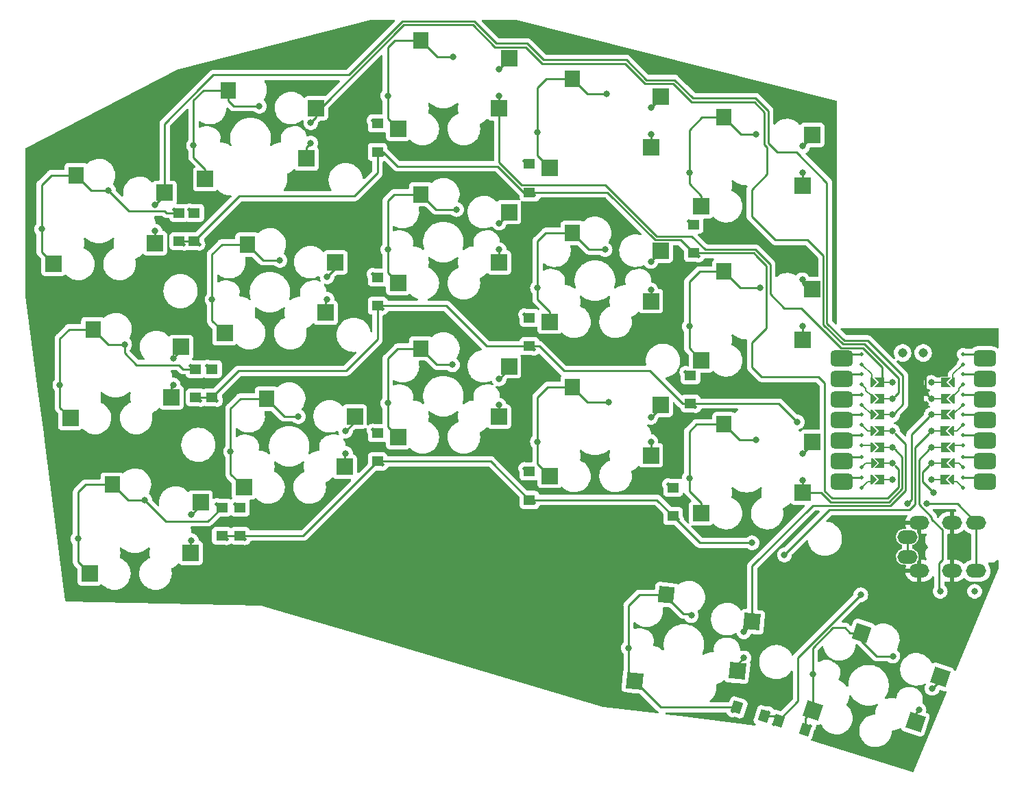
<source format=gbl>
%TF.GenerationSoftware,KiCad,Pcbnew,(6.0.7)*%
%TF.CreationDate,2022-09-04T15:48:05+09:00*%
%TF.ProjectId,selen-full,73656c65-6e2d-4667-956c-6c2e6b696361,rev?*%
%TF.SameCoordinates,Original*%
%TF.FileFunction,Copper,L2,Bot*%
%TF.FilePolarity,Positive*%
%FSLAX46Y46*%
G04 Gerber Fmt 4.6, Leading zero omitted, Abs format (unit mm)*
G04 Created by KiCad (PCBNEW (6.0.7)) date 2022-09-04 15:48:05*
%MOMM*%
%LPD*%
G01*
G04 APERTURE LIST*
G04 Aperture macros list*
%AMRoundRect*
0 Rectangle with rounded corners*
0 $1 Rounding radius*
0 $2 $3 $4 $5 $6 $7 $8 $9 X,Y pos of 4 corners*
0 Add a 4 corners polygon primitive as box body*
4,1,4,$2,$3,$4,$5,$6,$7,$8,$9,$2,$3,0*
0 Add four circle primitives for the rounded corners*
1,1,$1+$1,$2,$3*
1,1,$1+$1,$4,$5*
1,1,$1+$1,$6,$7*
1,1,$1+$1,$8,$9*
0 Add four rect primitives between the rounded corners*
20,1,$1+$1,$2,$3,$4,$5,0*
20,1,$1+$1,$4,$5,$6,$7,0*
20,1,$1+$1,$6,$7,$8,$9,0*
20,1,$1+$1,$8,$9,$2,$3,0*%
%AMRotRect*
0 Rectangle, with rotation*
0 The origin of the aperture is its center*
0 $1 length*
0 $2 width*
0 $3 Rotation angle, in degrees counterclockwise*
0 Add horizontal line*
21,1,$1,$2,0,0,$3*%
%AMFreePoly0*
4,1,6,0.600000,0.200000,0.000000,-0.400000,-0.600000,0.200000,-0.600000,0.400000,0.600000,0.400000,0.600000,0.200000,0.600000,0.200000,$1*%
%AMFreePoly1*
4,1,6,0.600000,-0.250000,-0.600000,-0.250000,-0.600000,1.000000,0.000000,0.400000,0.600000,1.000000,0.600000,-0.250000,0.600000,-0.250000,$1*%
G04 Aperture macros list end*
%TA.AperFunction,EtchedComponent*%
%ADD10C,0.200000*%
%TD*%
%TA.AperFunction,EtchedComponent*%
%ADD11C,0.250000*%
%TD*%
%TA.AperFunction,SMDPad,CuDef*%
%ADD12R,1.400000X1.200000*%
%TD*%
%TA.AperFunction,ComponentPad*%
%ADD13C,0.500000*%
%TD*%
%TA.AperFunction,SMDPad,CuDef*%
%ADD14RotRect,1.200000X1.400000X342.000000*%
%TD*%
%TA.AperFunction,SMDPad,CuDef*%
%ADD15R,2.000000X2.000000*%
%TD*%
%TA.AperFunction,SMDPad,CuDef*%
%ADD16R,1.900000X2.000000*%
%TD*%
%TA.AperFunction,SMDPad,CuDef*%
%ADD17RotRect,2.000000X2.000000X354.000000*%
%TD*%
%TA.AperFunction,SMDPad,CuDef*%
%ADD18RotRect,1.900000X2.000000X354.000000*%
%TD*%
%TA.AperFunction,SMDPad,CuDef*%
%ADD19RotRect,1.200000X1.400000X162.000000*%
%TD*%
%TA.AperFunction,SMDPad,CuDef*%
%ADD20RotRect,2.000000X2.000000X342.000000*%
%TD*%
%TA.AperFunction,SMDPad,CuDef*%
%ADD21RotRect,1.900000X2.000000X342.000000*%
%TD*%
%TA.AperFunction,ComponentPad*%
%ADD22O,2.500000X1.700000*%
%TD*%
%TA.AperFunction,SMDPad,CuDef*%
%ADD23RoundRect,0.499745X-0.874395X-0.499745X0.874395X-0.499745X0.874395X0.499745X-0.874395X0.499745X0*%
%TD*%
%TA.AperFunction,SMDPad,CuDef*%
%ADD24FreePoly0,270.000000*%
%TD*%
%TA.AperFunction,SMDPad,CuDef*%
%ADD25FreePoly0,90.000000*%
%TD*%
%TA.AperFunction,SMDPad,CuDef*%
%ADD26FreePoly1,90.000000*%
%TD*%
%TA.AperFunction,ComponentPad*%
%ADD27C,0.800000*%
%TD*%
%TA.AperFunction,SMDPad,CuDef*%
%ADD28FreePoly1,270.000000*%
%TD*%
%TA.AperFunction,SMDPad,CuDef*%
%ADD29C,1.143000*%
%TD*%
%TA.AperFunction,ViaPad*%
%ADD30C,0.800000*%
%TD*%
%TA.AperFunction,Conductor*%
%ADD31C,0.250000*%
%TD*%
G04 APERTURE END LIST*
D10*
%TO.C,U1*%
X203150408Y-106687504D02*
X204563796Y-106687504D01*
X206563796Y-110687504D02*
X205638184Y-110687504D01*
X203150408Y-100687504D02*
X204588184Y-100687504D01*
X203150408Y-112687504D02*
X204563796Y-112687504D01*
X195813796Y-99687504D02*
X195813796Y-100087504D01*
X206313796Y-112937504D02*
X205613796Y-112937504D01*
D11*
X194563796Y-104687504D02*
X192962579Y-104687504D01*
X194563796Y-112437504D02*
X192962579Y-112437504D01*
D10*
X198364408Y-100687504D02*
X197088184Y-100687504D01*
X195063796Y-101687504D02*
X195688184Y-102311892D01*
X207063796Y-100937504D02*
X206563796Y-101437504D01*
X203150408Y-108687504D02*
X204588184Y-108687504D01*
X195313796Y-112937504D02*
X196013796Y-112937504D01*
X198364408Y-110687504D02*
X197112572Y-110687504D01*
X194563796Y-111187504D02*
X195063796Y-110687504D01*
X207063796Y-111187504D02*
X206563796Y-110687504D01*
X206563796Y-101687504D02*
X205813796Y-102437504D01*
X203150408Y-110687504D02*
X204588184Y-110687504D01*
X206563796Y-101437504D02*
X206563796Y-101687504D01*
D11*
X194563796Y-97187504D02*
X192962579Y-97187504D01*
X207063796Y-112437504D02*
X208380924Y-112437504D01*
D10*
X203150408Y-104687504D02*
X204588184Y-104687504D01*
X192962579Y-105073511D02*
X192962579Y-105351296D01*
X207063796Y-105937504D02*
X206313796Y-106687504D01*
X195313796Y-106687504D02*
X195663796Y-106687504D01*
X198364408Y-104687504D02*
X197088184Y-104687504D01*
D11*
X194563796Y-102187504D02*
X192962579Y-102187504D01*
D10*
X194563796Y-98437504D02*
X195813796Y-99687504D01*
X198364408Y-106687504D02*
X197063796Y-106687504D01*
X194563796Y-103437504D02*
X195813796Y-104687504D01*
X194563796Y-113687504D02*
X195313796Y-112937504D01*
D11*
X194563796Y-109937504D02*
X192962579Y-109937504D01*
X207063796Y-109937504D02*
X208880669Y-109937504D01*
D10*
X203150408Y-102687504D02*
X204588184Y-102687504D01*
D11*
X194563796Y-107187504D02*
X192962579Y-107187504D01*
D10*
X195063796Y-110687504D02*
X195712572Y-110687504D01*
X194563796Y-108437504D02*
X195688184Y-108437504D01*
D11*
X207063796Y-102187504D02*
X208563796Y-102187504D01*
X207063796Y-97187504D02*
X208380924Y-97187504D01*
D10*
X194563796Y-105937504D02*
X195313796Y-106687504D01*
X198364408Y-112687504D02*
X197063796Y-112687504D01*
X195063796Y-101437504D02*
X195063796Y-101687504D01*
X207063796Y-103437504D02*
X205813796Y-104687504D01*
D11*
X207063796Y-107187504D02*
X208880669Y-107187504D01*
D10*
X198364408Y-102687504D02*
X197088184Y-102687504D01*
X205813796Y-99687504D02*
X205813796Y-100087504D01*
D11*
X194563796Y-99687504D02*
X192962579Y-99687504D01*
X207063796Y-104687504D02*
X208880669Y-104687504D01*
D10*
X206313796Y-106687504D02*
X205613796Y-106687504D01*
X194563796Y-100937504D02*
X195063796Y-101437504D01*
X207063796Y-98437504D02*
X205813796Y-99687504D01*
X198364408Y-108687504D02*
X197088184Y-108687504D01*
D11*
X207063796Y-99687504D02*
X208380924Y-99687504D01*
D10*
X207063796Y-108437504D02*
X205638184Y-108437504D01*
X207063796Y-113687504D02*
X206313796Y-112937504D01*
%TD*%
D12*
%TO.P,D9,1,K*%
%TO.N,row1*%
X153500000Y-96200000D03*
D13*
X154100000Y-96600000D03*
%TO.P,D9,2,A*%
%TO.N,Net-(D9-Pad2)*%
X152900000Y-92300000D03*
D12*
X153500000Y-92700000D03*
%TD*%
D13*
%TO.P,D4,1,K*%
%TO.N,row0*%
X154100000Y-77600000D03*
D12*
X153500000Y-77200000D03*
%TO.P,D4,2,A*%
%TO.N,Net-(D4-Pad2)*%
X153500000Y-73700000D03*
D13*
X152900000Y-73300000D03*
%TD*%
%TO.P,D12,1,K*%
%TO.N,row2*%
X118350000Y-120034000D03*
D12*
X117750000Y-119634000D03*
%TO.P,D12,2,A*%
%TO.N,Net-(D12-Pad2)*%
X117750000Y-116134000D03*
D13*
X117150000Y-115734000D03*
%TD*%
%TO.P,D17,1,K*%
%TO.N,row3*%
X183684167Y-142947027D03*
D14*
X184250000Y-142500000D03*
%TO.P,D17,2,A*%
%TO.N,Net-(D17-Pad2)*%
X187578698Y-143581560D03*
D13*
X188144531Y-143134532D03*
%TD*%
D15*
%TO.P,SW1,1,1*%
%TO.N,col0*%
X107230000Y-83502500D03*
X108430000Y-77262500D03*
D16*
%TO.P,SW1,2,2*%
%TO.N,Net-(D1-Pad2)*%
X97530000Y-75062500D03*
D15*
X94730000Y-86042500D03*
%TD*%
%TO.P,SW13,1,1*%
%TO.N,col2*%
X150975000Y-98693750D03*
X149775000Y-104933750D03*
%TO.P,SW13,2,2*%
%TO.N,Net-(D13-Pad2)*%
X137275000Y-107473750D03*
D16*
X140075000Y-96493750D03*
%TD*%
D13*
%TO.P,D15,1,K*%
%TO.N,row2*%
X171850000Y-117600000D03*
D12*
X171250000Y-117200000D03*
%TO.P,D15,2,A*%
%TO.N,Net-(D15-Pad2)*%
X171250000Y-113700000D03*
D13*
X170650000Y-113300000D03*
%TD*%
%TO.P,D8,1,K*%
%TO.N,row1*%
X135350000Y-91600000D03*
D12*
X134750000Y-91200000D03*
%TO.P,D8,2,A*%
%TO.N,Net-(D8-Pad2)*%
X134750000Y-87700000D03*
D13*
X134150000Y-87300000D03*
%TD*%
D15*
%TO.P,SW7,1,1*%
%TO.N,col1*%
X129543750Y-85835000D03*
X128343750Y-92075000D03*
D16*
%TO.P,SW7,2,2*%
%TO.N,Net-(D7-Pad2)*%
X118643750Y-83635000D03*
D15*
X115843750Y-94615000D03*
%TD*%
D13*
%TO.P,D11,1,K*%
%TO.N,row2*%
X116100000Y-120034000D03*
D12*
X115500000Y-119634000D03*
D13*
%TO.P,D11,2,A*%
%TO.N,Net-(D11-Pad2)*%
X114900000Y-115734000D03*
D12*
X115500000Y-116134000D03*
%TD*%
D15*
%TO.P,SW6,1,1*%
%TO.N,col0*%
X109293750Y-102552500D03*
X110493750Y-96312500D03*
%TO.P,SW6,2,2*%
%TO.N,Net-(D6-Pad2)*%
X96793750Y-105092500D03*
D16*
X99593750Y-94112500D03*
%TD*%
D15*
%TO.P,SW11,1,1*%
%TO.N,col0*%
X112875000Y-115521250D03*
X111675000Y-121761250D03*
%TO.P,SW11,2,2*%
%TO.N,Net-(D11-Pad2)*%
X99175000Y-124301250D03*
D16*
X101975000Y-113321250D03*
%TD*%
D15*
%TO.P,SW8,1,1*%
%TO.N,col2*%
X150975000Y-79643750D03*
X149775000Y-85883750D03*
D16*
%TO.P,SW8,2,2*%
%TO.N,Net-(D8-Pad2)*%
X140075000Y-77443750D03*
D15*
X137275000Y-88423750D03*
%TD*%
%TO.P,SW10,1,1*%
%TO.N,col4*%
X187240000Y-95408750D03*
X188440000Y-89168750D03*
D16*
%TO.P,SW10,2,2*%
%TO.N,Net-(D10-Pad2)*%
X177540000Y-86968750D03*
D15*
X174740000Y-97948750D03*
%TD*%
%TO.P,SW15,1,1*%
%TO.N,col4*%
X188440000Y-108060000D03*
X187240000Y-114300000D03*
D16*
%TO.P,SW15,2,2*%
%TO.N,Net-(D15-Pad2)*%
X177540000Y-105860000D03*
D15*
X174740000Y-116840000D03*
%TD*%
%TO.P,SW3,1,1*%
%TO.N,col2*%
X150975000Y-60593750D03*
X149775000Y-66833750D03*
%TO.P,SW3,2,2*%
%TO.N,Net-(D3-Pad2)*%
X137275000Y-69373750D03*
D16*
X140075000Y-58393750D03*
%TD*%
D17*
%TO.P,SW16,1,1*%
%TO.N,col3*%
X179177831Y-136343914D03*
X181023515Y-130263532D03*
D18*
%TO.P,SW16,2,2*%
%TO.N,Net-(D16-Pad2)*%
X170413189Y-126936223D03*
D17*
X166480805Y-137563394D03*
%TD*%
D12*
%TO.P,D3,1,K*%
%TO.N,row0*%
X134750000Y-72200000D03*
D13*
X135350000Y-72600000D03*
D12*
%TO.P,D3,2,A*%
%TO.N,Net-(D3-Pad2)*%
X134750000Y-68700000D03*
D13*
X134150000Y-68300000D03*
%TD*%
%TO.P,D5,1,K*%
%TO.N,row0*%
X174400000Y-85100000D03*
D12*
X173800000Y-84700000D03*
D13*
%TO.P,D5,2,A*%
%TO.N,Net-(D5-Pad2)*%
X173200000Y-80800000D03*
D12*
X173800000Y-81200000D03*
%TD*%
%TO.P,D1,1,K*%
%TO.N,row0*%
X110236000Y-83234000D03*
D13*
X110836000Y-83634000D03*
%TO.P,D1,2,A*%
%TO.N,Net-(D1-Pad2)*%
X109636000Y-79334000D03*
D12*
X110236000Y-79734000D03*
%TD*%
D15*
%TO.P,SW2,1,1*%
%TO.N,col1*%
X127162500Y-66785000D03*
X125962500Y-73025000D03*
%TO.P,SW2,2,2*%
%TO.N,Net-(D2-Pad2)*%
X113462500Y-75565000D03*
D16*
X116262500Y-64585000D03*
%TD*%
D15*
%TO.P,SW9,1,1*%
%TO.N,col3*%
X168507500Y-90646250D03*
X169707500Y-84406250D03*
%TO.P,SW9,2,2*%
%TO.N,Net-(D9-Pad2)*%
X156007500Y-93186250D03*
D16*
X158807500Y-82206250D03*
%TD*%
D15*
%TO.P,SW5,1,1*%
%TO.N,col4*%
X188440000Y-70118750D03*
X187240000Y-76358750D03*
%TO.P,SW5,2,2*%
%TO.N,Net-(D5-Pad2)*%
X174740000Y-78898750D03*
D16*
X177540000Y-67918750D03*
%TD*%
D19*
%TO.P,D16,1,K*%
%TO.N,row3*%
X182490546Y-141928318D03*
D13*
X183056379Y-141481291D03*
D19*
%TO.P,D16,2,A*%
%TO.N,Net-(D16-Pad2)*%
X179161848Y-140846758D03*
D13*
X178596015Y-141293786D03*
%TD*%
%TO.P,D13,1,K*%
%TO.N,row2*%
X135350000Y-110850000D03*
D12*
X134750000Y-110450000D03*
D13*
%TO.P,D13,2,A*%
%TO.N,Net-(D13-Pad2)*%
X134150000Y-106550000D03*
D12*
X134750000Y-106950000D03*
%TD*%
D13*
%TO.P,D10,2,A*%
%TO.N,Net-(D10-Pad2)*%
X172800000Y-99400000D03*
D12*
X173400000Y-99800000D03*
D13*
%TO.P,D10,1,K*%
%TO.N,row1*%
X174000000Y-103700000D03*
D12*
X173400000Y-103300000D03*
%TD*%
D20*
%TO.P,SW17,1,1*%
%TO.N,col4*%
X204253824Y-137096629D03*
X201184290Y-142660401D03*
%TO.P,SW17,2,2*%
%TO.N,Net-(D17-Pad2)*%
X188511180Y-141213372D03*
D21*
X194567145Y-131636019D03*
%TD*%
D15*
%TO.P,SW12,1,1*%
%TO.N,col1*%
X130725000Y-111125000D03*
X131925000Y-104885000D03*
%TO.P,SW12,2,2*%
%TO.N,Net-(D12-Pad2)*%
X118225000Y-113665000D03*
D16*
X121025000Y-102685000D03*
%TD*%
D13*
%TO.P,D14,1,K*%
%TO.N,row2*%
X154100000Y-115600000D03*
D12*
X153500000Y-115200000D03*
D13*
%TO.P,D14,2,A*%
%TO.N,Net-(D14-Pad2)*%
X152900000Y-111300000D03*
D12*
X153500000Y-111700000D03*
%TD*%
D22*
%TO.P,J1,A*%
%TO.N,data*%
X200184000Y-122225000D03*
X200184000Y-119775000D03*
%TO.P,J1,B*%
%TO.N,+3V3*%
X208684000Y-118025000D03*
X208684000Y-123975000D03*
%TO.P,J1,C*%
%TO.N,GND*%
X205684000Y-123975000D03*
X205684000Y-118025000D03*
%TO.P,J1,D*%
X201684000Y-118025000D03*
X201684000Y-123975000D03*
%TD*%
D13*
%TO.P,D2,1,K*%
%TO.N,row0*%
X112711000Y-83634000D03*
D12*
X112111000Y-83234000D03*
%TO.P,D2,2,A*%
%TO.N,Net-(D2-Pad2)*%
X112111000Y-79734000D03*
D13*
X111511000Y-79334000D03*
%TD*%
D15*
%TO.P,SW14,1,1*%
%TO.N,col3*%
X168507500Y-109696250D03*
X169707500Y-103456250D03*
%TO.P,SW14,2,2*%
%TO.N,Net-(D14-Pad2)*%
X156007500Y-112236250D03*
D16*
X158807500Y-101256250D03*
%TD*%
D12*
%TO.P,D7,1,K*%
%TO.N,row1*%
X114300000Y-102538000D03*
D13*
X114900000Y-102938000D03*
%TO.P,D7,2,A*%
%TO.N,Net-(D7-Pad2)*%
X113700000Y-98638000D03*
D12*
X114300000Y-99038000D03*
%TD*%
D15*
%TO.P,SW4,1,1*%
%TO.N,col3*%
X168507500Y-71596250D03*
X169707500Y-65356250D03*
%TO.P,SW4,2,2*%
%TO.N,Net-(D4-Pad2)*%
X156007500Y-74136250D03*
D16*
X158807500Y-63156250D03*
%TD*%
D13*
%TO.P,U1,*%
%TO.N,*%
X207063796Y-100937504D03*
X207063796Y-97187504D03*
X207063796Y-99687504D03*
X207063796Y-104687504D03*
D23*
X192088184Y-107891296D03*
D13*
X194563796Y-108437504D03*
X207063796Y-113687504D03*
X194563796Y-112437504D03*
X194563796Y-107187504D03*
D24*
X205588184Y-100687504D03*
D13*
X194563796Y-109937504D03*
X194563796Y-111187504D03*
D23*
X209755064Y-102811296D03*
X209755064Y-110431296D03*
D25*
X196063796Y-106687504D03*
D13*
X207063796Y-98437504D03*
D23*
X209755064Y-100271296D03*
X209755064Y-105351296D03*
D24*
X205563796Y-106687504D03*
D13*
X207063796Y-107187504D03*
D24*
X205588184Y-110687504D03*
D13*
X194563796Y-113687504D03*
D24*
X205588184Y-102687504D03*
D13*
X194563796Y-97187504D03*
D25*
X196088184Y-104687504D03*
X196112572Y-110687504D03*
D23*
X192088184Y-110431296D03*
D24*
X205563796Y-112687504D03*
D23*
X192088184Y-105351296D03*
X192088184Y-102811296D03*
D13*
X194563796Y-98437504D03*
D23*
X192088184Y-112971296D03*
D13*
X207063796Y-112437504D03*
D25*
X196088184Y-108687504D03*
D13*
X207063796Y-108437504D03*
X207063796Y-102187504D03*
X194563796Y-103437504D03*
D25*
X196088184Y-100687504D03*
D23*
X209755064Y-107891296D03*
D13*
X194563796Y-99687504D03*
X207063796Y-109937504D03*
X194563796Y-105937504D03*
X207063796Y-111187504D03*
D25*
X196063796Y-112687504D03*
D23*
X192088184Y-100271296D03*
D25*
X196088184Y-102687504D03*
D13*
X194563796Y-104687504D03*
X207063796Y-105937504D03*
D23*
X192088184Y-97731296D03*
X209755064Y-97731296D03*
D24*
X205588184Y-104687504D03*
D23*
X209755064Y-112971296D03*
D13*
X194563796Y-102187504D03*
D24*
X205588184Y-108687504D03*
D13*
X194563796Y-100937504D03*
X207063796Y-103437504D03*
D26*
%TO.P,U1,1,D0*%
%TO.N,col2*%
X197088184Y-100687504D03*
D27*
X198364408Y-100687504D03*
D26*
%TO.P,U1,2,D1*%
%TO.N,col1*%
X197088184Y-102687504D03*
D27*
X198364408Y-102687504D03*
%TO.P,U1,3,D2*%
%TO.N,col0*%
X198364408Y-104687504D03*
D26*
X197088184Y-104687504D03*
%TO.P,U1,4,D3*%
%TO.N,col3*%
X197063796Y-106687504D03*
D27*
X198364408Y-106687504D03*
D26*
%TO.P,U1,5,D4*%
%TO.N,col4*%
X197088184Y-108687504D03*
D27*
X198364408Y-108687504D03*
D26*
%TO.P,U1,6,D5*%
%TO.N,row0*%
X197112572Y-110687504D03*
D27*
X198364408Y-110687504D03*
%TO.P,U1,7,D6*%
%TO.N,unconnected-(U1-Pad7)*%
X198364408Y-112687504D03*
D26*
X197063796Y-112687504D03*
D28*
%TO.P,U1,8,D7*%
%TO.N,data*%
X204563796Y-112687504D03*
D27*
X203150408Y-112687504D03*
%TO.P,U1,9,D8*%
%TO.N,row1*%
X203150408Y-110687504D03*
D28*
X204588184Y-110687504D03*
%TO.P,U1,10,D9*%
%TO.N,row3*%
X204588184Y-108687504D03*
D27*
X203150408Y-108687504D03*
%TO.P,U1,11,D10*%
%TO.N,row2*%
X203150408Y-106687504D03*
D28*
X204563796Y-106687504D03*
%TO.P,U1,12,3V3*%
%TO.N,+3V3*%
X204588184Y-104687504D03*
D27*
X203150408Y-104687504D03*
%TO.P,U1,13,GND*%
%TO.N,GND*%
X203150408Y-102687504D03*
D28*
X204588184Y-102687504D03*
%TO.P,U1,14,5V*%
%TO.N,unconnected-(U1-Pad14)*%
X204588184Y-100687504D03*
D27*
X203150408Y-100687504D03*
D29*
%TO.P,U1,17*%
%TO.N,N/C*%
X202139381Y-97044929D03*
%TO.P,U1,18*%
X199599381Y-97044929D03*
%TD*%
D12*
%TO.P,D6,1,K*%
%TO.N,row1*%
X112268000Y-102538000D03*
D13*
X112868000Y-102938000D03*
D12*
%TO.P,D6,2,A*%
%TO.N,Net-(D6-Pad2)*%
X112268000Y-99038000D03*
D13*
X111668000Y-98638000D03*
%TD*%
D30*
%TO.N,Net-(D1-Pad2)*%
X93250000Y-81750000D03*
X101500000Y-76937501D03*
%TO.N,Net-(D2-Pad2)*%
X112014000Y-71374000D03*
X120142000Y-66548000D03*
%TO.N,Net-(D3-Pad2)*%
X144106305Y-60450539D03*
X136000000Y-65250000D03*
%TO.N,Net-(D4-Pad2)*%
X154500000Y-69750000D03*
X163000000Y-65031251D03*
%TO.N,Net-(D5-Pad2)*%
X173250000Y-74750000D03*
X181500000Y-70000000D03*
%TO.N,row1*%
X203400000Y-114300000D03*
X186612299Y-105587701D03*
%TO.N,Net-(D6-Pad2)*%
X103500000Y-95987501D03*
X95500000Y-101000000D03*
%TO.N,Net-(D7-Pad2)*%
X122682000Y-85598000D03*
X114300000Y-90424000D03*
%TO.N,Net-(D8-Pad2)*%
X136000000Y-84250000D03*
X144500000Y-79318751D03*
%TO.N,Net-(D9-Pad2)*%
X154500000Y-89000000D03*
X162856653Y-84262355D03*
%TO.N,Net-(D10-Pad2)*%
X173250000Y-93750000D03*
X182000000Y-89000000D03*
%TO.N,row2*%
X181000000Y-120500000D03*
X185000000Y-122000000D03*
%TO.N,Net-(D11-Pad2)*%
X97750000Y-120000000D03*
X106000000Y-115250000D03*
%TO.N,Net-(D12-Pad2)*%
X124968000Y-104902000D03*
X116586000Y-109220000D03*
%TO.N,Net-(D13-Pad2)*%
X144000000Y-98500000D03*
X136000000Y-103250000D03*
%TO.N,Net-(D14-Pad2)*%
X163250000Y-103131251D03*
X154500000Y-108000000D03*
%TO.N,Net-(D15-Pad2)*%
X181500000Y-107750000D03*
X173250000Y-112500000D03*
%TO.N,row3*%
X208500000Y-126500000D03*
X194431802Y-126931802D03*
X204250000Y-126500000D03*
%TO.N,Net-(D16-Pad2)*%
X173500000Y-129500000D03*
X165746244Y-133503756D03*
%TO.N,Net-(D17-Pad2)*%
X188511180Y-136761180D03*
X198400000Y-134500000D03*
%TO.N,col0*%
X107250000Y-78750000D03*
X111750000Y-120250000D03*
X111750000Y-117000000D03*
X109500000Y-101000000D03*
X109500000Y-97725500D03*
X107250000Y-82000000D03*
%TO.N,col1*%
X126492000Y-71120000D03*
X128524000Y-87630000D03*
X126492000Y-68580000D03*
X130810000Y-109474000D03*
X130810000Y-106680000D03*
X128524000Y-90424000D03*
%TO.N,col2*%
X149750000Y-100250000D03*
X149750000Y-103500000D03*
X149750000Y-84250000D03*
X149750000Y-81000000D03*
X149750000Y-62000000D03*
X149750000Y-65250000D03*
%TO.N,col3*%
X168500000Y-85750000D03*
X168500000Y-66750000D03*
X168500000Y-89250000D03*
X180000000Y-131500000D03*
X168500000Y-70000000D03*
X168500000Y-105000000D03*
X180000000Y-134750000D03*
X168500000Y-108000000D03*
%TO.N,col4*%
X187250000Y-93750000D03*
X187250000Y-112750000D03*
X187250000Y-109500000D03*
X203250000Y-138500000D03*
X187250000Y-71500000D03*
X187250000Y-74750000D03*
X201625000Y-141137094D03*
X187215001Y-88000000D03*
%TO.N,+3V3*%
X200200000Y-115700000D03*
X202610949Y-115700000D03*
%TO.N,GND*%
X203900000Y-98000000D03*
X188722000Y-67056000D03*
X178600000Y-82000000D03*
X130556000Y-70358000D03*
X172000000Y-105400000D03*
%TD*%
D31*
%TO.N,col2*%
X192020410Y-96406806D02*
X194704806Y-96406806D01*
X187113604Y-91500000D02*
X192020410Y-96406806D01*
X183250000Y-86113604D02*
X183250000Y-89750000D01*
X185000000Y-91500000D02*
X187113604Y-91500000D01*
X183250000Y-89750000D02*
X185000000Y-91500000D01*
X149775000Y-73525000D02*
X152500000Y-76250000D01*
X181386396Y-84250000D02*
X183250000Y-86113604D01*
X173550000Y-82600000D02*
X175200000Y-84250000D01*
X162850000Y-76250000D02*
X169200000Y-82600000D01*
X152500000Y-76250000D02*
X162850000Y-76250000D01*
X175200000Y-84250000D02*
X181386396Y-84250000D01*
X197088184Y-98790184D02*
X197088184Y-100262504D01*
X169200000Y-82600000D02*
X173550000Y-82600000D01*
X149775000Y-66833750D02*
X149775000Y-73525000D01*
X194704806Y-96406806D02*
X197088184Y-98790184D01*
%TO.N,row0*%
X173800000Y-84700000D02*
X181200000Y-84700000D01*
X181200000Y-84700000D02*
X181593749Y-85093749D01*
X163163604Y-77200000D02*
X169044854Y-83081250D01*
X169044854Y-83081250D02*
X172181250Y-83081250D01*
X172181250Y-83081250D02*
X173800000Y-84700000D01*
%TO.N,row1*%
X173400000Y-103300000D02*
X184324598Y-103300000D01*
X184324598Y-103300000D02*
X186612299Y-105587701D01*
X153500000Y-96200000D02*
X154700000Y-96200000D01*
X154700000Y-96200000D02*
X157750000Y-99250000D01*
X157750000Y-99250000D02*
X168400000Y-99250000D01*
X168400000Y-99250000D02*
X172450000Y-103300000D01*
X172450000Y-103300000D02*
X173400000Y-103300000D01*
%TO.N,row0*%
X197734828Y-115000000D02*
X199089408Y-113645420D01*
X190886396Y-115000000D02*
X197734828Y-115000000D01*
X182200000Y-100000000D02*
X189200000Y-100000000D01*
X149613604Y-74000000D02*
X152813604Y-77200000D01*
X182750000Y-94000000D02*
X181000000Y-95750000D01*
X181500000Y-85000000D02*
X182750000Y-86250000D01*
X134750000Y-74800000D02*
X134750000Y-72200000D01*
X181000000Y-98800000D02*
X182200000Y-100000000D01*
X112111000Y-83234000D02*
X117677999Y-77667001D01*
X189200000Y-100000000D02*
X189992000Y-100792000D01*
X182750000Y-86250000D02*
X182750000Y-94000000D01*
X137250000Y-74000000D02*
X149613604Y-74000000D01*
X110236000Y-83234000D02*
X112111000Y-83234000D01*
X117677999Y-77667001D02*
X131882999Y-77667001D01*
X135450000Y-72200000D02*
X137250000Y-74000000D01*
X134750000Y-72200000D02*
X135450000Y-72200000D01*
X152813604Y-77200000D02*
X153500000Y-77200000D01*
X199089408Y-113645420D02*
X199089408Y-111412503D01*
X199089408Y-111412503D02*
X198664929Y-110988024D01*
X189992000Y-114105604D02*
X190886396Y-115000000D01*
X189992000Y-100792000D02*
X189992000Y-114105604D01*
X131882999Y-77667001D02*
X134750000Y-74800000D01*
X153500000Y-77200000D02*
X163163604Y-77200000D01*
X181000000Y-95750000D02*
X181000000Y-98800000D01*
%TO.N,Net-(D1-Pad2)*%
X101500000Y-76937501D02*
X104064499Y-79502000D01*
X108458000Y-79502000D02*
X108690000Y-79734000D01*
X93250000Y-81750000D02*
X93250000Y-76250000D01*
X94437500Y-75062500D02*
X97530000Y-75062500D01*
X104064499Y-79502000D02*
X108458000Y-79502000D01*
X108690000Y-79734000D02*
X110236000Y-79734000D01*
X97530000Y-75062500D02*
X99405001Y-76937501D01*
X94730000Y-86042500D02*
X93250000Y-84562500D01*
X93250000Y-84562500D02*
X93250000Y-81750000D01*
X99405001Y-76937501D02*
X101500000Y-76937501D01*
X93250000Y-76250000D02*
X94437500Y-75062500D01*
%TO.N,Net-(D2-Pad2)*%
X116975500Y-66548000D02*
X120142000Y-66548000D01*
X113462500Y-74315000D02*
X112014000Y-72866500D01*
X112014000Y-72866500D02*
X112014000Y-71374000D01*
X116262500Y-65835000D02*
X116975500Y-66548000D01*
X112014000Y-65786000D02*
X113215000Y-64585000D01*
X112014000Y-71374000D02*
X112014000Y-65786000D01*
X113462500Y-75565000D02*
X113462500Y-74315000D01*
X116262500Y-64585000D02*
X116262500Y-65835000D01*
X113215000Y-64585000D02*
X116262500Y-64585000D01*
%TO.N,Net-(D3-Pad2)*%
X140075000Y-58393750D02*
X142131789Y-60450539D01*
X136000000Y-65250000D02*
X136000000Y-59250000D01*
X136856250Y-58393750D02*
X140075000Y-58393750D01*
X136000000Y-59250000D02*
X136856250Y-58393750D01*
X136000000Y-68098750D02*
X136000000Y-65250000D01*
X137275000Y-69373750D02*
X136000000Y-68098750D01*
X142131789Y-60450539D02*
X144106305Y-60450539D01*
%TO.N,Net-(D4-Pad2)*%
X156007500Y-74136250D02*
X154500000Y-72628750D01*
X155593750Y-63156250D02*
X158807500Y-63156250D01*
X154500000Y-72628750D02*
X154500000Y-69750000D01*
X154500000Y-64250000D02*
X155593750Y-63156250D01*
X158807500Y-63156250D02*
X160682501Y-65031251D01*
X160682501Y-65031251D02*
X163000000Y-65031251D01*
X154500000Y-69750000D02*
X154500000Y-64250000D01*
%TO.N,Net-(D5-Pad2)*%
X173250000Y-74750000D02*
X173250000Y-69500000D01*
X173250000Y-69500000D02*
X174831250Y-67918750D01*
X179621250Y-70000000D02*
X181500000Y-70000000D01*
X174740000Y-78898750D02*
X174740000Y-77648750D01*
X174740000Y-77648750D02*
X173250000Y-76158750D01*
X174831250Y-67918750D02*
X177540000Y-67918750D01*
X177540000Y-67918750D02*
X179621250Y-70000000D01*
X173250000Y-76158750D02*
X173250000Y-74750000D01*
%TO.N,row1*%
X112268000Y-102538000D02*
X114300000Y-102538000D01*
X202062493Y-111775419D02*
X202849888Y-110988024D01*
X143200000Y-91200000D02*
X148200000Y-96200000D01*
X130867302Y-99256698D02*
X134750000Y-95374000D01*
X203400000Y-114300000D02*
X202062493Y-112962493D01*
X134750000Y-95374000D02*
X134750000Y-91200000D01*
X134750000Y-91200000D02*
X143200000Y-91200000D01*
X117581302Y-99256698D02*
X130867302Y-99256698D01*
X148200000Y-96200000D02*
X153500000Y-96200000D01*
X114300000Y-102538000D02*
X117581302Y-99256698D01*
X202062493Y-112962493D02*
X202062493Y-111775419D01*
%TO.N,Net-(D6-Pad2)*%
X101468751Y-95987501D02*
X103500000Y-95987501D01*
X104998427Y-98552000D02*
X110236000Y-98552000D01*
X110722000Y-99038000D02*
X112268000Y-99038000D01*
X95500000Y-103798750D02*
X95500000Y-101000000D01*
X110236000Y-98552000D02*
X110722000Y-99038000D01*
X103500000Y-97053573D02*
X104998427Y-98552000D01*
X96793750Y-105092500D02*
X95500000Y-103798750D01*
X95500000Y-101000000D02*
X95500000Y-95250000D01*
X103500000Y-95987501D02*
X103500000Y-97053573D01*
X95500000Y-95250000D02*
X96637500Y-94112500D01*
X96637500Y-94112500D02*
X99593750Y-94112500D01*
X99593750Y-94112500D02*
X101468751Y-95987501D01*
%TO.N,Net-(D7-Pad2)*%
X115501000Y-83635000D02*
X118643750Y-83635000D01*
X120606750Y-85598000D02*
X122682000Y-85598000D01*
X114300000Y-93071250D02*
X114300000Y-90424000D01*
X115843750Y-94615000D02*
X114300000Y-93071250D01*
X114300000Y-84836000D02*
X115501000Y-83635000D01*
X118643750Y-83635000D02*
X120606750Y-85598000D01*
X114300000Y-90424000D02*
X114300000Y-84836000D01*
%TO.N,Net-(D8-Pad2)*%
X136000000Y-78250000D02*
X136806250Y-77443750D01*
X137275000Y-88423750D02*
X136000000Y-87148750D01*
X136000000Y-87148750D02*
X136000000Y-84250000D01*
X136000000Y-84250000D02*
X136000000Y-78250000D01*
X140075000Y-77443750D02*
X141950001Y-79318751D01*
X141950001Y-79318751D02*
X144500000Y-79318751D01*
X136806250Y-77443750D02*
X140075000Y-77443750D01*
%TO.N,Net-(D9-Pad2)*%
X154500000Y-83250000D02*
X155543750Y-82206250D01*
X156007500Y-93186250D02*
X156007500Y-91936250D01*
X154500000Y-90428750D02*
X154500000Y-89000000D01*
X155543750Y-82206250D02*
X158807500Y-82206250D01*
X158807500Y-82206250D02*
X160863605Y-84262355D01*
X156007500Y-91936250D02*
X154500000Y-90428750D01*
X154500000Y-89000000D02*
X154500000Y-83250000D01*
X160863605Y-84262355D02*
X162856653Y-84262355D01*
%TO.N,Net-(D10-Pad2)*%
X174531250Y-86968750D02*
X177540000Y-86968750D01*
X174740000Y-97948750D02*
X173250000Y-96458750D01*
X179571250Y-89000000D02*
X182000000Y-89000000D01*
X173250000Y-96458750D02*
X173250000Y-93750000D01*
X173250000Y-88250000D02*
X174531250Y-86968750D01*
X177540000Y-86968750D02*
X179571250Y-89000000D01*
X173250000Y-93750000D02*
X173250000Y-88250000D01*
%TO.N,row2*%
X169250000Y-115200000D02*
X171250000Y-117200000D01*
X115500000Y-119634000D02*
X117750000Y-119634000D01*
X117750000Y-119634000D02*
X125566000Y-119634000D01*
X125566000Y-119634000D02*
X134750000Y-110450000D01*
X134750000Y-110450000D02*
X148750000Y-110450000D01*
X171250000Y-117200000D02*
X174550000Y-120500000D01*
X200475000Y-116425000D02*
X201162493Y-115737507D01*
X190575000Y-116425000D02*
X200475000Y-116425000D01*
X201162493Y-108675419D02*
X202849888Y-106988024D01*
X201162493Y-115737507D02*
X201162493Y-108675419D01*
X174550000Y-120500000D02*
X181000000Y-120500000D01*
X148750000Y-110450000D02*
X153500000Y-115200000D01*
X153500000Y-115200000D02*
X169250000Y-115200000D01*
X185000000Y-122000000D02*
X190575000Y-116425000D01*
X185000000Y-122000000D02*
X185250000Y-122000000D01*
%TO.N,Net-(D11-Pad2)*%
X113778000Y-117856000D02*
X115500000Y-116134000D01*
X103903750Y-115250000D02*
X106000000Y-115250000D01*
X97750000Y-122876250D02*
X97750000Y-120000000D01*
X108606000Y-117856000D02*
X113778000Y-117856000D01*
X106000000Y-115250000D02*
X108606000Y-117856000D01*
X101975000Y-113321250D02*
X103903750Y-115250000D01*
X99175000Y-124301250D02*
X97750000Y-122876250D01*
X97750000Y-120000000D02*
X97750000Y-114250000D01*
X98678750Y-113321250D02*
X101975000Y-113321250D01*
X97750000Y-114250000D02*
X98678750Y-113321250D01*
%TO.N,Net-(D12-Pad2)*%
X117787000Y-102685000D02*
X121025000Y-102685000D01*
X117250000Y-115700000D02*
X117300000Y-115700000D01*
X123242000Y-104902000D02*
X124968000Y-104902000D01*
X116586000Y-112026000D02*
X116586000Y-109220000D01*
X118225000Y-113665000D02*
X116586000Y-112026000D01*
X121025000Y-102685000D02*
X123242000Y-104902000D01*
X116586000Y-109220000D02*
X116586000Y-103886000D01*
X116586000Y-103886000D02*
X117787000Y-102685000D01*
%TO.N,Net-(D13-Pad2)*%
X136000000Y-106198750D02*
X136000000Y-103250000D01*
X142081250Y-98500000D02*
X144000000Y-98500000D01*
X137275000Y-107473750D02*
X136000000Y-106198750D01*
X137256250Y-96493750D02*
X140075000Y-96493750D01*
X140075000Y-96493750D02*
X142081250Y-98500000D01*
X136000000Y-97750000D02*
X137256250Y-96493750D01*
X136000000Y-103250000D02*
X136000000Y-97750000D01*
%TO.N,Net-(D14-Pad2)*%
X154500000Y-102500000D02*
X155743750Y-101256250D01*
X155743750Y-101256250D02*
X158807500Y-101256250D01*
X156007500Y-112236250D02*
X154500000Y-110728750D01*
X158807500Y-101256250D02*
X160682501Y-103131251D01*
X154500000Y-108000000D02*
X154500000Y-102500000D01*
X160682501Y-103131251D02*
X163250000Y-103131251D01*
X154500000Y-110728750D02*
X154500000Y-108000000D01*
%TO.N,Net-(D15-Pad2)*%
X174140000Y-105860000D02*
X177540000Y-105860000D01*
X177540000Y-105860000D02*
X179430000Y-107750000D01*
X173250000Y-106750000D02*
X174140000Y-105860000D01*
X174740000Y-116840000D02*
X174740000Y-115590000D01*
X173250000Y-114100000D02*
X173250000Y-112500000D01*
X174740000Y-115590000D02*
X173250000Y-114100000D01*
X173250000Y-112500000D02*
X173250000Y-106750000D01*
X179430000Y-107750000D02*
X181500000Y-107750000D01*
%TO.N,row3*%
X183678318Y-141928318D02*
X184250000Y-142500000D01*
X204109000Y-126359000D02*
X204109000Y-122991000D01*
X201612493Y-115726849D02*
X201612493Y-110225420D01*
X208500000Y-126500000D02*
X208532718Y-126500000D01*
X204500000Y-122600000D02*
X204500000Y-118902701D01*
X203209000Y-117323356D02*
X201612493Y-115726849D01*
X186668073Y-134695531D02*
X194431802Y-126931802D01*
X184250000Y-142500000D02*
X186668073Y-140081927D01*
X182490546Y-141928318D02*
X183678318Y-141928318D01*
X204250000Y-126500000D02*
X204109000Y-126359000D01*
X203209000Y-117611701D02*
X203209000Y-117323356D01*
X204500000Y-118902701D02*
X203209000Y-117611701D01*
X201612493Y-110225420D02*
X202849888Y-108988025D01*
X204109000Y-122991000D02*
X204500000Y-122600000D01*
X186668073Y-140081927D02*
X186668073Y-134695531D01*
%TO.N,Net-(D16-Pad2)*%
X173250000Y-129250000D02*
X173500000Y-129500000D01*
X165746244Y-133503756D02*
X165746244Y-128253756D01*
X169764169Y-140846758D02*
X166480805Y-137563394D01*
X179161848Y-140846758D02*
X169764169Y-140846758D01*
X165746244Y-136828833D02*
X165746244Y-133503756D01*
X170413189Y-127163189D02*
X170413189Y-126936223D01*
X167063777Y-126936223D02*
X170413189Y-126936223D01*
X166480805Y-137563394D02*
X165746244Y-136828833D01*
X165746244Y-128253756D02*
X167063777Y-126936223D01*
X172500000Y-129250000D02*
X173250000Y-129250000D01*
X172500000Y-129250000D02*
X170413189Y-127163189D01*
%TO.N,Net-(D17-Pad2)*%
X193136019Y-131636019D02*
X194567145Y-131636019D01*
X188511180Y-141213372D02*
X188511180Y-136761180D01*
X191000000Y-131000000D02*
X192500000Y-131000000D01*
X197750000Y-134500000D02*
X198400000Y-134500000D01*
X192500000Y-131000000D02*
X193136019Y-131636019D01*
X188511180Y-133488820D02*
X191000000Y-131000000D01*
X194567145Y-132687481D02*
X196379664Y-134500000D01*
X188511180Y-136761180D02*
X188511180Y-133488820D01*
X188511180Y-141213372D02*
X187578698Y-142145854D01*
X194567145Y-131636019D02*
X194567145Y-132687481D01*
X196379664Y-134500000D02*
X197750000Y-134500000D01*
X187578698Y-142145854D02*
X187578698Y-143581560D01*
%TO.N,col0*%
X186500000Y-72250000D02*
X190250000Y-76000000D01*
X108430000Y-68733604D02*
X113028604Y-64135000D01*
X184136396Y-72250000D02*
X186500000Y-72250000D01*
X195328806Y-95506806D02*
X199644000Y-99822000D01*
X112875000Y-115521250D02*
X112875000Y-115875000D01*
X111675000Y-121761250D02*
X111675000Y-120325000D01*
X113040000Y-64135000D02*
X114475000Y-62700000D01*
X108430000Y-77570000D02*
X107250000Y-78750000D01*
X173693198Y-65556802D02*
X181443198Y-65556802D01*
X137813604Y-56050000D02*
X146686396Y-56050000D01*
X108430000Y-77262500D02*
X108430000Y-77570000D01*
X109293750Y-102552500D02*
X109293750Y-101206250D01*
X111675000Y-120325000D02*
X111750000Y-120250000D01*
X190250000Y-93363604D02*
X192393202Y-95506806D01*
X131163604Y-62700000D02*
X137813604Y-56050000D01*
X110493750Y-96312500D02*
X110493750Y-96731750D01*
X199644000Y-99822000D02*
X199644000Y-103407912D01*
X108430000Y-77262500D02*
X108430000Y-68733604D01*
X181443198Y-65556802D02*
X183000000Y-67113604D01*
X167952574Y-63297427D02*
X171433823Y-63297427D01*
X107230000Y-83502500D02*
X107230000Y-82020000D01*
X112875000Y-115875000D02*
X111750000Y-117000000D01*
X146686396Y-56050000D02*
X149436396Y-58800000D01*
X149436396Y-58800000D02*
X153218751Y-58800000D01*
X113028604Y-64135000D02*
X113040000Y-64135000D01*
X165486396Y-60831249D02*
X167952574Y-63297427D01*
X153218751Y-58800000D02*
X155250000Y-60831249D01*
X199644000Y-103407912D02*
X198664928Y-104386984D01*
X155250000Y-60831249D02*
X165486396Y-60831249D01*
X114475000Y-62700000D02*
X131163604Y-62700000D01*
X183000000Y-67113604D02*
X183000000Y-71113604D01*
X190250000Y-76000000D02*
X190250000Y-93363604D01*
X192393202Y-95506806D02*
X195328806Y-95506806D01*
X171433823Y-63297427D02*
X173693198Y-65556802D01*
X183000000Y-71113604D02*
X184136396Y-72250000D01*
X107230000Y-82020000D02*
X107250000Y-82000000D01*
X109293750Y-101206250D02*
X109500000Y-101000000D01*
X110493750Y-96731750D02*
X109500000Y-97725500D01*
%TO.N,col1*%
X171247427Y-63747427D02*
X173540000Y-66040000D01*
X127162500Y-66785000D02*
X127162500Y-67909500D01*
X138000000Y-56500000D02*
X146500000Y-56500000D01*
X189800000Y-93550000D02*
X192206806Y-95956806D01*
X182550000Y-67300000D02*
X182550000Y-71300000D01*
X187875000Y-83100000D02*
X189800000Y-85025000D01*
X131925000Y-105565000D02*
X130810000Y-106680000D01*
X173540000Y-66040000D02*
X181290000Y-66040000D01*
X167766178Y-63747427D02*
X171247427Y-63747427D01*
X182880000Y-74945000D02*
X180950000Y-76875000D01*
X128343750Y-92075000D02*
X128343750Y-90604250D01*
X130725000Y-109559000D02*
X130810000Y-109474000D01*
X125962500Y-71649500D02*
X126492000Y-71120000D01*
X155063604Y-61281249D02*
X165300000Y-61281249D01*
X127162500Y-66785000D02*
X127715000Y-66785000D01*
X192206806Y-95956806D02*
X194891202Y-95956806D01*
X180950000Y-76875000D02*
X180950000Y-80150000D01*
X130725000Y-111125000D02*
X130725000Y-109559000D01*
X182550000Y-71300000D02*
X182880000Y-71630000D01*
X146500000Y-56500000D02*
X149250000Y-59250000D01*
X125962500Y-73025000D02*
X125962500Y-71649500D01*
X149250000Y-59250000D02*
X153032355Y-59250000D01*
X128343750Y-90604250D02*
X128524000Y-90424000D01*
X153032355Y-59250000D02*
X155063604Y-61281249D01*
X129543750Y-85835000D02*
X129543750Y-86610250D01*
X189800000Y-85025000D02*
X189800000Y-93550000D01*
X165300000Y-61281249D02*
X167766178Y-63747427D01*
X199136000Y-100201604D02*
X199136000Y-101915912D01*
X127162500Y-67909500D02*
X126492000Y-68580000D01*
X183900000Y-83100000D02*
X187875000Y-83100000D01*
X182880000Y-71630000D02*
X182880000Y-74945000D01*
X181290000Y-66040000D02*
X182550000Y-67300000D01*
X194891202Y-95956806D02*
X199136000Y-100201604D01*
X199136000Y-101915912D02*
X198664928Y-102386984D01*
X180950000Y-80150000D02*
X183900000Y-83100000D01*
X129543750Y-86610250D02*
X128524000Y-87630000D01*
X131925000Y-104885000D02*
X131925000Y-105565000D01*
X127715000Y-66785000D02*
X138000000Y-56500000D01*
%TO.N,col2*%
X149775000Y-104933750D02*
X149775000Y-103525000D01*
X150975000Y-60593750D02*
X150975000Y-60775000D01*
X149775000Y-65275000D02*
X149750000Y-65250000D01*
X150975000Y-79775000D02*
X149750000Y-81000000D01*
X149775000Y-84275000D02*
X149750000Y-84250000D01*
X150975000Y-60775000D02*
X149750000Y-62000000D01*
X149775000Y-103525000D02*
X149750000Y-103500000D01*
X150975000Y-98693750D02*
X150975000Y-99025000D01*
X150975000Y-79643750D02*
X150975000Y-79775000D01*
X150975000Y-99025000D02*
X149750000Y-100250000D01*
X149775000Y-85883750D02*
X149775000Y-84275000D01*
X149775000Y-66833750D02*
X149775000Y-65275000D01*
%TO.N,col3*%
X181023515Y-130263532D02*
X181023515Y-123390339D01*
X169707500Y-65542500D02*
X168500000Y-66750000D01*
X179177831Y-136343914D02*
X179177831Y-135572169D01*
X179177831Y-135572169D02*
X180000000Y-134750000D01*
X199989408Y-108312503D02*
X198664929Y-106988024D01*
X199989408Y-114018212D02*
X199989408Y-108312503D01*
X169707500Y-65356250D02*
X169707500Y-65542500D01*
X181023515Y-130263532D02*
X181023515Y-130476485D01*
X188513854Y-115900000D02*
X198107620Y-115900000D01*
X169707500Y-84406250D02*
X169707500Y-84542500D01*
X168507500Y-70007500D02*
X168500000Y-70000000D01*
X198107620Y-115900000D02*
X199989408Y-114018212D01*
X169707500Y-103456250D02*
X169707500Y-103792500D01*
X168507500Y-109696250D02*
X168507500Y-108007500D01*
X181023515Y-130476485D02*
X180000000Y-131500000D01*
X168507500Y-89257500D02*
X168500000Y-89250000D01*
X168507500Y-90646250D02*
X168507500Y-89257500D01*
X168507500Y-71596250D02*
X168507500Y-70007500D01*
X181023515Y-123390339D02*
X188513854Y-115900000D01*
X169707500Y-84542500D02*
X168500000Y-85750000D01*
X168507500Y-108007500D02*
X168500000Y-108000000D01*
X169707500Y-103792500D02*
X168500000Y-105000000D01*
%TO.N,col4*%
X190700000Y-115450000D02*
X197921224Y-115450000D01*
X188440000Y-70118750D02*
X188440000Y-70310000D01*
X187240000Y-74760000D02*
X187250000Y-74750000D01*
X204253824Y-137096629D02*
X204253824Y-137496176D01*
X187215001Y-88449013D02*
X187215001Y-88000000D01*
X189550000Y-114300000D02*
X190700000Y-115450000D01*
X199539408Y-109862503D02*
X198664929Y-108988024D01*
X187240000Y-114300000D02*
X187240000Y-112760000D01*
X188440000Y-89168750D02*
X187934738Y-89168750D01*
X199539408Y-113831816D02*
X199539408Y-109862503D01*
X204253824Y-137496176D02*
X203250000Y-138500000D01*
X197921224Y-115450000D02*
X199539408Y-113831816D01*
X187934738Y-89168750D02*
X187215001Y-88449013D01*
X201184290Y-142660401D02*
X201184290Y-141577804D01*
X201184290Y-141577804D02*
X201625000Y-141137094D01*
X188440000Y-108060000D02*
X188440000Y-108310000D01*
X187240000Y-112760000D02*
X187250000Y-112750000D01*
X187240000Y-95408750D02*
X187240000Y-93760000D01*
X188440000Y-70310000D02*
X187250000Y-71500000D01*
X187240000Y-76358750D02*
X187240000Y-74760000D01*
X187240000Y-93760000D02*
X187250000Y-93750000D01*
X188440000Y-108310000D02*
X187250000Y-109500000D01*
X187240000Y-114300000D02*
X189550000Y-114300000D01*
X188440000Y-70118750D02*
X188440000Y-70560000D01*
X188440000Y-89168750D02*
X188440000Y-89560000D01*
%TO.N,data*%
X200184000Y-122225000D02*
X200184000Y-119775000D01*
%TO.N,+3V3*%
X208684000Y-123975000D02*
X208684000Y-118025000D01*
X200712493Y-107125419D02*
X202849888Y-104988024D01*
X206359000Y-115700000D02*
X202610949Y-115700000D01*
X200200000Y-115700000D02*
X200712493Y-115187507D01*
X200712493Y-115187507D02*
X200712493Y-107125419D01*
X208684000Y-118025000D02*
X206359000Y-115700000D01*
%TO.N,GND*%
X202425408Y-101925409D02*
X202868435Y-102368436D01*
X202425408Y-99474592D02*
X202425408Y-101925409D01*
X202700000Y-123975000D02*
X202725000Y-123950000D01*
X202725000Y-118050000D02*
X202700000Y-118025000D01*
X201600000Y-118025000D02*
X202725000Y-118025000D01*
X202000000Y-123575000D02*
X201600000Y-123975000D01*
X202868435Y-102368436D02*
X202849887Y-102386984D01*
X203900000Y-98000000D02*
X202425408Y-99474592D01*
%TD*%
%TA.AperFunction,Conductor*%
%TO.N,GND*%
G36*
X136851130Y-55900502D02*
G01*
X136897623Y-55954158D01*
X136907727Y-56024432D01*
X136878233Y-56089012D01*
X136872104Y-56095595D01*
X130938104Y-62029595D01*
X130875792Y-62063621D01*
X130849009Y-62066500D01*
X114553763Y-62066500D01*
X114542579Y-62065973D01*
X114535091Y-62064299D01*
X114527168Y-62064548D01*
X114467033Y-62066438D01*
X114463075Y-62066500D01*
X114435144Y-62066500D01*
X114431229Y-62066995D01*
X114431225Y-62066995D01*
X114431167Y-62067003D01*
X114431138Y-62067006D01*
X114419296Y-62067939D01*
X114375110Y-62069327D01*
X114357744Y-62074372D01*
X114355658Y-62074978D01*
X114336306Y-62078986D01*
X114324068Y-62080532D01*
X114324066Y-62080533D01*
X114316203Y-62081526D01*
X114275086Y-62097806D01*
X114263885Y-62101641D01*
X114221406Y-62113982D01*
X114214587Y-62118015D01*
X114214582Y-62118017D01*
X114203971Y-62124293D01*
X114186221Y-62132990D01*
X114167383Y-62140448D01*
X114160967Y-62145109D01*
X114160966Y-62145110D01*
X114131625Y-62166428D01*
X114121701Y-62172947D01*
X114090460Y-62191422D01*
X114090455Y-62191426D01*
X114083637Y-62195458D01*
X114069313Y-62209782D01*
X114054281Y-62222621D01*
X114037893Y-62234528D01*
X114016558Y-62260318D01*
X114009712Y-62268593D01*
X114001722Y-62277373D01*
X112676386Y-63602709D01*
X112651437Y-63622063D01*
X112637242Y-63630458D01*
X112622921Y-63644779D01*
X112607888Y-63657619D01*
X112591497Y-63669528D01*
X112576605Y-63687529D01*
X112563306Y-63703605D01*
X112555316Y-63712384D01*
X108037747Y-68229952D01*
X108029461Y-68237492D01*
X108022982Y-68241604D01*
X108017557Y-68247381D01*
X107976357Y-68291255D01*
X107973602Y-68294097D01*
X107953865Y-68313834D01*
X107951385Y-68317031D01*
X107943682Y-68326051D01*
X107913414Y-68358283D01*
X107909595Y-68365229D01*
X107909593Y-68365232D01*
X107903652Y-68376038D01*
X107892801Y-68392557D01*
X107880386Y-68408563D01*
X107877241Y-68415832D01*
X107877238Y-68415836D01*
X107862826Y-68449141D01*
X107857609Y-68459791D01*
X107836305Y-68498544D01*
X107834334Y-68506219D01*
X107834334Y-68506220D01*
X107831267Y-68518166D01*
X107824863Y-68536870D01*
X107816819Y-68555459D01*
X107815580Y-68563282D01*
X107815577Y-68563292D01*
X107809901Y-68599128D01*
X107807495Y-68610748D01*
X107805077Y-68620167D01*
X107796500Y-68653574D01*
X107796500Y-68673828D01*
X107794949Y-68693538D01*
X107791780Y-68713547D01*
X107792526Y-68721438D01*
X107795941Y-68757564D01*
X107796500Y-68769422D01*
X107796500Y-75628000D01*
X107776498Y-75696121D01*
X107722842Y-75742614D01*
X107670500Y-75754000D01*
X107381866Y-75754000D01*
X107319684Y-75760755D01*
X107183295Y-75811885D01*
X107066739Y-75899239D01*
X107039854Y-75935111D01*
X106982997Y-75977626D01*
X106912179Y-75982652D01*
X106845393Y-75943857D01*
X106752894Y-75841127D01*
X106728629Y-75814178D01*
X106724238Y-75810493D01*
X106647863Y-75746407D01*
X106513450Y-75633621D01*
X106275236Y-75484769D01*
X106030547Y-75375826D01*
X106022639Y-75372305D01*
X106022637Y-75372304D01*
X106018625Y-75370518D01*
X105748610Y-75293093D01*
X105744260Y-75292482D01*
X105744257Y-75292481D01*
X105635881Y-75277250D01*
X105470448Y-75254000D01*
X105259854Y-75254000D01*
X105257668Y-75254153D01*
X105257664Y-75254153D01*
X105054173Y-75268382D01*
X105054168Y-75268383D01*
X105049788Y-75268689D01*
X104775030Y-75327091D01*
X104770901Y-75328594D01*
X104770897Y-75328595D01*
X104515219Y-75421654D01*
X104515215Y-75421656D01*
X104511074Y-75423163D01*
X104263058Y-75555036D01*
X104259499Y-75557622D01*
X104259497Y-75557623D01*
X104048098Y-75711213D01*
X104035808Y-75720142D01*
X104032644Y-75723198D01*
X104032641Y-75723200D01*
X103974043Y-75779788D01*
X103833748Y-75915269D01*
X103660812Y-76136618D01*
X103658616Y-76140422D01*
X103658611Y-76140429D01*
X103547180Y-76333434D01*
X103520364Y-76379881D01*
X103415138Y-76640324D01*
X103414073Y-76644597D01*
X103414072Y-76644599D01*
X103348427Y-76907888D01*
X103347183Y-76912876D01*
X103346724Y-76917244D01*
X103346723Y-76917249D01*
X103320256Y-77169074D01*
X103317822Y-77192233D01*
X103317975Y-77196621D01*
X103317975Y-77196627D01*
X103327307Y-77463849D01*
X103327625Y-77472958D01*
X103328389Y-77477290D01*
X103343061Y-77560502D01*
X103335192Y-77631061D01*
X103290424Y-77686164D01*
X103222972Y-77708318D01*
X103154251Y-77690487D01*
X103129880Y-77671476D01*
X102447122Y-76988718D01*
X102413096Y-76926406D01*
X102410907Y-76912793D01*
X102410392Y-76907888D01*
X102401695Y-76825142D01*
X102394232Y-76754136D01*
X102394232Y-76754134D01*
X102393542Y-76747573D01*
X102334527Y-76565945D01*
X102325298Y-76549959D01*
X102272780Y-76458996D01*
X102239040Y-76400557D01*
X102231533Y-76392219D01*
X102115675Y-76263546D01*
X102115674Y-76263545D01*
X102111253Y-76258635D01*
X102104859Y-76253989D01*
X102095514Y-76247200D01*
X102052160Y-76190978D01*
X102046085Y-76120242D01*
X102060456Y-76082264D01*
X102137435Y-75948932D01*
X102137437Y-75948927D01*
X102139636Y-75945119D01*
X102244862Y-75684676D01*
X102256092Y-75639636D01*
X102311753Y-75416393D01*
X102311754Y-75416388D01*
X102312817Y-75412124D01*
X102313655Y-75404158D01*
X102341719Y-75137136D01*
X102341719Y-75137133D01*
X102342178Y-75132767D01*
X102342025Y-75128373D01*
X102332529Y-74856439D01*
X102332528Y-74856433D01*
X102332375Y-74852042D01*
X102330264Y-74840065D01*
X102293840Y-74633500D01*
X102283598Y-74575413D01*
X102196797Y-74308265D01*
X102194230Y-74303000D01*
X102113364Y-74137203D01*
X102073660Y-74055798D01*
X102071205Y-74052159D01*
X102071202Y-74052153D01*
X101985970Y-73925792D01*
X101916585Y-73822924D01*
X101728629Y-73614178D01*
X101692299Y-73583693D01*
X101644173Y-73543311D01*
X101513450Y-73433621D01*
X101275236Y-73284769D01*
X101041121Y-73180534D01*
X101022639Y-73172305D01*
X101022637Y-73172304D01*
X101018625Y-73170518D01*
X100821163Y-73113897D01*
X100752837Y-73094305D01*
X100752836Y-73094305D01*
X100748610Y-73093093D01*
X100744260Y-73092482D01*
X100744257Y-73092481D01*
X100638670Y-73077642D01*
X100470448Y-73054000D01*
X100259854Y-73054000D01*
X100257668Y-73054153D01*
X100257664Y-73054153D01*
X100054173Y-73068382D01*
X100054168Y-73068383D01*
X100049788Y-73068689D01*
X99775030Y-73127091D01*
X99770901Y-73128594D01*
X99770897Y-73128595D01*
X99515219Y-73221654D01*
X99515215Y-73221656D01*
X99511074Y-73223163D01*
X99263058Y-73355036D01*
X99259499Y-73357622D01*
X99259497Y-73357623D01*
X99041150Y-73516261D01*
X99035808Y-73520142D01*
X99032644Y-73523198D01*
X99032641Y-73523200D01*
X98924457Y-73627672D01*
X98861560Y-73660604D01*
X98790844Y-73654304D01*
X98761369Y-73637864D01*
X98726705Y-73611885D01*
X98590316Y-73560755D01*
X98528134Y-73554000D01*
X96531866Y-73554000D01*
X96469684Y-73560755D01*
X96333295Y-73611885D01*
X96216739Y-73699239D01*
X96129385Y-73815795D01*
X96078255Y-73952184D01*
X96071500Y-74014366D01*
X96071500Y-74303000D01*
X96051498Y-74371121D01*
X95997842Y-74417614D01*
X95945500Y-74429000D01*
X94516268Y-74429000D01*
X94505085Y-74428473D01*
X94497592Y-74426798D01*
X94489666Y-74427047D01*
X94489665Y-74427047D01*
X94429502Y-74428938D01*
X94425544Y-74429000D01*
X94397644Y-74429000D01*
X94393654Y-74429504D01*
X94381820Y-74430436D01*
X94337611Y-74431826D01*
X94329995Y-74434039D01*
X94329993Y-74434039D01*
X94318152Y-74437479D01*
X94298793Y-74441488D01*
X94297483Y-74441654D01*
X94278703Y-74444026D01*
X94271337Y-74446942D01*
X94271331Y-74446944D01*
X94237598Y-74460300D01*
X94226368Y-74464145D01*
X94201444Y-74471386D01*
X94183907Y-74476481D01*
X94177084Y-74480516D01*
X94166466Y-74486795D01*
X94148713Y-74495492D01*
X94141068Y-74498519D01*
X94129883Y-74502948D01*
X94123468Y-74507609D01*
X94094112Y-74528937D01*
X94084195Y-74535451D01*
X94046138Y-74557958D01*
X94031817Y-74572279D01*
X94016784Y-74585119D01*
X94000393Y-74597028D01*
X93987030Y-74613181D01*
X93972202Y-74631105D01*
X93964212Y-74639884D01*
X92857747Y-75746348D01*
X92849461Y-75753888D01*
X92842982Y-75758000D01*
X92837557Y-75763777D01*
X92796357Y-75807651D01*
X92793602Y-75810493D01*
X92773865Y-75830230D01*
X92771385Y-75833427D01*
X92763682Y-75842447D01*
X92733414Y-75874679D01*
X92729595Y-75881625D01*
X92729593Y-75881628D01*
X92723652Y-75892434D01*
X92712801Y-75908953D01*
X92700386Y-75924959D01*
X92697241Y-75932228D01*
X92697238Y-75932232D01*
X92682826Y-75965537D01*
X92677609Y-75976187D01*
X92656305Y-76014940D01*
X92654334Y-76022615D01*
X92654334Y-76022616D01*
X92651267Y-76034562D01*
X92644863Y-76053266D01*
X92644343Y-76054469D01*
X92636819Y-76071855D01*
X92635580Y-76079678D01*
X92635577Y-76079688D01*
X92629901Y-76115524D01*
X92627495Y-76127144D01*
X92623177Y-76143962D01*
X92616500Y-76169970D01*
X92616500Y-76190224D01*
X92614949Y-76209934D01*
X92611780Y-76229943D01*
X92612526Y-76237835D01*
X92615941Y-76273961D01*
X92616500Y-76285819D01*
X92616500Y-81047476D01*
X92596498Y-81115597D01*
X92584142Y-81131779D01*
X92510960Y-81213056D01*
X92415473Y-81378444D01*
X92356458Y-81560072D01*
X92355768Y-81566633D01*
X92355768Y-81566635D01*
X92337955Y-81736120D01*
X92336496Y-81750000D01*
X92337186Y-81756565D01*
X92355156Y-81927536D01*
X92356458Y-81939928D01*
X92415473Y-82121556D01*
X92418776Y-82127278D01*
X92418777Y-82127279D01*
X92442597Y-82168536D01*
X92510960Y-82286944D01*
X92584137Y-82368215D01*
X92614853Y-82432221D01*
X92616500Y-82452524D01*
X92616500Y-84483733D01*
X92615973Y-84494916D01*
X92614298Y-84502409D01*
X92614547Y-84510335D01*
X92614547Y-84510336D01*
X92616438Y-84570486D01*
X92616500Y-84574445D01*
X92616500Y-84602356D01*
X92616997Y-84606290D01*
X92616997Y-84606291D01*
X92617005Y-84606356D01*
X92617938Y-84618193D01*
X92619327Y-84662389D01*
X92624974Y-84681825D01*
X92624978Y-84681839D01*
X92628987Y-84701200D01*
X92631526Y-84721297D01*
X92634445Y-84728668D01*
X92634445Y-84728670D01*
X92647804Y-84762412D01*
X92651649Y-84773642D01*
X92659960Y-84802250D01*
X92663982Y-84816093D01*
X92668015Y-84822912D01*
X92668017Y-84822917D01*
X92674293Y-84833528D01*
X92682988Y-84851276D01*
X92690448Y-84870117D01*
X92695110Y-84876533D01*
X92695110Y-84876534D01*
X92716436Y-84905887D01*
X92722952Y-84915807D01*
X92740485Y-84945453D01*
X92745458Y-84953862D01*
X92759779Y-84968183D01*
X92772619Y-84983216D01*
X92784528Y-84999607D01*
X92791302Y-85005211D01*
X92818605Y-85027798D01*
X92827384Y-85035788D01*
X93184595Y-85392999D01*
X93218621Y-85455311D01*
X93221500Y-85482094D01*
X93221500Y-87090634D01*
X93228255Y-87152816D01*
X93279385Y-87289205D01*
X93366739Y-87405761D01*
X93483295Y-87493115D01*
X93619684Y-87544245D01*
X93681866Y-87551000D01*
X95778134Y-87551000D01*
X95840316Y-87544245D01*
X95976705Y-87493115D01*
X96093261Y-87405761D01*
X96101975Y-87394134D01*
X96158834Y-87351619D01*
X96229653Y-87346593D01*
X96296437Y-87385388D01*
X96364559Y-87461044D01*
X96391371Y-87490822D01*
X96394733Y-87493643D01*
X96394734Y-87493644D01*
X96407187Y-87504093D01*
X96606550Y-87671379D01*
X96844764Y-87820231D01*
X96983133Y-87881837D01*
X97096899Y-87932489D01*
X97101375Y-87934482D01*
X97105603Y-87935694D01*
X97105602Y-87935694D01*
X97355240Y-88007276D01*
X97371390Y-88011907D01*
X97375740Y-88012518D01*
X97375743Y-88012519D01*
X97478690Y-88026987D01*
X97649552Y-88051000D01*
X97860146Y-88051000D01*
X97862332Y-88050847D01*
X97862336Y-88050847D01*
X98065827Y-88036618D01*
X98065832Y-88036617D01*
X98070212Y-88036311D01*
X98344970Y-87977909D01*
X98349099Y-87976406D01*
X98349103Y-87976405D01*
X98604781Y-87883346D01*
X98604785Y-87883344D01*
X98608926Y-87881837D01*
X98856942Y-87749964D01*
X98861919Y-87746348D01*
X99080629Y-87587447D01*
X99080632Y-87587444D01*
X99084192Y-87584858D01*
X99114255Y-87555827D01*
X99203868Y-87469288D01*
X99286252Y-87389731D01*
X99436014Y-87198044D01*
X99456481Y-87171847D01*
X99456482Y-87171846D01*
X99459188Y-87168382D01*
X99461384Y-87164578D01*
X99461389Y-87164571D01*
X99597435Y-86928931D01*
X99599636Y-86925119D01*
X99704862Y-86664676D01*
X99708934Y-86648346D01*
X99771753Y-86396393D01*
X99771754Y-86396388D01*
X99772817Y-86392124D01*
X99773805Y-86382732D01*
X99801719Y-86117136D01*
X99801719Y-86117133D01*
X99802178Y-86112767D01*
X99802025Y-86108373D01*
X99792529Y-85836439D01*
X99792528Y-85836433D01*
X99792375Y-85832042D01*
X99791102Y-85824817D01*
X99750666Y-85595498D01*
X99743598Y-85555413D01*
X99656797Y-85288265D01*
X99641788Y-85257491D01*
X99543585Y-85056148D01*
X99533660Y-85035798D01*
X99531205Y-85032159D01*
X99531202Y-85032153D01*
X99440314Y-84897406D01*
X99376585Y-84802924D01*
X99369801Y-84795389D01*
X99199594Y-84606356D01*
X99188629Y-84594178D01*
X98973450Y-84413621D01*
X98735236Y-84264769D01*
X98530021Y-84173401D01*
X98475925Y-84127421D01*
X98455276Y-84059493D01*
X98459013Y-84027812D01*
X98501753Y-83856393D01*
X98501754Y-83856388D01*
X98502817Y-83852124D01*
X98503463Y-83845985D01*
X98531719Y-83577136D01*
X98531719Y-83577133D01*
X98532178Y-83572767D01*
X98532025Y-83568373D01*
X98522529Y-83296439D01*
X98522528Y-83296433D01*
X98522375Y-83292042D01*
X98513492Y-83241661D01*
X98480272Y-83053266D01*
X98473598Y-83015413D01*
X98459627Y-82972414D01*
X98457600Y-82901446D01*
X98494262Y-82840648D01*
X98557975Y-82809323D01*
X98628509Y-82817417D01*
X98659776Y-82836393D01*
X98703754Y-82872775D01*
X98852625Y-82995932D01*
X99119131Y-83165062D01*
X99122710Y-83166746D01*
X99122717Y-83166750D01*
X99401144Y-83297767D01*
X99401148Y-83297769D01*
X99404734Y-83299456D01*
X99408506Y-83300682D01*
X99408507Y-83300682D01*
X99505300Y-83332132D01*
X99704928Y-83396995D01*
X100014980Y-83456141D01*
X100251162Y-83471000D01*
X100408838Y-83471000D01*
X100645020Y-83456141D01*
X100955072Y-83396995D01*
X101154700Y-83332132D01*
X101251493Y-83300682D01*
X101251494Y-83300682D01*
X101255266Y-83299456D01*
X101258852Y-83297769D01*
X101258856Y-83297767D01*
X101537283Y-83166750D01*
X101537290Y-83166746D01*
X101540869Y-83165062D01*
X101807375Y-82995932D01*
X101956246Y-82872775D01*
X102002099Y-82834842D01*
X102067337Y-82806832D01*
X102137362Y-82818539D01*
X102189942Y-82866246D01*
X102208382Y-82934805D01*
X102204672Y-82962409D01*
X102161375Y-83136064D01*
X102157183Y-83152876D01*
X102156724Y-83157244D01*
X102156723Y-83157249D01*
X102131447Y-83397739D01*
X102127822Y-83432233D01*
X102127975Y-83436621D01*
X102127975Y-83436627D01*
X102137356Y-83705242D01*
X102137625Y-83712958D01*
X102138387Y-83717281D01*
X102138388Y-83717288D01*
X102161607Y-83848968D01*
X102186402Y-83989587D01*
X102189049Y-83997733D01*
X102196547Y-84020811D01*
X102198573Y-84091779D01*
X102161909Y-84152576D01*
X102119807Y-84178146D01*
X102055218Y-84201654D01*
X102055209Y-84201658D01*
X102051074Y-84203163D01*
X101803058Y-84335036D01*
X101799499Y-84337622D01*
X101799497Y-84337623D01*
X101580002Y-84497095D01*
X101575808Y-84500142D01*
X101572644Y-84503198D01*
X101572641Y-84503200D01*
X101498865Y-84574445D01*
X101373748Y-84695269D01*
X101255390Y-84846761D01*
X101222379Y-84889014D01*
X101200812Y-84916618D01*
X101198616Y-84920422D01*
X101198611Y-84920429D01*
X101114119Y-85066774D01*
X101060364Y-85159881D01*
X100955138Y-85420324D01*
X100954073Y-85424597D01*
X100954072Y-85424599D01*
X100889668Y-85682910D01*
X100887183Y-85692876D01*
X100886724Y-85697244D01*
X100886723Y-85697249D01*
X100858281Y-85967864D01*
X100857822Y-85972233D01*
X100857975Y-85976621D01*
X100857975Y-85976627D01*
X100867368Y-86245587D01*
X100867625Y-86252958D01*
X100868387Y-86257281D01*
X100868388Y-86257288D01*
X100892107Y-86391803D01*
X100916402Y-86529587D01*
X101003203Y-86796735D01*
X101005131Y-86800688D01*
X101005133Y-86800693D01*
X101037353Y-86866753D01*
X101126340Y-87049202D01*
X101128795Y-87052841D01*
X101128798Y-87052847D01*
X101180033Y-87128805D01*
X101283415Y-87282076D01*
X101286360Y-87285347D01*
X101286361Y-87285348D01*
X101330496Y-87334365D01*
X101471371Y-87490822D01*
X101474733Y-87493643D01*
X101474734Y-87493644D01*
X101487187Y-87504093D01*
X101686550Y-87671379D01*
X101924764Y-87820231D01*
X102063133Y-87881837D01*
X102176899Y-87932489D01*
X102181375Y-87934482D01*
X102185603Y-87935694D01*
X102185602Y-87935694D01*
X102435240Y-88007276D01*
X102451390Y-88011907D01*
X102455740Y-88012518D01*
X102455743Y-88012519D01*
X102558690Y-88026987D01*
X102729552Y-88051000D01*
X102940146Y-88051000D01*
X102942332Y-88050847D01*
X102942336Y-88050847D01*
X103145827Y-88036618D01*
X103145832Y-88036617D01*
X103150212Y-88036311D01*
X103424970Y-87977909D01*
X103429099Y-87976406D01*
X103429103Y-87976405D01*
X103684781Y-87883346D01*
X103684785Y-87883344D01*
X103688926Y-87881837D01*
X103936942Y-87749964D01*
X103941919Y-87746348D01*
X104160629Y-87587447D01*
X104160632Y-87587444D01*
X104164192Y-87584858D01*
X104194255Y-87555827D01*
X104283868Y-87469288D01*
X104366252Y-87389731D01*
X104516014Y-87198044D01*
X104536481Y-87171847D01*
X104536482Y-87171846D01*
X104539188Y-87168382D01*
X104541384Y-87164578D01*
X104541389Y-87164571D01*
X104677435Y-86928931D01*
X104679636Y-86925119D01*
X104784862Y-86664676D01*
X104788934Y-86648346D01*
X104851753Y-86396393D01*
X104851754Y-86396388D01*
X104852817Y-86392124D01*
X104853805Y-86382732D01*
X104881719Y-86117136D01*
X104881719Y-86117133D01*
X104882178Y-86112767D01*
X104882025Y-86108373D01*
X104872529Y-85836439D01*
X104872528Y-85836433D01*
X104872375Y-85832042D01*
X104871102Y-85824817D01*
X104830666Y-85595498D01*
X104823598Y-85555413D01*
X104813453Y-85524189D01*
X104811427Y-85453221D01*
X104848091Y-85392424D01*
X104890193Y-85366854D01*
X104954782Y-85343346D01*
X104954791Y-85343342D01*
X104958926Y-85341837D01*
X105206942Y-85209964D01*
X105253713Y-85175983D01*
X105430629Y-85047447D01*
X105430632Y-85047444D01*
X105434192Y-85044858D01*
X105437359Y-85041800D01*
X105633090Y-84852785D01*
X105633093Y-84852781D01*
X105636252Y-84849731D01*
X105646392Y-84836753D01*
X105704091Y-84795389D01*
X105774996Y-84791786D01*
X105836593Y-84827089D01*
X105846505Y-84838763D01*
X105852131Y-84846269D01*
X105866739Y-84865761D01*
X105983295Y-84953115D01*
X106119684Y-85004245D01*
X106181866Y-85011000D01*
X108278134Y-85011000D01*
X108340316Y-85004245D01*
X108476705Y-84953115D01*
X108593261Y-84865761D01*
X108680615Y-84749205D01*
X108731745Y-84612816D01*
X108738500Y-84550634D01*
X108738500Y-82454366D01*
X108731745Y-82392184D01*
X108680615Y-82255795D01*
X108593261Y-82139239D01*
X108476705Y-82051885D01*
X108340316Y-82000755D01*
X108278134Y-81994000D01*
X108274718Y-81994000D01*
X108271320Y-81993816D01*
X108271389Y-81992551D01*
X108208203Y-81973998D01*
X108161710Y-81920342D01*
X108151014Y-81881169D01*
X108149714Y-81868794D01*
X108143542Y-81810072D01*
X108084527Y-81628444D01*
X108078511Y-81618023D01*
X108015386Y-81508689D01*
X107989040Y-81463056D01*
X107982871Y-81456204D01*
X107865675Y-81326045D01*
X107865674Y-81326044D01*
X107861253Y-81321134D01*
X107706752Y-81208882D01*
X107700724Y-81206198D01*
X107700722Y-81206197D01*
X107538319Y-81133891D01*
X107538318Y-81133891D01*
X107532288Y-81131206D01*
X107388318Y-81100604D01*
X107325845Y-81066875D01*
X107291523Y-81004726D01*
X107288524Y-80975818D01*
X107288652Y-80965385D01*
X107289406Y-80903605D01*
X107289871Y-80865581D01*
X107289871Y-80865579D01*
X107289934Y-80860411D01*
X107253657Y-80623337D01*
X107179146Y-80395371D01*
X107139743Y-80319678D01*
X107126031Y-80250020D01*
X107152156Y-80184005D01*
X107209825Y-80142594D01*
X107251507Y-80135500D01*
X108142237Y-80135500D01*
X108210358Y-80155502D01*
X108228489Y-80169649D01*
X108247666Y-80187657D01*
X108250509Y-80190413D01*
X108270231Y-80210135D01*
X108273355Y-80212558D01*
X108273359Y-80212562D01*
X108273424Y-80212612D01*
X108282445Y-80220317D01*
X108314679Y-80250586D01*
X108321627Y-80254405D01*
X108321629Y-80254407D01*
X108332432Y-80260346D01*
X108348959Y-80271202D01*
X108358698Y-80278757D01*
X108358700Y-80278758D01*
X108364960Y-80283614D01*
X108405540Y-80301174D01*
X108416188Y-80306391D01*
X108440361Y-80319680D01*
X108454940Y-80327695D01*
X108462616Y-80329666D01*
X108462619Y-80329667D01*
X108474562Y-80332733D01*
X108493266Y-80339137D01*
X108504456Y-80343979D01*
X108511855Y-80347181D01*
X108519678Y-80348420D01*
X108519688Y-80348423D01*
X108555524Y-80354099D01*
X108567144Y-80356505D01*
X108601806Y-80365404D01*
X108609970Y-80367500D01*
X108630224Y-80367500D01*
X108649934Y-80369051D01*
X108669943Y-80372220D01*
X108677835Y-80371474D01*
X108703467Y-80369051D01*
X108713962Y-80368059D01*
X108725819Y-80367500D01*
X108918130Y-80367500D01*
X108986251Y-80387502D01*
X109032744Y-80441158D01*
X109036112Y-80449270D01*
X109074574Y-80551866D01*
X109085385Y-80580705D01*
X109172739Y-80697261D01*
X109289295Y-80784615D01*
X109425684Y-80835745D01*
X109487866Y-80842500D01*
X110984134Y-80842500D01*
X110987531Y-80842131D01*
X111038466Y-80836598D01*
X111038468Y-80836598D01*
X111046316Y-80835745D01*
X111053709Y-80832973D01*
X111053711Y-80832973D01*
X111129271Y-80804647D01*
X111200078Y-80799464D01*
X111217729Y-80804647D01*
X111293289Y-80832973D01*
X111293291Y-80832973D01*
X111300684Y-80835745D01*
X111308532Y-80836598D01*
X111308534Y-80836598D01*
X111359469Y-80842131D01*
X111362866Y-80842500D01*
X112859134Y-80842500D01*
X112921316Y-80835745D01*
X113057705Y-80784615D01*
X113174261Y-80697261D01*
X113261615Y-80580705D01*
X113312745Y-80444316D01*
X113319500Y-80382134D01*
X113319500Y-79085866D01*
X113312745Y-79023684D01*
X113261615Y-78887295D01*
X113174261Y-78770739D01*
X113057705Y-78683385D01*
X112921316Y-78632255D01*
X112859134Y-78625500D01*
X111804321Y-78625500D01*
X111762054Y-78618199D01*
X111685300Y-78590868D01*
X111516329Y-78570720D01*
X111509326Y-78571456D01*
X111509325Y-78571456D01*
X111354101Y-78587770D01*
X111354097Y-78587771D01*
X111347093Y-78588507D01*
X111340422Y-78590778D01*
X111221089Y-78631402D01*
X111186003Y-78643346D01*
X111184324Y-78644379D01*
X111116151Y-78654975D01*
X111088432Y-78648043D01*
X111053718Y-78635029D01*
X111053711Y-78635027D01*
X111046316Y-78632255D01*
X110984134Y-78625500D01*
X110018816Y-78625500D01*
X109950695Y-78605498D01*
X109904202Y-78551842D01*
X109894098Y-78481568D01*
X109900834Y-78455270D01*
X109918747Y-78407489D01*
X109931745Y-78372816D01*
X109938500Y-78310634D01*
X109938500Y-76214366D01*
X109931745Y-76152184D01*
X109880615Y-76015795D01*
X109793261Y-75899239D01*
X109676705Y-75811885D01*
X109540316Y-75760755D01*
X109478134Y-75754000D01*
X109189500Y-75754000D01*
X109121379Y-75733998D01*
X109074886Y-75680342D01*
X109063500Y-75628000D01*
X109063500Y-69048198D01*
X109083502Y-68980077D01*
X109100405Y-68959103D01*
X111165405Y-66894103D01*
X111227717Y-66860077D01*
X111298532Y-66865142D01*
X111355368Y-66907689D01*
X111380179Y-66974209D01*
X111380500Y-66983198D01*
X111380500Y-70671476D01*
X111360498Y-70739597D01*
X111348142Y-70755779D01*
X111274960Y-70837056D01*
X111224882Y-70923794D01*
X111183658Y-70995196D01*
X111179473Y-71002444D01*
X111120458Y-71184072D01*
X111119768Y-71190633D01*
X111119768Y-71190635D01*
X111106159Y-71320123D01*
X111100496Y-71374000D01*
X111101186Y-71380565D01*
X111118983Y-71549891D01*
X111120458Y-71563928D01*
X111179473Y-71745556D01*
X111274960Y-71910944D01*
X111348137Y-71992215D01*
X111378853Y-72056221D01*
X111380500Y-72076524D01*
X111380500Y-72787733D01*
X111379973Y-72798916D01*
X111378298Y-72806409D01*
X111378547Y-72814335D01*
X111378547Y-72814336D01*
X111380438Y-72874486D01*
X111380500Y-72878445D01*
X111380500Y-72906356D01*
X111380997Y-72910290D01*
X111380997Y-72910291D01*
X111381005Y-72910356D01*
X111381938Y-72922193D01*
X111383327Y-72966389D01*
X111386959Y-72978890D01*
X111388978Y-72985839D01*
X111392987Y-73005200D01*
X111395526Y-73025297D01*
X111398445Y-73032668D01*
X111398445Y-73032670D01*
X111411804Y-73066412D01*
X111415649Y-73077642D01*
X111423611Y-73105047D01*
X111427982Y-73120093D01*
X111432015Y-73126912D01*
X111432017Y-73126917D01*
X111438293Y-73137528D01*
X111446988Y-73155276D01*
X111454448Y-73174117D01*
X111459110Y-73180533D01*
X111459110Y-73180534D01*
X111480436Y-73209887D01*
X111486952Y-73219807D01*
X111501987Y-73245229D01*
X111509458Y-73257862D01*
X111523779Y-73272183D01*
X111536619Y-73287216D01*
X111548528Y-73303607D01*
X111569439Y-73320906D01*
X111582605Y-73331798D01*
X111591384Y-73339788D01*
X112198878Y-73947282D01*
X112232904Y-74009594D01*
X112227839Y-74080409D01*
X112185349Y-74137203D01*
X112099239Y-74201739D01*
X112011885Y-74318295D01*
X111960755Y-74454684D01*
X111954000Y-74516866D01*
X111954000Y-76613134D01*
X111960755Y-76675316D01*
X112011885Y-76811705D01*
X112099239Y-76928261D01*
X112215795Y-77015615D01*
X112352184Y-77066745D01*
X112414366Y-77073500D01*
X114510634Y-77073500D01*
X114572816Y-77066745D01*
X114709205Y-77015615D01*
X114825761Y-76928261D01*
X114834475Y-76916634D01*
X114891334Y-76874119D01*
X114962153Y-76869093D01*
X115028937Y-76907888D01*
X115094701Y-76980926D01*
X115123871Y-77013322D01*
X115127233Y-77016143D01*
X115127234Y-77016144D01*
X115136269Y-77023725D01*
X115339050Y-77193879D01*
X115342782Y-77196211D01*
X115566491Y-77335999D01*
X115577264Y-77342731D01*
X115722027Y-77407184D01*
X115827373Y-77454087D01*
X115833875Y-77456982D01*
X115968883Y-77495695D01*
X116099566Y-77533167D01*
X116103890Y-77534407D01*
X116108240Y-77535018D01*
X116108243Y-77535019D01*
X116162677Y-77542669D01*
X116382052Y-77573500D01*
X116571405Y-77573500D01*
X116639526Y-77593502D01*
X116686019Y-77647158D01*
X116696123Y-77717432D01*
X116666629Y-77782012D01*
X116660500Y-77788595D01*
X112360500Y-82088595D01*
X112298188Y-82122621D01*
X112271405Y-82125500D01*
X111362866Y-82125500D01*
X111359469Y-82125869D01*
X111308534Y-82131402D01*
X111308532Y-82131402D01*
X111300684Y-82132255D01*
X111293291Y-82135027D01*
X111293289Y-82135027D01*
X111217729Y-82163353D01*
X111146922Y-82168536D01*
X111129271Y-82163353D01*
X111053711Y-82135027D01*
X111053709Y-82135027D01*
X111046316Y-82132255D01*
X111038468Y-82131402D01*
X111038466Y-82131402D01*
X110987531Y-82125869D01*
X110984134Y-82125500D01*
X109487866Y-82125500D01*
X109425684Y-82132255D01*
X109289295Y-82183385D01*
X109172739Y-82270739D01*
X109085385Y-82387295D01*
X109034255Y-82523684D01*
X109027500Y-82585866D01*
X109027500Y-83882134D01*
X109034255Y-83944316D01*
X109085385Y-84080705D01*
X109172739Y-84197261D01*
X109289295Y-84284615D01*
X109425684Y-84335745D01*
X109487866Y-84342500D01*
X110542287Y-84342500D01*
X110586203Y-84350401D01*
X110651341Y-84374626D01*
X110820015Y-84397132D01*
X110827026Y-84396494D01*
X110827030Y-84396494D01*
X110982462Y-84382348D01*
X110989483Y-84381709D01*
X110996185Y-84379531D01*
X110996187Y-84379531D01*
X111144619Y-84331302D01*
X111151322Y-84329124D01*
X111157373Y-84325517D01*
X111162406Y-84323234D01*
X111232706Y-84313311D01*
X111258683Y-84320000D01*
X111293282Y-84332971D01*
X111293289Y-84332973D01*
X111300684Y-84335745D01*
X111362866Y-84342500D01*
X112417287Y-84342500D01*
X112461203Y-84350401D01*
X112526341Y-84374626D01*
X112695015Y-84397132D01*
X112702026Y-84396494D01*
X112702030Y-84396494D01*
X112857462Y-84382348D01*
X112864483Y-84381709D01*
X112871185Y-84379531D01*
X112871187Y-84379531D01*
X113019623Y-84331301D01*
X113019626Y-84331300D01*
X113026322Y-84329124D01*
X113172490Y-84241990D01*
X113177584Y-84237139D01*
X113177588Y-84237136D01*
X113289962Y-84130123D01*
X113295721Y-84124639D01*
X113320137Y-84087891D01*
X113380037Y-83997733D01*
X113389891Y-83982902D01*
X113450319Y-83823825D01*
X113474001Y-83655313D01*
X113474149Y-83644758D01*
X113474244Y-83637961D01*
X113474244Y-83637955D01*
X113474299Y-83634000D01*
X113455331Y-83464892D01*
X113452025Y-83455397D01*
X113425710Y-83379833D01*
X113399368Y-83304189D01*
X113338645Y-83207013D01*
X113319500Y-83140245D01*
X113319500Y-82973594D01*
X113339502Y-82905473D01*
X113356405Y-82884499D01*
X117903498Y-78337406D01*
X117965810Y-78303380D01*
X117992593Y-78300501D01*
X131804232Y-78300501D01*
X131815415Y-78301028D01*
X131822908Y-78302703D01*
X131830834Y-78302454D01*
X131830835Y-78302454D01*
X131890985Y-78300563D01*
X131894944Y-78300501D01*
X131922855Y-78300501D01*
X131926790Y-78300004D01*
X131926855Y-78299996D01*
X131938692Y-78299063D01*
X131970950Y-78298049D01*
X131974969Y-78297923D01*
X131982888Y-78297674D01*
X132002342Y-78292022D01*
X132021699Y-78288014D01*
X132033929Y-78286469D01*
X132033930Y-78286469D01*
X132041796Y-78285475D01*
X132049167Y-78282556D01*
X132049169Y-78282556D01*
X132082911Y-78269197D01*
X132094141Y-78265352D01*
X132128982Y-78255230D01*
X132128983Y-78255230D01*
X132136592Y-78253019D01*
X132143411Y-78248986D01*
X132143416Y-78248984D01*
X132154027Y-78242708D01*
X132171775Y-78234013D01*
X132190616Y-78226553D01*
X132226386Y-78200565D01*
X132236306Y-78194049D01*
X132267534Y-78175581D01*
X132267537Y-78175579D01*
X132274361Y-78171543D01*
X132288682Y-78157222D01*
X132303716Y-78144381D01*
X132313693Y-78137132D01*
X132320106Y-78132473D01*
X132348297Y-78098396D01*
X132356287Y-78089617D01*
X135142247Y-75303657D01*
X135150537Y-75296113D01*
X135157018Y-75292000D01*
X135203659Y-75242332D01*
X135206413Y-75239491D01*
X135226135Y-75219769D01*
X135228619Y-75216567D01*
X135236317Y-75207555D01*
X135261161Y-75181098D01*
X135266586Y-75175321D01*
X135276347Y-75157566D01*
X135287198Y-75141047D01*
X135299614Y-75125041D01*
X135317174Y-75084463D01*
X135322391Y-75073813D01*
X135343695Y-75035060D01*
X135348733Y-75015437D01*
X135355137Y-74996734D01*
X135360033Y-74985420D01*
X135360033Y-74985419D01*
X135363181Y-74978145D01*
X135364420Y-74970322D01*
X135364423Y-74970312D01*
X135370099Y-74934476D01*
X135372505Y-74922856D01*
X135381528Y-74887711D01*
X135381528Y-74887710D01*
X135383500Y-74880030D01*
X135383500Y-74859776D01*
X135385051Y-74840065D01*
X135386980Y-74827886D01*
X135388220Y-74820057D01*
X135386968Y-74806807D01*
X135384059Y-74776039D01*
X135383500Y-74764181D01*
X135383500Y-73473682D01*
X135403502Y-73405561D01*
X135457158Y-73359068D01*
X135489704Y-73350424D01*
X135489568Y-73349763D01*
X135496462Y-73348348D01*
X135503483Y-73347709D01*
X135579736Y-73322933D01*
X135650704Y-73320906D01*
X135707767Y-73353671D01*
X136746343Y-74392247D01*
X136753887Y-74400537D01*
X136758000Y-74407018D01*
X136763777Y-74412443D01*
X136807667Y-74453658D01*
X136810509Y-74456413D01*
X136830230Y-74476134D01*
X136833425Y-74478612D01*
X136842447Y-74486318D01*
X136874679Y-74516586D01*
X136881628Y-74520406D01*
X136892432Y-74526346D01*
X136908956Y-74537199D01*
X136924959Y-74549613D01*
X136965543Y-74567176D01*
X136976173Y-74572383D01*
X137014940Y-74593695D01*
X137022617Y-74595666D01*
X137022622Y-74595668D01*
X137034558Y-74598732D01*
X137053266Y-74605137D01*
X137071855Y-74613181D01*
X137079680Y-74614420D01*
X137079682Y-74614421D01*
X137115519Y-74620097D01*
X137127140Y-74622504D01*
X137162289Y-74631528D01*
X137169970Y-74633500D01*
X137190231Y-74633500D01*
X137209940Y-74635051D01*
X137229943Y-74638219D01*
X137237835Y-74637473D01*
X137243062Y-74636979D01*
X137273954Y-74634059D01*
X137285811Y-74633500D01*
X149299010Y-74633500D01*
X149367131Y-74653502D01*
X149388105Y-74670405D01*
X152254595Y-77536895D01*
X152288621Y-77599207D01*
X152291500Y-77625990D01*
X152291500Y-77848134D01*
X152298255Y-77910316D01*
X152331522Y-77999054D01*
X152336855Y-78013280D01*
X152342038Y-78084087D01*
X152308117Y-78146456D01*
X152245862Y-78180586D01*
X152174644Y-78175492D01*
X152092718Y-78144779D01*
X152092712Y-78144777D01*
X152085316Y-78142005D01*
X152023134Y-78135250D01*
X149926866Y-78135250D01*
X149864684Y-78142005D01*
X149728295Y-78193135D01*
X149611739Y-78280489D01*
X149584854Y-78316361D01*
X149527997Y-78358876D01*
X149457179Y-78363902D01*
X149390393Y-78325107D01*
X149278254Y-78200565D01*
X149273629Y-78195428D01*
X149058450Y-78014871D01*
X148820236Y-77866019D01*
X148590598Y-77763777D01*
X148567639Y-77753555D01*
X148567637Y-77753554D01*
X148563625Y-77751768D01*
X148293610Y-77674343D01*
X148289260Y-77673732D01*
X148289257Y-77673731D01*
X148162395Y-77655902D01*
X148015448Y-77635250D01*
X147804854Y-77635250D01*
X147802668Y-77635403D01*
X147802664Y-77635403D01*
X147599173Y-77649632D01*
X147599168Y-77649633D01*
X147594788Y-77649939D01*
X147320030Y-77708341D01*
X147315901Y-77709844D01*
X147315897Y-77709845D01*
X147060219Y-77802904D01*
X147060215Y-77802906D01*
X147056074Y-77804413D01*
X146808058Y-77936286D01*
X146804499Y-77938872D01*
X146804497Y-77938873D01*
X146584932Y-78098396D01*
X146580808Y-78101392D01*
X146577644Y-78104448D01*
X146577641Y-78104450D01*
X146522994Y-78157222D01*
X146378748Y-78296519D01*
X146205812Y-78517868D01*
X146203616Y-78521672D01*
X146203611Y-78521679D01*
X146107418Y-78688292D01*
X146065364Y-78761131D01*
X145960138Y-79021574D01*
X145959073Y-79025847D01*
X145959072Y-79025849D01*
X145898102Y-79270388D01*
X145892183Y-79294126D01*
X145891724Y-79298494D01*
X145891723Y-79298499D01*
X145863281Y-79569114D01*
X145862822Y-79573483D01*
X145862975Y-79577871D01*
X145862975Y-79577877D01*
X145872307Y-79845099D01*
X145872625Y-79854208D01*
X145873387Y-79858531D01*
X145873388Y-79858538D01*
X145900008Y-80009508D01*
X145921402Y-80130837D01*
X146008203Y-80397985D01*
X146010131Y-80401938D01*
X146010133Y-80401943D01*
X146057077Y-80498192D01*
X146131340Y-80650452D01*
X146133795Y-80654091D01*
X146133798Y-80654097D01*
X146192441Y-80741038D01*
X146288415Y-80883326D01*
X146291360Y-80886597D01*
X146291361Y-80886598D01*
X146309956Y-80907250D01*
X146476371Y-81092072D01*
X146479733Y-81094893D01*
X146479734Y-81094894D01*
X146482860Y-81097517D01*
X146691550Y-81272629D01*
X146929764Y-81421481D01*
X147043537Y-81472136D01*
X147180448Y-81533093D01*
X147186375Y-81535732D01*
X147190603Y-81536944D01*
X147190602Y-81536944D01*
X147447187Y-81610518D01*
X147456390Y-81613157D01*
X147460740Y-81613768D01*
X147460743Y-81613769D01*
X147552419Y-81626653D01*
X147734552Y-81652250D01*
X147945146Y-81652250D01*
X147947332Y-81652097D01*
X147947336Y-81652097D01*
X148150827Y-81637868D01*
X148150832Y-81637867D01*
X148155212Y-81637561D01*
X148429970Y-81579159D01*
X148434099Y-81577656D01*
X148434103Y-81577655D01*
X148689781Y-81484596D01*
X148689785Y-81484594D01*
X148693926Y-81483087D01*
X148744485Y-81456204D01*
X148805270Y-81423884D01*
X148874808Y-81409564D01*
X148941048Y-81435111D01*
X148973541Y-81472133D01*
X149010960Y-81536944D01*
X149015378Y-81541851D01*
X149015379Y-81541852D01*
X149114231Y-81651638D01*
X149138747Y-81678866D01*
X149236654Y-81750000D01*
X149269671Y-81773988D01*
X149293248Y-81791118D01*
X149299276Y-81793802D01*
X149299278Y-81793803D01*
X149461681Y-81866109D01*
X149467712Y-81868794D01*
X149546806Y-81885606D01*
X149648056Y-81907128D01*
X149648061Y-81907128D01*
X149654513Y-81908500D01*
X149845487Y-81908500D01*
X149851939Y-81907128D01*
X149851944Y-81907128D01*
X149953194Y-81885606D01*
X150032288Y-81868794D01*
X150038319Y-81866109D01*
X150200722Y-81793803D01*
X150200724Y-81793802D01*
X150206752Y-81791118D01*
X150230330Y-81773988D01*
X150263346Y-81750000D01*
X150361253Y-81678866D01*
X150385769Y-81651638D01*
X150484621Y-81541852D01*
X150484622Y-81541851D01*
X150489040Y-81536944D01*
X150562583Y-81409564D01*
X150581223Y-81377279D01*
X150581224Y-81377278D01*
X150584527Y-81371556D01*
X150627496Y-81239313D01*
X150667568Y-81180708D01*
X150732965Y-81153071D01*
X150747328Y-81152250D01*
X152023134Y-81152250D01*
X152085316Y-81145495D01*
X152221705Y-81094365D01*
X152338261Y-81007011D01*
X152425615Y-80890455D01*
X152476745Y-80754066D01*
X152483500Y-80691884D01*
X152483500Y-78595616D01*
X152476745Y-78533434D01*
X152438145Y-78430468D01*
X152432962Y-78359663D01*
X152466883Y-78297294D01*
X152529138Y-78263164D01*
X152600356Y-78268258D01*
X152682282Y-78298971D01*
X152682288Y-78298973D01*
X152689684Y-78301745D01*
X152751866Y-78308500D01*
X153806287Y-78308500D01*
X153850203Y-78316401D01*
X153915341Y-78340626D01*
X154084015Y-78363132D01*
X154091026Y-78362494D01*
X154091030Y-78362494D01*
X154246462Y-78348348D01*
X154253483Y-78347709D01*
X154260185Y-78345531D01*
X154260187Y-78345531D01*
X154408623Y-78297301D01*
X154408626Y-78297300D01*
X154415322Y-78295124D01*
X154561490Y-78207990D01*
X154566584Y-78203139D01*
X154566588Y-78203136D01*
X154658589Y-78115524D01*
X154684721Y-78090639D01*
X154697201Y-78071855D01*
X154774990Y-77954774D01*
X154774991Y-77954772D01*
X154778891Y-77948902D01*
X154791862Y-77914755D01*
X154834748Y-77858179D01*
X154901417Y-77833769D01*
X154909649Y-77833500D01*
X162849010Y-77833500D01*
X162917131Y-77853502D01*
X162938105Y-77870405D01*
X167352378Y-82284678D01*
X167386404Y-82346990D01*
X167381339Y-82417805D01*
X167338792Y-82474641D01*
X167272272Y-82499452D01*
X167228553Y-82494892D01*
X167030337Y-82438055D01*
X167030336Y-82438055D01*
X167026110Y-82436843D01*
X167021760Y-82436232D01*
X167021757Y-82436231D01*
X166890647Y-82417805D01*
X166747948Y-82397750D01*
X166537354Y-82397750D01*
X166535168Y-82397903D01*
X166535164Y-82397903D01*
X166331673Y-82412132D01*
X166331668Y-82412133D01*
X166327288Y-82412439D01*
X166052530Y-82470841D01*
X166048401Y-82472344D01*
X166048397Y-82472345D01*
X165792719Y-82565404D01*
X165792715Y-82565406D01*
X165788574Y-82566913D01*
X165540558Y-82698786D01*
X165536999Y-82701372D01*
X165536997Y-82701373D01*
X165342822Y-82842449D01*
X165313308Y-82863892D01*
X165310144Y-82866948D01*
X165310141Y-82866950D01*
X165250071Y-82924959D01*
X165111248Y-83059019D01*
X164938312Y-83280368D01*
X164936116Y-83284172D01*
X164936111Y-83284179D01*
X164828114Y-83471237D01*
X164797864Y-83523631D01*
X164692638Y-83784074D01*
X164691573Y-83788347D01*
X164691572Y-83788349D01*
X164633613Y-84020811D01*
X164624683Y-84056626D01*
X164624224Y-84060994D01*
X164624223Y-84060999D01*
X164596280Y-84326869D01*
X164595322Y-84335983D01*
X164595475Y-84340371D01*
X164595475Y-84340377D01*
X164604970Y-84612260D01*
X164605125Y-84616708D01*
X164605887Y-84621031D01*
X164605888Y-84621038D01*
X164634248Y-84781874D01*
X164653902Y-84893337D01*
X164740703Y-85160485D01*
X164742631Y-85164438D01*
X164742633Y-85164443D01*
X164775939Y-85232729D01*
X164863840Y-85412952D01*
X164866295Y-85416591D01*
X164866298Y-85416597D01*
X164912690Y-85485376D01*
X165020915Y-85645826D01*
X165023860Y-85649097D01*
X165023861Y-85649098D01*
X165070510Y-85700907D01*
X165208871Y-85854572D01*
X165212233Y-85857393D01*
X165212234Y-85857394D01*
X165215353Y-85860011D01*
X165424050Y-86035129D01*
X165662264Y-86183981D01*
X165795984Y-86243517D01*
X165872021Y-86277371D01*
X165918875Y-86298232D01*
X165923103Y-86299444D01*
X165923102Y-86299444D01*
X166172081Y-86370837D01*
X166188890Y-86375657D01*
X166193240Y-86376268D01*
X166193243Y-86376269D01*
X166284670Y-86389118D01*
X166467052Y-86414750D01*
X166677646Y-86414750D01*
X166679832Y-86414597D01*
X166679836Y-86414597D01*
X166883327Y-86400368D01*
X166883332Y-86400367D01*
X166887712Y-86400061D01*
X167162470Y-86341659D01*
X167166599Y-86340156D01*
X167166603Y-86340155D01*
X167422281Y-86247096D01*
X167422285Y-86247094D01*
X167426426Y-86245587D01*
X167556684Y-86176328D01*
X167626219Y-86162009D01*
X167692460Y-86187557D01*
X167724954Y-86224580D01*
X167727811Y-86229528D01*
X167760960Y-86286944D01*
X167765378Y-86291851D01*
X167765379Y-86291852D01*
X167875486Y-86414138D01*
X167888747Y-86428866D01*
X167931833Y-86460170D01*
X168037195Y-86536720D01*
X168043248Y-86541118D01*
X168049276Y-86543802D01*
X168049278Y-86543803D01*
X168211681Y-86616109D01*
X168217712Y-86618794D01*
X168307998Y-86637985D01*
X168398056Y-86657128D01*
X168398061Y-86657128D01*
X168404513Y-86658500D01*
X168595487Y-86658500D01*
X168601939Y-86657128D01*
X168601944Y-86657128D01*
X168692002Y-86637985D01*
X168782288Y-86618794D01*
X168788319Y-86616109D01*
X168950722Y-86543803D01*
X168950724Y-86543802D01*
X168956752Y-86541118D01*
X168962806Y-86536720D01*
X169068167Y-86460170D01*
X169111253Y-86428866D01*
X169124514Y-86414138D01*
X169234621Y-86291852D01*
X169234622Y-86291851D01*
X169239040Y-86286944D01*
X169302904Y-86176328D01*
X169331223Y-86127279D01*
X169331224Y-86127278D01*
X169334527Y-86121556D01*
X169373434Y-86001813D01*
X169413508Y-85943208D01*
X169478905Y-85915571D01*
X169493267Y-85914750D01*
X170755634Y-85914750D01*
X170817816Y-85907995D01*
X170954205Y-85856865D01*
X171070761Y-85769511D01*
X171158115Y-85652955D01*
X171209245Y-85516566D01*
X171216000Y-85454384D01*
X171216000Y-83840750D01*
X171236002Y-83772629D01*
X171289658Y-83726136D01*
X171342000Y-83714750D01*
X171866656Y-83714750D01*
X171934777Y-83734752D01*
X171955751Y-83751655D01*
X172554595Y-84350499D01*
X172588621Y-84412811D01*
X172591500Y-84439594D01*
X172591500Y-85348134D01*
X172598255Y-85410316D01*
X172649385Y-85546705D01*
X172736739Y-85663261D01*
X172853295Y-85750615D01*
X172989684Y-85801745D01*
X173051866Y-85808500D01*
X174106287Y-85808500D01*
X174150203Y-85816401D01*
X174215341Y-85840626D01*
X174384015Y-85863132D01*
X174391026Y-85862494D01*
X174391030Y-85862494D01*
X174546462Y-85848348D01*
X174553483Y-85847709D01*
X174560185Y-85845531D01*
X174560187Y-85845531D01*
X174708623Y-85797301D01*
X174708626Y-85797300D01*
X174715322Y-85795124D01*
X174861490Y-85707990D01*
X174866584Y-85703139D01*
X174866588Y-85703136D01*
X174961650Y-85612609D01*
X174984721Y-85590639D01*
X175008125Y-85555413D01*
X175074990Y-85454774D01*
X175074991Y-85454772D01*
X175078891Y-85448902D01*
X175091862Y-85414755D01*
X175134748Y-85358179D01*
X175201417Y-85333769D01*
X175209649Y-85333500D01*
X176211435Y-85333500D01*
X176279556Y-85353502D01*
X176326049Y-85407158D01*
X176336153Y-85477432D01*
X176306659Y-85542012D01*
X176287001Y-85560325D01*
X176226739Y-85605489D01*
X176139385Y-85722045D01*
X176088255Y-85858434D01*
X176081500Y-85920616D01*
X176081500Y-86209250D01*
X176061498Y-86277371D01*
X176007842Y-86323864D01*
X175955500Y-86335250D01*
X174610017Y-86335250D01*
X174598834Y-86334723D01*
X174591341Y-86333048D01*
X174583415Y-86333297D01*
X174583414Y-86333297D01*
X174523264Y-86335188D01*
X174519305Y-86335250D01*
X174491394Y-86335250D01*
X174487460Y-86335747D01*
X174487459Y-86335747D01*
X174487394Y-86335755D01*
X174475557Y-86336688D01*
X174443740Y-86337688D01*
X174439279Y-86337828D01*
X174431360Y-86338077D01*
X174419030Y-86341659D01*
X174411908Y-86343728D01*
X174392556Y-86347736D01*
X174385485Y-86348630D01*
X174372453Y-86350276D01*
X174365084Y-86353193D01*
X174365082Y-86353194D01*
X174331347Y-86366550D01*
X174320119Y-86370395D01*
X174277657Y-86382732D01*
X174270834Y-86386767D01*
X174270832Y-86386768D01*
X174260222Y-86393043D01*
X174242474Y-86401738D01*
X174223633Y-86409198D01*
X174217217Y-86413860D01*
X174217216Y-86413860D01*
X174187863Y-86435186D01*
X174177943Y-86441702D01*
X174146715Y-86460170D01*
X174146712Y-86460172D01*
X174139888Y-86464208D01*
X174125567Y-86478529D01*
X174110534Y-86491369D01*
X174094143Y-86503278D01*
X174089092Y-86509384D01*
X174065952Y-86537355D01*
X174057962Y-86546134D01*
X172857747Y-87746348D01*
X172849461Y-87753888D01*
X172842982Y-87758000D01*
X172837557Y-87763777D01*
X172796357Y-87807651D01*
X172793602Y-87810493D01*
X172773865Y-87830230D01*
X172771385Y-87833427D01*
X172763682Y-87842447D01*
X172733414Y-87874679D01*
X172729595Y-87881625D01*
X172729593Y-87881628D01*
X172723652Y-87892434D01*
X172712801Y-87908953D01*
X172700386Y-87924959D01*
X172697241Y-87932228D01*
X172697238Y-87932232D01*
X172682826Y-87965537D01*
X172677609Y-87976187D01*
X172656305Y-88014940D01*
X172654334Y-88022615D01*
X172654334Y-88022616D01*
X172651267Y-88034562D01*
X172644863Y-88053266D01*
X172636819Y-88071855D01*
X172635580Y-88079678D01*
X172635577Y-88079688D01*
X172629901Y-88115524D01*
X172627495Y-88127144D01*
X172618472Y-88162289D01*
X172616500Y-88169970D01*
X172616500Y-88190224D01*
X172614949Y-88209934D01*
X172611780Y-88229943D01*
X172612526Y-88237835D01*
X172615941Y-88273961D01*
X172616500Y-88285819D01*
X172616500Y-93047476D01*
X172596498Y-93115597D01*
X172584142Y-93131779D01*
X172510960Y-93213056D01*
X172477370Y-93271236D01*
X172429409Y-93354307D01*
X172415473Y-93378444D01*
X172356458Y-93560072D01*
X172355768Y-93566633D01*
X172355768Y-93566635D01*
X172344114Y-93677515D01*
X172336496Y-93750000D01*
X172337186Y-93756565D01*
X172354111Y-93917594D01*
X172356458Y-93939928D01*
X172415473Y-94121556D01*
X172510960Y-94286944D01*
X172584137Y-94368215D01*
X172614853Y-94432221D01*
X172616500Y-94452524D01*
X172616500Y-96379983D01*
X172615973Y-96391166D01*
X172614298Y-96398659D01*
X172616419Y-96466109D01*
X172616438Y-96466728D01*
X172616500Y-96470687D01*
X172616500Y-96498606D01*
X172616996Y-96502531D01*
X172617004Y-96502593D01*
X172617937Y-96514438D01*
X172618650Y-96537115D01*
X172619327Y-96558639D01*
X172624772Y-96577380D01*
X172624978Y-96578089D01*
X172628987Y-96597450D01*
X172630387Y-96608528D01*
X172631526Y-96617547D01*
X172634445Y-96624918D01*
X172634445Y-96624920D01*
X172647804Y-96658662D01*
X172651649Y-96669892D01*
X172660378Y-96699939D01*
X172663982Y-96712343D01*
X172668015Y-96719162D01*
X172668017Y-96719167D01*
X172674293Y-96729778D01*
X172682988Y-96747526D01*
X172690448Y-96766367D01*
X172695110Y-96772783D01*
X172695110Y-96772784D01*
X172716436Y-96802137D01*
X172722952Y-96812057D01*
X172738887Y-96839001D01*
X172745458Y-96850112D01*
X172759779Y-96864433D01*
X172772619Y-96879466D01*
X172784528Y-96895857D01*
X172806406Y-96913956D01*
X172818605Y-96924048D01*
X172827384Y-96932038D01*
X173194595Y-97299249D01*
X173228621Y-97361561D01*
X173231500Y-97388344D01*
X173231500Y-98565500D01*
X173211498Y-98633621D01*
X173157842Y-98680114D01*
X173105500Y-98691500D01*
X173093321Y-98691500D01*
X173051054Y-98684199D01*
X173025580Y-98675128D01*
X172974300Y-98656868D01*
X172805329Y-98636720D01*
X172798326Y-98637456D01*
X172798325Y-98637456D01*
X172643101Y-98653770D01*
X172643097Y-98653771D01*
X172636093Y-98654507D01*
X172629422Y-98656778D01*
X172481673Y-98707075D01*
X172481670Y-98707076D01*
X172475003Y-98709346D01*
X172469005Y-98713036D01*
X172469003Y-98713037D01*
X172336065Y-98794821D01*
X172336063Y-98794823D01*
X172330066Y-98798512D01*
X172292621Y-98835181D01*
X172213725Y-98912443D01*
X172208486Y-98917573D01*
X172204675Y-98923487D01*
X172204673Y-98923489D01*
X172121474Y-99052588D01*
X172116304Y-99060610D01*
X172101878Y-99100246D01*
X172071851Y-99182745D01*
X172058103Y-99220516D01*
X172036775Y-99389343D01*
X172053381Y-99558699D01*
X172055605Y-99565384D01*
X172055605Y-99565385D01*
X172059259Y-99576369D01*
X172107094Y-99720167D01*
X172110741Y-99726189D01*
X172110742Y-99726191D01*
X172173276Y-99829447D01*
X172191500Y-99894718D01*
X172191500Y-100448134D01*
X172198255Y-100510316D01*
X172249385Y-100646705D01*
X172336739Y-100763261D01*
X172453295Y-100850615D01*
X172589684Y-100901745D01*
X172651866Y-100908500D01*
X174148134Y-100908500D01*
X174210316Y-100901745D01*
X174346705Y-100850615D01*
X174463261Y-100763261D01*
X174550615Y-100646705D01*
X174601745Y-100510316D01*
X174608500Y-100448134D01*
X174608500Y-99583250D01*
X174628502Y-99515129D01*
X174682158Y-99468636D01*
X174734500Y-99457250D01*
X175788134Y-99457250D01*
X175850316Y-99450495D01*
X175986705Y-99399365D01*
X176103261Y-99312011D01*
X176111975Y-99300384D01*
X176168834Y-99257869D01*
X176239653Y-99252843D01*
X176306437Y-99291638D01*
X176370710Y-99363020D01*
X176401371Y-99397072D01*
X176404733Y-99399893D01*
X176404734Y-99399894D01*
X176441373Y-99430638D01*
X176616550Y-99577629D01*
X176854764Y-99726481D01*
X176990177Y-99786771D01*
X177086029Y-99829447D01*
X177111375Y-99840732D01*
X177115603Y-99841944D01*
X177115602Y-99841944D01*
X177330282Y-99903502D01*
X177381390Y-99918157D01*
X177385740Y-99918768D01*
X177385743Y-99918769D01*
X177445044Y-99927103D01*
X177659552Y-99957250D01*
X177870146Y-99957250D01*
X177872332Y-99957097D01*
X177872336Y-99957097D01*
X178075827Y-99942868D01*
X178075832Y-99942867D01*
X178080212Y-99942561D01*
X178354970Y-99884159D01*
X178359099Y-99882656D01*
X178359103Y-99882655D01*
X178614781Y-99789596D01*
X178614785Y-99789594D01*
X178618926Y-99788087D01*
X178866942Y-99656214D01*
X178872160Y-99652423D01*
X179090629Y-99493697D01*
X179090632Y-99493694D01*
X179094192Y-99491108D01*
X179102160Y-99483414D01*
X179220852Y-99368794D01*
X179296252Y-99295981D01*
X179445355Y-99105137D01*
X179466481Y-99078097D01*
X179466482Y-99078096D01*
X179469188Y-99074632D01*
X179471384Y-99070828D01*
X179471389Y-99070821D01*
X179594101Y-98858277D01*
X179609636Y-98831369D01*
X179714862Y-98570926D01*
X179717489Y-98560390D01*
X179781753Y-98302643D01*
X179781754Y-98302638D01*
X179782817Y-98298374D01*
X179783895Y-98288123D01*
X179811719Y-98023386D01*
X179811719Y-98023383D01*
X179812178Y-98019017D01*
X179812025Y-98014623D01*
X179802529Y-97742689D01*
X179802528Y-97742683D01*
X179802375Y-97738292D01*
X179800766Y-97729164D01*
X179762992Y-97514940D01*
X179753598Y-97461663D01*
X179666797Y-97194515D01*
X179662459Y-97185619D01*
X179603565Y-97064871D01*
X179543660Y-96942048D01*
X179541205Y-96938409D01*
X179541202Y-96938403D01*
X179447569Y-96799587D01*
X179386585Y-96709174D01*
X179379801Y-96701639D01*
X179334251Y-96651051D01*
X179198629Y-96500428D01*
X179191659Y-96494579D01*
X179097359Y-96415452D01*
X178983450Y-96319871D01*
X178745236Y-96171019D01*
X178540021Y-96079651D01*
X178485925Y-96033671D01*
X178465276Y-95965743D01*
X178469013Y-95934062D01*
X178511753Y-95762643D01*
X178511754Y-95762638D01*
X178512817Y-95758374D01*
X178513769Y-95749321D01*
X178541719Y-95483386D01*
X178541719Y-95483383D01*
X178542178Y-95479017D01*
X178541384Y-95456275D01*
X178532529Y-95202689D01*
X178532528Y-95202683D01*
X178532375Y-95198292D01*
X178530953Y-95190224D01*
X178493214Y-94976198D01*
X178483598Y-94921663D01*
X178469627Y-94878664D01*
X178467600Y-94807696D01*
X178504262Y-94746898D01*
X178567975Y-94715573D01*
X178638509Y-94723667D01*
X178669776Y-94742643D01*
X178683912Y-94754337D01*
X178862625Y-94902182D01*
X179083898Y-95042606D01*
X179109608Y-95058922D01*
X179129131Y-95071312D01*
X179132710Y-95072996D01*
X179132717Y-95073000D01*
X179411144Y-95204017D01*
X179411148Y-95204019D01*
X179414734Y-95205706D01*
X179418506Y-95206932D01*
X179418507Y-95206932D01*
X179510244Y-95236739D01*
X179714928Y-95303245D01*
X180024980Y-95362391D01*
X180261162Y-95377250D01*
X180279216Y-95377250D01*
X180347337Y-95397252D01*
X180393830Y-95450908D01*
X180403934Y-95521182D01*
X180394855Y-95553284D01*
X180386819Y-95571855D01*
X180385580Y-95579678D01*
X180385577Y-95579688D01*
X180379901Y-95615524D01*
X180377495Y-95627144D01*
X180370720Y-95653532D01*
X180366500Y-95669970D01*
X180366500Y-95690224D01*
X180364949Y-95709934D01*
X180361780Y-95729943D01*
X180362526Y-95737835D01*
X180365941Y-95773961D01*
X180366500Y-95785819D01*
X180366500Y-98721233D01*
X180365973Y-98732416D01*
X180364298Y-98739909D01*
X180364547Y-98747835D01*
X180364547Y-98747836D01*
X180366438Y-98807986D01*
X180366500Y-98811945D01*
X180366500Y-98839856D01*
X180366997Y-98843790D01*
X180366997Y-98843791D01*
X180367005Y-98843856D01*
X180367938Y-98855693D01*
X180369327Y-98899889D01*
X180373034Y-98912648D01*
X180374978Y-98919339D01*
X180378987Y-98938700D01*
X180381526Y-98958797D01*
X180384445Y-98966168D01*
X180384445Y-98966170D01*
X180397804Y-98999912D01*
X180401649Y-99011142D01*
X180413982Y-99053593D01*
X180418015Y-99060412D01*
X180418017Y-99060417D01*
X180424293Y-99071028D01*
X180432988Y-99088776D01*
X180440448Y-99107617D01*
X180445110Y-99114033D01*
X180445110Y-99114034D01*
X180466436Y-99143387D01*
X180472952Y-99153307D01*
X180490362Y-99182745D01*
X180495458Y-99191362D01*
X180509779Y-99205683D01*
X180522619Y-99220716D01*
X180534528Y-99237107D01*
X180554364Y-99253517D01*
X180568605Y-99265298D01*
X180577384Y-99273288D01*
X181696343Y-100392247D01*
X181703887Y-100400537D01*
X181708000Y-100407018D01*
X181713777Y-100412443D01*
X181757667Y-100453658D01*
X181760509Y-100456413D01*
X181780230Y-100476134D01*
X181783425Y-100478612D01*
X181792447Y-100486318D01*
X181824679Y-100516586D01*
X181831628Y-100520406D01*
X181842432Y-100526346D01*
X181858956Y-100537199D01*
X181874959Y-100549613D01*
X181915543Y-100567176D01*
X181926173Y-100572383D01*
X181964940Y-100593695D01*
X181972617Y-100595666D01*
X181972622Y-100595668D01*
X181984558Y-100598732D01*
X182003266Y-100605137D01*
X182021855Y-100613181D01*
X182029683Y-100614421D01*
X182029690Y-100614423D01*
X182065524Y-100620099D01*
X182077144Y-100622505D01*
X182112032Y-100631462D01*
X182119970Y-100633500D01*
X182140224Y-100633500D01*
X182159934Y-100635051D01*
X182179943Y-100638220D01*
X182187835Y-100637474D01*
X182213467Y-100635051D01*
X182223962Y-100634059D01*
X182235819Y-100633500D01*
X188885406Y-100633500D01*
X188953527Y-100653502D01*
X188974501Y-100670405D01*
X189321595Y-101017499D01*
X189355621Y-101079811D01*
X189358500Y-101106594D01*
X189358500Y-106425500D01*
X189338498Y-106493621D01*
X189284842Y-106540114D01*
X189232500Y-106551500D01*
X187391866Y-106551500D01*
X187329684Y-106558255D01*
X187193295Y-106609385D01*
X187076739Y-106696739D01*
X187049854Y-106732611D01*
X186992997Y-106775126D01*
X186922179Y-106780152D01*
X186855393Y-106741357D01*
X186792432Y-106671432D01*
X186761715Y-106607424D01*
X186770479Y-106536971D01*
X186815941Y-106482439D01*
X186859872Y-106463874D01*
X186888129Y-106457868D01*
X186888132Y-106457867D01*
X186894587Y-106456495D01*
X186900618Y-106453810D01*
X187063021Y-106381504D01*
X187063023Y-106381503D01*
X187069051Y-106378819D01*
X187078093Y-106372250D01*
X187135928Y-106330230D01*
X187223552Y-106266567D01*
X187234564Y-106254337D01*
X187346920Y-106129553D01*
X187346921Y-106129552D01*
X187351339Y-106124645D01*
X187423018Y-106000493D01*
X187443522Y-105964980D01*
X187443523Y-105964979D01*
X187446826Y-105959257D01*
X187505841Y-105777629D01*
X187506560Y-105770794D01*
X187525113Y-105594266D01*
X187525803Y-105587701D01*
X187522419Y-105555502D01*
X187506531Y-105404336D01*
X187506531Y-105404334D01*
X187505841Y-105397773D01*
X187446826Y-105216145D01*
X187440739Y-105205601D01*
X187393901Y-105124476D01*
X187351339Y-105050757D01*
X187301631Y-104995550D01*
X187227974Y-104913746D01*
X187227973Y-104913745D01*
X187223552Y-104908835D01*
X187100080Y-104819127D01*
X187074393Y-104800464D01*
X187074392Y-104800463D01*
X187069051Y-104796583D01*
X187063023Y-104793899D01*
X187063021Y-104793898D01*
X186900618Y-104721592D01*
X186900617Y-104721592D01*
X186894587Y-104718907D01*
X186768824Y-104692175D01*
X186714243Y-104680573D01*
X186714238Y-104680573D01*
X186707786Y-104679201D01*
X186651893Y-104679201D01*
X186583772Y-104659199D01*
X186562798Y-104642296D01*
X185710296Y-103789793D01*
X184828250Y-102907747D01*
X184820710Y-102899461D01*
X184816598Y-102892982D01*
X184806614Y-102883606D01*
X184766947Y-102846357D01*
X184764105Y-102843602D01*
X184744368Y-102823865D01*
X184741171Y-102821385D01*
X184732149Y-102813680D01*
X184705698Y-102788841D01*
X184699919Y-102783414D01*
X184692973Y-102779595D01*
X184692970Y-102779593D01*
X184682164Y-102773652D01*
X184665645Y-102762801D01*
X184664919Y-102762238D01*
X184649639Y-102750386D01*
X184642370Y-102747241D01*
X184642366Y-102747238D01*
X184609061Y-102732826D01*
X184598411Y-102727609D01*
X184559658Y-102706305D01*
X184540035Y-102701267D01*
X184521332Y-102694863D01*
X184510018Y-102689967D01*
X184510017Y-102689967D01*
X184502743Y-102686819D01*
X184494920Y-102685580D01*
X184494910Y-102685577D01*
X184459074Y-102679901D01*
X184447454Y-102677495D01*
X184412309Y-102668472D01*
X184412308Y-102668472D01*
X184404628Y-102666500D01*
X184384374Y-102666500D01*
X184364663Y-102664949D01*
X184352484Y-102663020D01*
X184344655Y-102661780D01*
X184336763Y-102662526D01*
X184300637Y-102665941D01*
X184288779Y-102666500D01*
X174717870Y-102666500D01*
X174649749Y-102646498D01*
X174603256Y-102592842D01*
X174599888Y-102584730D01*
X174553767Y-102461703D01*
X174550615Y-102453295D01*
X174463261Y-102336739D01*
X174346705Y-102249385D01*
X174210316Y-102198255D01*
X174148134Y-102191500D01*
X172651866Y-102191500D01*
X172589684Y-102198255D01*
X172453295Y-102249385D01*
X172446109Y-102254771D01*
X172438240Y-102259079D01*
X172436886Y-102256606D01*
X172383889Y-102276408D01*
X172314506Y-102261356D01*
X172285733Y-102239829D01*
X170330128Y-100284223D01*
X170296102Y-100221911D01*
X170301167Y-100151095D01*
X170343714Y-100094260D01*
X170393671Y-100071746D01*
X170568342Y-100035574D01*
X170839343Y-99939607D01*
X171003172Y-99855049D01*
X171091005Y-99809715D01*
X171091006Y-99809715D01*
X171094812Y-99807750D01*
X171098313Y-99805289D01*
X171098317Y-99805287D01*
X171260216Y-99691502D01*
X171330023Y-99642441D01*
X171442748Y-99537690D01*
X171537479Y-99449661D01*
X171537481Y-99449658D01*
X171540622Y-99446740D01*
X171722713Y-99224268D01*
X171872927Y-98979142D01*
X171921287Y-98868976D01*
X171986757Y-98719830D01*
X171988483Y-98715898D01*
X171994093Y-98696206D01*
X172066068Y-98443534D01*
X172067244Y-98439406D01*
X172106859Y-98161052D01*
X172107146Y-98159036D01*
X172107146Y-98159034D01*
X172107751Y-98154784D01*
X172107778Y-98149767D01*
X172109235Y-97871583D01*
X172109235Y-97871576D01*
X172109257Y-97867297D01*
X172107620Y-97854858D01*
X172083278Y-97669970D01*
X172071732Y-97582266D01*
X172070028Y-97576035D01*
X172028698Y-97424959D01*
X171995871Y-97304964D01*
X171954508Y-97207990D01*
X171884763Y-97044476D01*
X171884761Y-97044472D01*
X171883077Y-97040524D01*
X171792896Y-96889842D01*
X171737643Y-96797521D01*
X171737640Y-96797517D01*
X171735439Y-96793839D01*
X171555687Y-96569472D01*
X171432179Y-96452267D01*
X171350258Y-96374527D01*
X171350255Y-96374525D01*
X171347149Y-96371577D01*
X171113683Y-96203814D01*
X171091843Y-96192250D01*
X171039417Y-96164492D01*
X170859608Y-96069288D01*
X170699080Y-96010543D01*
X170593658Y-95971964D01*
X170593656Y-95971963D01*
X170589627Y-95970489D01*
X170308736Y-95909245D01*
X170277685Y-95906801D01*
X170085718Y-95891693D01*
X170085709Y-95891693D01*
X170083261Y-95891500D01*
X169927729Y-95891500D01*
X169925593Y-95891646D01*
X169925582Y-95891646D01*
X169717452Y-95905835D01*
X169717446Y-95905836D01*
X169713175Y-95906127D01*
X169708980Y-95906996D01*
X169708978Y-95906996D01*
X169612088Y-95927061D01*
X169431658Y-95964426D01*
X169160657Y-96060393D01*
X169156848Y-96062359D01*
X168912731Y-96188357D01*
X168905188Y-96192250D01*
X168901687Y-96194711D01*
X168901683Y-96194713D01*
X168787582Y-96274905D01*
X168669977Y-96357559D01*
X168617219Y-96406585D01*
X168464065Y-96548905D01*
X168459378Y-96553260D01*
X168277287Y-96775732D01*
X168127073Y-97020858D01*
X168125347Y-97024791D01*
X168125346Y-97024792D01*
X168044928Y-97207990D01*
X168011517Y-97284102D01*
X168010342Y-97288229D01*
X168010341Y-97288230D01*
X167989716Y-97360634D01*
X167932756Y-97560594D01*
X167902641Y-97772197D01*
X167897626Y-97807438D01*
X167892249Y-97845216D01*
X167892227Y-97849505D01*
X167892226Y-97849512D01*
X167890768Y-98127843D01*
X167890743Y-98132703D01*
X167891302Y-98136947D01*
X167891302Y-98136951D01*
X167905712Y-98246405D01*
X167928268Y-98417734D01*
X167929401Y-98421874D01*
X167929401Y-98421876D01*
X167939079Y-98457252D01*
X167937761Y-98528236D01*
X167898276Y-98587240D01*
X167833159Y-98615529D01*
X167817545Y-98616500D01*
X158064595Y-98616500D01*
X157996474Y-98596498D01*
X157975500Y-98579595D01*
X155203652Y-95807747D01*
X155196112Y-95799461D01*
X155192000Y-95792982D01*
X155184444Y-95785886D01*
X155142349Y-95746357D01*
X155139507Y-95743602D01*
X155119770Y-95723865D01*
X155116573Y-95721385D01*
X155107551Y-95713680D01*
X155098634Y-95705306D01*
X155075321Y-95683414D01*
X155068375Y-95679595D01*
X155068372Y-95679593D01*
X155057566Y-95673652D01*
X155041047Y-95662801D01*
X155035467Y-95658473D01*
X155025041Y-95650386D01*
X155017772Y-95647241D01*
X155017768Y-95647238D01*
X154984463Y-95632826D01*
X154973813Y-95627609D01*
X154935060Y-95606305D01*
X154915437Y-95601267D01*
X154896734Y-95594863D01*
X154885420Y-95589967D01*
X154885419Y-95589967D01*
X154878145Y-95586819D01*
X154870322Y-95585580D01*
X154870312Y-95585577D01*
X154834476Y-95579901D01*
X154822855Y-95577495D01*
X154788685Y-95568722D01*
X154727679Y-95532408D01*
X154704317Y-95488720D01*
X154701745Y-95489684D01*
X154659140Y-95376035D01*
X154650615Y-95353295D01*
X154563261Y-95236739D01*
X154446705Y-95149385D01*
X154310316Y-95098255D01*
X154248134Y-95091500D01*
X152751866Y-95091500D01*
X152689684Y-95098255D01*
X152553295Y-95149385D01*
X152436739Y-95236739D01*
X152349385Y-95353295D01*
X152346233Y-95361703D01*
X152300112Y-95484730D01*
X152257470Y-95541494D01*
X152190909Y-95566194D01*
X152182130Y-95566500D01*
X148514594Y-95566500D01*
X148446473Y-95546498D01*
X148425499Y-95529595D01*
X146074652Y-93178747D01*
X145185248Y-92289343D01*
X152136775Y-92289343D01*
X152153381Y-92458699D01*
X152155605Y-92465384D01*
X152155605Y-92465385D01*
X152160896Y-92481289D01*
X152207094Y-92620167D01*
X152210741Y-92626189D01*
X152210742Y-92626191D01*
X152273276Y-92729447D01*
X152291500Y-92794718D01*
X152291500Y-93348134D01*
X152298255Y-93410316D01*
X152349385Y-93546705D01*
X152436739Y-93663261D01*
X152553295Y-93750615D01*
X152689684Y-93801745D01*
X152751866Y-93808500D01*
X154248134Y-93808500D01*
X154310316Y-93801745D01*
X154317712Y-93798973D01*
X154317718Y-93798971D01*
X154328771Y-93794827D01*
X154399578Y-93789644D01*
X154461947Y-93823565D01*
X154496076Y-93885821D01*
X154499000Y-93912809D01*
X154499000Y-94234384D01*
X154505755Y-94296566D01*
X154556885Y-94432955D01*
X154644239Y-94549511D01*
X154760795Y-94636865D01*
X154897184Y-94687995D01*
X154959366Y-94694750D01*
X157055634Y-94694750D01*
X157117816Y-94687995D01*
X157254205Y-94636865D01*
X157370761Y-94549511D01*
X157379475Y-94537884D01*
X157436334Y-94495369D01*
X157507153Y-94490343D01*
X157573937Y-94529138D01*
X157599410Y-94557428D01*
X157668871Y-94634572D01*
X157672233Y-94637393D01*
X157672234Y-94637394D01*
X157692638Y-94654515D01*
X157884050Y-94815129D01*
X158122264Y-94963981D01*
X158266497Y-95028198D01*
X158369826Y-95074203D01*
X158378875Y-95078232D01*
X158648890Y-95155657D01*
X158653240Y-95156268D01*
X158653243Y-95156269D01*
X158745346Y-95169213D01*
X158927052Y-95194750D01*
X159137646Y-95194750D01*
X159139832Y-95194597D01*
X159139836Y-95194597D01*
X159343327Y-95180368D01*
X159343332Y-95180367D01*
X159347712Y-95180061D01*
X159622470Y-95121659D01*
X159626599Y-95120156D01*
X159626603Y-95120155D01*
X159882281Y-95027096D01*
X159882285Y-95027094D01*
X159886426Y-95025587D01*
X160134442Y-94893714D01*
X160138003Y-94891127D01*
X160358129Y-94731197D01*
X160358132Y-94731194D01*
X160361692Y-94728608D01*
X160374729Y-94716019D01*
X160486976Y-94607623D01*
X160563752Y-94533481D01*
X160736688Y-94312132D01*
X160738884Y-94308328D01*
X160738889Y-94308321D01*
X160874935Y-94072681D01*
X160877136Y-94068869D01*
X160982362Y-93808426D01*
X160984028Y-93801745D01*
X161049253Y-93540143D01*
X161049254Y-93540138D01*
X161050317Y-93535874D01*
X161051305Y-93526482D01*
X161079219Y-93260886D01*
X161079219Y-93260883D01*
X161079678Y-93256517D01*
X161079525Y-93252123D01*
X161070029Y-92980189D01*
X161070028Y-92980183D01*
X161069875Y-92975792D01*
X161063258Y-92938261D01*
X161023871Y-92714888D01*
X161021098Y-92699163D01*
X160934297Y-92432015D01*
X160930693Y-92424624D01*
X160851633Y-92262529D01*
X160811160Y-92179548D01*
X160808705Y-92175909D01*
X160808702Y-92175903D01*
X160728435Y-92056903D01*
X160654085Y-91946674D01*
X160647301Y-91939139D01*
X160517609Y-91795102D01*
X160466129Y-91737928D01*
X160250950Y-91557371D01*
X160012736Y-91408519D01*
X159834558Y-91329189D01*
X159807521Y-91317151D01*
X159753425Y-91271171D01*
X159732776Y-91203243D01*
X159736513Y-91171562D01*
X159779253Y-91000143D01*
X159779254Y-91000138D01*
X159780317Y-90995874D01*
X159781057Y-90988841D01*
X159809219Y-90720886D01*
X159809219Y-90720883D01*
X159809678Y-90716517D01*
X159809525Y-90712123D01*
X159800029Y-90440189D01*
X159800028Y-90440183D01*
X159799875Y-90435792D01*
X159798954Y-90430565D01*
X159763199Y-90227794D01*
X159751098Y-90159163D01*
X159737127Y-90116164D01*
X159735100Y-90045196D01*
X159771762Y-89984398D01*
X159835475Y-89953073D01*
X159906009Y-89961167D01*
X159937276Y-89980143D01*
X159973137Y-90009810D01*
X160130125Y-90139682D01*
X160396631Y-90308812D01*
X160400210Y-90310496D01*
X160400217Y-90310500D01*
X160678644Y-90441517D01*
X160678648Y-90441519D01*
X160682234Y-90443206D01*
X160686006Y-90444432D01*
X160686007Y-90444432D01*
X160748207Y-90464642D01*
X160982428Y-90540745D01*
X161292480Y-90599891D01*
X161528662Y-90614750D01*
X161686338Y-90614750D01*
X161922520Y-90599891D01*
X162232572Y-90540745D01*
X162466793Y-90464642D01*
X162528993Y-90444432D01*
X162528994Y-90444432D01*
X162532766Y-90443206D01*
X162536352Y-90441519D01*
X162536356Y-90441517D01*
X162814783Y-90310500D01*
X162814790Y-90310496D01*
X162818369Y-90308812D01*
X163084875Y-90139682D01*
X163241863Y-90009810D01*
X163279599Y-89978592D01*
X163344837Y-89950582D01*
X163414862Y-89962289D01*
X163467442Y-90009996D01*
X163485882Y-90078555D01*
X163482172Y-90106158D01*
X163479744Y-90115898D01*
X163449367Y-90237733D01*
X163434683Y-90296626D01*
X163434224Y-90300994D01*
X163434223Y-90300999D01*
X163406219Y-90567450D01*
X163405322Y-90575983D01*
X163405475Y-90580371D01*
X163405475Y-90580377D01*
X163414879Y-90849661D01*
X163415125Y-90856708D01*
X163415887Y-90861031D01*
X163415888Y-90861038D01*
X163439245Y-90993500D01*
X163463902Y-91133337D01*
X163472672Y-91160329D01*
X163474047Y-91164561D01*
X163476073Y-91235529D01*
X163439409Y-91296326D01*
X163397307Y-91321896D01*
X163332718Y-91345404D01*
X163332709Y-91345408D01*
X163328574Y-91346913D01*
X163080558Y-91478786D01*
X163076999Y-91481372D01*
X163076997Y-91481373D01*
X162873457Y-91629253D01*
X162853308Y-91643892D01*
X162850144Y-91646948D01*
X162850141Y-91646950D01*
X162833813Y-91662718D01*
X162651248Y-91839019D01*
X162478312Y-92060368D01*
X162476116Y-92064172D01*
X162476111Y-92064179D01*
X162371582Y-92245229D01*
X162337864Y-92303631D01*
X162232638Y-92564074D01*
X162231573Y-92568347D01*
X162231572Y-92568349D01*
X162166526Y-92829235D01*
X162164683Y-92836626D01*
X162164224Y-92840994D01*
X162164223Y-92840999D01*
X162135781Y-93111614D01*
X162135322Y-93115983D01*
X162135475Y-93120371D01*
X162135475Y-93120377D01*
X162144707Y-93384729D01*
X162145125Y-93396708D01*
X162145887Y-93401031D01*
X162145888Y-93401038D01*
X162173496Y-93557610D01*
X162193902Y-93673337D01*
X162280703Y-93940485D01*
X162282631Y-93944438D01*
X162282633Y-93944443D01*
X162323295Y-94027811D01*
X162403840Y-94192952D01*
X162406295Y-94196591D01*
X162406298Y-94196597D01*
X162429481Y-94230967D01*
X162560915Y-94425826D01*
X162748871Y-94634572D01*
X162752233Y-94637393D01*
X162752234Y-94637394D01*
X162772638Y-94654515D01*
X162964050Y-94815129D01*
X163202264Y-94963981D01*
X163346497Y-95028198D01*
X163449826Y-95074203D01*
X163458875Y-95078232D01*
X163728890Y-95155657D01*
X163733240Y-95156268D01*
X163733243Y-95156269D01*
X163825346Y-95169213D01*
X164007052Y-95194750D01*
X164217646Y-95194750D01*
X164219832Y-95194597D01*
X164219836Y-95194597D01*
X164423327Y-95180368D01*
X164423332Y-95180367D01*
X164427712Y-95180061D01*
X164702470Y-95121659D01*
X164706599Y-95120156D01*
X164706603Y-95120155D01*
X164962281Y-95027096D01*
X164962285Y-95027094D01*
X164966426Y-95025587D01*
X165214442Y-94893714D01*
X165218003Y-94891127D01*
X165438129Y-94731197D01*
X165438132Y-94731194D01*
X165441692Y-94728608D01*
X165454729Y-94716019D01*
X165566976Y-94607623D01*
X165643752Y-94533481D01*
X165816688Y-94312132D01*
X165818884Y-94308328D01*
X165818889Y-94308321D01*
X165954935Y-94072681D01*
X165957136Y-94068869D01*
X166062362Y-93808426D01*
X166064028Y-93801745D01*
X166129253Y-93540143D01*
X166129254Y-93540138D01*
X166130317Y-93535874D01*
X166131305Y-93526482D01*
X166159219Y-93260886D01*
X166159219Y-93260883D01*
X166159678Y-93256517D01*
X166159525Y-93252123D01*
X166150029Y-92980189D01*
X166150028Y-92980183D01*
X166149875Y-92975792D01*
X166143258Y-92938261D01*
X166103871Y-92714888D01*
X166101098Y-92699163D01*
X166090953Y-92667939D01*
X166088927Y-92596971D01*
X166125591Y-92536174D01*
X166167693Y-92510604D01*
X166232282Y-92487096D01*
X166232291Y-92487092D01*
X166236426Y-92485587D01*
X166484442Y-92353714D01*
X166488114Y-92351046D01*
X166708129Y-92191197D01*
X166708132Y-92191194D01*
X166711692Y-92188608D01*
X166714859Y-92185550D01*
X166910590Y-91996535D01*
X166910593Y-91996531D01*
X166913752Y-91993481D01*
X166923892Y-91980503D01*
X166981591Y-91939139D01*
X167052496Y-91935536D01*
X167114093Y-91970839D01*
X167124005Y-91982513D01*
X167129631Y-91990019D01*
X167144239Y-92009511D01*
X167260795Y-92096865D01*
X167397184Y-92147995D01*
X167459366Y-92154750D01*
X169555634Y-92154750D01*
X169617816Y-92147995D01*
X169754205Y-92096865D01*
X169870761Y-92009511D01*
X169958115Y-91892955D01*
X170009245Y-91756566D01*
X170016000Y-91694384D01*
X170016000Y-89598116D01*
X170009245Y-89535934D01*
X169958115Y-89399545D01*
X169870761Y-89282989D01*
X169754205Y-89195635D01*
X169617816Y-89144505D01*
X169555634Y-89137750D01*
X169510325Y-89137750D01*
X169442204Y-89117748D01*
X169395711Y-89064092D01*
X169390492Y-89050686D01*
X169388946Y-89045926D01*
X169334527Y-88878444D01*
X169239040Y-88713056D01*
X169209430Y-88680170D01*
X169115675Y-88576045D01*
X169115674Y-88576044D01*
X169111253Y-88571134D01*
X168969983Y-88468495D01*
X168962094Y-88462763D01*
X168962093Y-88462762D01*
X168956752Y-88458882D01*
X168950724Y-88456198D01*
X168950722Y-88456197D01*
X168788319Y-88383891D01*
X168788318Y-88383891D01*
X168782288Y-88381206D01*
X168664452Y-88356159D01*
X168601979Y-88322430D01*
X168567657Y-88260281D01*
X168564658Y-88231373D01*
X168567371Y-88009331D01*
X168567371Y-88009329D01*
X168567434Y-88004161D01*
X168531157Y-87767087D01*
X168456646Y-87539121D01*
X168393099Y-87417048D01*
X168348292Y-87330975D01*
X168348291Y-87330974D01*
X168345903Y-87326386D01*
X168339045Y-87317251D01*
X168205007Y-87138730D01*
X168205005Y-87138727D01*
X168201902Y-87134595D01*
X168082496Y-87020488D01*
X168032247Y-86972469D01*
X168032246Y-86972468D01*
X168028510Y-86968898D01*
X168021839Y-86964347D01*
X167847391Y-86845347D01*
X167830383Y-86833745D01*
X167670375Y-86759471D01*
X167617530Y-86734941D01*
X167617525Y-86734939D01*
X167612844Y-86732766D01*
X167381732Y-86668674D01*
X167278021Y-86657590D01*
X167189278Y-86648106D01*
X167189270Y-86648106D01*
X167185943Y-86647750D01*
X167046697Y-86647750D01*
X167044124Y-86647962D01*
X167044113Y-86647962D01*
X166873624Y-86661979D01*
X166873618Y-86661980D01*
X166868473Y-86662403D01*
X166635864Y-86720830D01*
X166631131Y-86722888D01*
X166631122Y-86722891D01*
X166579429Y-86745368D01*
X166539840Y-86755367D01*
X166463091Y-86761879D01*
X166463087Y-86761880D01*
X166457780Y-86762330D01*
X166452625Y-86763668D01*
X166452619Y-86763669D01*
X166239797Y-86818907D01*
X166239793Y-86818908D01*
X166234628Y-86820249D01*
X166229762Y-86822441D01*
X166229759Y-86822442D01*
X166115766Y-86873792D01*
X166024425Y-86914938D01*
X165833181Y-87043691D01*
X165829324Y-87047370D01*
X165829322Y-87047372D01*
X165759964Y-87113537D01*
X165666365Y-87202826D01*
X165528746Y-87387792D01*
X165526330Y-87392543D01*
X165526328Y-87392547D01*
X165496155Y-87451893D01*
X165424260Y-87593301D01*
X165422678Y-87598395D01*
X165422677Y-87598398D01*
X165382751Y-87726982D01*
X165355893Y-87813477D01*
X165355192Y-87818766D01*
X165329192Y-88014940D01*
X165325602Y-88042024D01*
X165334251Y-88272408D01*
X165375597Y-88469461D01*
X165380302Y-88491887D01*
X165374714Y-88562664D01*
X165331750Y-88619184D01*
X165265777Y-88643454D01*
X165219969Y-88646657D01*
X165137288Y-88652439D01*
X164862530Y-88710841D01*
X164858401Y-88712344D01*
X164858397Y-88712345D01*
X164602719Y-88805404D01*
X164602715Y-88805406D01*
X164598574Y-88806913D01*
X164350558Y-88938786D01*
X164178089Y-89064092D01*
X164175384Y-89066057D01*
X164108516Y-89089916D01*
X164039365Y-89073835D01*
X163989884Y-89022921D01*
X163975785Y-88953338D01*
X163984171Y-88917738D01*
X163996488Y-88886628D01*
X163996490Y-88886622D01*
X163997943Y-88882952D01*
X164076440Y-88577225D01*
X164116000Y-88264071D01*
X164116000Y-87948429D01*
X164076440Y-87635275D01*
X163997943Y-87329548D01*
X163990266Y-87310158D01*
X163883202Y-87039745D01*
X163883200Y-87039740D01*
X163881747Y-87036071D01*
X163862722Y-87001465D01*
X163731593Y-86762943D01*
X163731591Y-86762940D01*
X163729684Y-86759471D01*
X163568222Y-86537237D01*
X163546482Y-86507314D01*
X163546481Y-86507312D01*
X163544154Y-86504110D01*
X163328082Y-86274017D01*
X163282394Y-86236220D01*
X163135364Y-86114586D01*
X163084875Y-86072818D01*
X162835800Y-85914750D01*
X162821716Y-85905812D01*
X162821715Y-85905812D01*
X162818369Y-85903688D01*
X162814790Y-85902004D01*
X162814783Y-85902000D01*
X162536356Y-85770983D01*
X162536352Y-85770981D01*
X162532766Y-85769294D01*
X162520819Y-85765412D01*
X162329153Y-85703136D01*
X162232572Y-85671755D01*
X161922520Y-85612609D01*
X161686338Y-85597750D01*
X161528662Y-85597750D01*
X161292480Y-85612609D01*
X160982428Y-85671755D01*
X160885847Y-85703136D01*
X160694182Y-85765412D01*
X160682234Y-85769294D01*
X160678648Y-85770981D01*
X160678644Y-85770983D01*
X160400217Y-85902000D01*
X160400210Y-85902004D01*
X160396631Y-85903688D01*
X160393285Y-85905812D01*
X160393284Y-85905812D01*
X160379200Y-85914750D01*
X160130125Y-86072818D01*
X160079636Y-86114586D01*
X159932607Y-86236220D01*
X159886918Y-86274017D01*
X159670846Y-86504110D01*
X159668519Y-86507312D01*
X159668518Y-86507314D01*
X159646778Y-86537237D01*
X159485316Y-86759471D01*
X159483409Y-86762940D01*
X159483407Y-86762943D01*
X159352278Y-87001465D01*
X159333253Y-87036071D01*
X159331800Y-87039740D01*
X159331798Y-87039745D01*
X159224734Y-87310158D01*
X159217057Y-87329548D01*
X159138560Y-87635275D01*
X159099000Y-87948429D01*
X159099000Y-88264071D01*
X159138560Y-88577225D01*
X159217057Y-88882952D01*
X159218510Y-88886623D01*
X159218514Y-88886634D01*
X159230912Y-88917949D01*
X159237391Y-88988649D01*
X159204618Y-89051629D01*
X159142998Y-89086892D01*
X159072095Y-89083243D01*
X159032770Y-89060853D01*
X158992602Y-89027148D01*
X158984322Y-89020200D01*
X158984318Y-89020197D01*
X158980950Y-89017371D01*
X158742736Y-88868519D01*
X158498382Y-88759725D01*
X158490139Y-88756055D01*
X158490137Y-88756054D01*
X158486125Y-88754268D01*
X158290961Y-88698306D01*
X158220337Y-88678055D01*
X158220336Y-88678055D01*
X158216110Y-88676843D01*
X158211760Y-88676232D01*
X158211757Y-88676231D01*
X157938114Y-88637773D01*
X157873440Y-88608485D01*
X157834867Y-88548881D01*
X157835318Y-88475634D01*
X157836310Y-88472441D01*
X157859107Y-88399023D01*
X157865143Y-88353483D01*
X157888698Y-88175761D01*
X157888698Y-88175756D01*
X157889398Y-88170476D01*
X157880749Y-87940092D01*
X157833407Y-87714459D01*
X157831448Y-87709498D01*
X157750685Y-87504994D01*
X157750684Y-87504992D01*
X157748724Y-87500029D01*
X157744850Y-87493644D01*
X157631890Y-87307493D01*
X157629123Y-87302933D01*
X157621721Y-87294403D01*
X157481523Y-87132838D01*
X157481521Y-87132836D01*
X157478023Y-87128805D01*
X157427303Y-87087217D01*
X157303873Y-86986010D01*
X157303867Y-86986006D01*
X157299745Y-86982626D01*
X157295109Y-86979987D01*
X157295106Y-86979985D01*
X157127274Y-86884450D01*
X157099386Y-86868575D01*
X156882675Y-86789913D01*
X156877426Y-86788964D01*
X156877423Y-86788963D01*
X156658263Y-86749333D01*
X156627636Y-86739632D01*
X156612844Y-86732766D01*
X156381732Y-86668674D01*
X156278021Y-86657590D01*
X156189278Y-86648106D01*
X156189270Y-86648106D01*
X156185943Y-86647750D01*
X156046697Y-86647750D01*
X156044124Y-86647962D01*
X156044113Y-86647962D01*
X155873624Y-86661979D01*
X155873618Y-86661980D01*
X155868473Y-86662403D01*
X155752169Y-86691616D01*
X155640875Y-86719571D01*
X155640871Y-86719572D01*
X155635864Y-86720830D01*
X155631134Y-86722886D01*
X155631127Y-86722889D01*
X155420659Y-86814403D01*
X155420656Y-86814405D01*
X155415922Y-86816463D01*
X155358401Y-86853675D01*
X155327940Y-86873381D01*
X155259880Y-86893588D01*
X155191699Y-86873792D01*
X155145045Y-86820276D01*
X155133500Y-86767589D01*
X155133500Y-86061537D01*
X155153502Y-85993416D01*
X155207158Y-85946923D01*
X155277432Y-85936819D01*
X155340491Y-85965015D01*
X155420679Y-86032301D01*
X155420684Y-86032305D01*
X155424050Y-86035129D01*
X155662264Y-86183981D01*
X155795984Y-86243517D01*
X155872021Y-86277371D01*
X155918875Y-86298232D01*
X155923103Y-86299444D01*
X155923102Y-86299444D01*
X156172081Y-86370837D01*
X156188890Y-86375657D01*
X156193240Y-86376268D01*
X156193243Y-86376269D01*
X156284670Y-86389118D01*
X156467052Y-86414750D01*
X156677646Y-86414750D01*
X156679832Y-86414597D01*
X156679836Y-86414597D01*
X156883327Y-86400368D01*
X156883332Y-86400367D01*
X156887712Y-86400061D01*
X157162470Y-86341659D01*
X157166599Y-86340156D01*
X157166603Y-86340155D01*
X157422281Y-86247096D01*
X157422285Y-86247094D01*
X157426426Y-86245587D01*
X157674442Y-86113714D01*
X157680713Y-86109158D01*
X157898129Y-85951197D01*
X157898132Y-85951194D01*
X157901692Y-85948608D01*
X157910681Y-85939928D01*
X158011491Y-85842576D01*
X158103752Y-85753481D01*
X158254661Y-85560326D01*
X158273981Y-85535597D01*
X158273982Y-85535596D01*
X158276688Y-85532132D01*
X158278884Y-85528328D01*
X158278889Y-85528321D01*
X158414935Y-85292681D01*
X158417136Y-85288869D01*
X158522362Y-85028426D01*
X158529083Y-85001471D01*
X158589253Y-84760143D01*
X158589254Y-84760138D01*
X158590317Y-84755874D01*
X158591115Y-84748289D01*
X158619219Y-84480886D01*
X158619219Y-84480883D01*
X158619678Y-84476517D01*
X158619525Y-84472123D01*
X158610029Y-84200189D01*
X158610028Y-84200183D01*
X158609875Y-84195792D01*
X158609002Y-84190838D01*
X158572753Y-83985264D01*
X158561098Y-83919163D01*
X158548271Y-83879685D01*
X158546243Y-83808719D01*
X158582906Y-83747921D01*
X158646618Y-83716595D01*
X158668104Y-83714750D01*
X159367906Y-83714750D01*
X159436027Y-83734752D01*
X159457001Y-83751655D01*
X160359948Y-84654602D01*
X160367492Y-84662892D01*
X160371605Y-84669373D01*
X160377382Y-84674798D01*
X160421272Y-84716013D01*
X160424114Y-84718768D01*
X160443836Y-84738490D01*
X160446960Y-84740913D01*
X160446964Y-84740917D01*
X160447029Y-84740967D01*
X160456050Y-84748672D01*
X160488284Y-84778941D01*
X160495232Y-84782760D01*
X160495234Y-84782762D01*
X160506037Y-84788701D01*
X160522564Y-84799557D01*
X160532303Y-84807112D01*
X160532305Y-84807113D01*
X160538565Y-84811969D01*
X160579145Y-84829529D01*
X160589793Y-84834746D01*
X160617051Y-84849731D01*
X160628545Y-84856050D01*
X160636221Y-84858021D01*
X160636224Y-84858022D01*
X160648167Y-84861088D01*
X160666872Y-84867492D01*
X160685460Y-84875536D01*
X160693283Y-84876775D01*
X160693293Y-84876778D01*
X160729129Y-84882454D01*
X160740749Y-84884860D01*
X160775894Y-84893883D01*
X160783575Y-84895855D01*
X160803829Y-84895855D01*
X160823539Y-84897406D01*
X160843548Y-84900575D01*
X160851440Y-84899829D01*
X160887566Y-84896414D01*
X160899424Y-84895855D01*
X162148453Y-84895855D01*
X162216574Y-84915857D01*
X162235800Y-84932198D01*
X162236073Y-84931895D01*
X162240985Y-84936318D01*
X162245400Y-84941221D01*
X162251225Y-84945453D01*
X162388044Y-85044858D01*
X162399901Y-85053473D01*
X162405929Y-85056157D01*
X162405931Y-85056158D01*
X162568334Y-85128464D01*
X162574365Y-85131149D01*
X162632472Y-85143500D01*
X162754709Y-85169483D01*
X162754714Y-85169483D01*
X162761166Y-85170855D01*
X162952140Y-85170855D01*
X162958592Y-85169483D01*
X162958597Y-85169483D01*
X163080834Y-85143500D01*
X163138941Y-85131149D01*
X163144972Y-85128464D01*
X163307375Y-85056158D01*
X163307377Y-85056157D01*
X163313405Y-85053473D01*
X163325263Y-85044858D01*
X163387545Y-84999607D01*
X163467906Y-84941221D01*
X163490789Y-84915807D01*
X163591274Y-84804207D01*
X163591275Y-84804206D01*
X163595693Y-84799299D01*
X163672834Y-84665688D01*
X163687876Y-84639634D01*
X163687877Y-84639633D01*
X163691180Y-84633911D01*
X163750195Y-84452283D01*
X163751642Y-84438521D01*
X163769467Y-84268920D01*
X163770157Y-84262355D01*
X163756939Y-84136589D01*
X163750885Y-84078990D01*
X163750885Y-84078988D01*
X163750195Y-84072427D01*
X163691180Y-83890799D01*
X163687676Y-83884729D01*
X163636654Y-83796357D01*
X163595693Y-83725411D01*
X163585800Y-83714423D01*
X163472328Y-83588400D01*
X163472327Y-83588399D01*
X163467906Y-83583489D01*
X163400394Y-83534439D01*
X163322743Y-83478021D01*
X163279389Y-83421798D01*
X163273314Y-83351062D01*
X163287685Y-83313085D01*
X163377657Y-83157249D01*
X163417136Y-83088869D01*
X163522362Y-82828426D01*
X163534052Y-82781539D01*
X163589253Y-82560143D01*
X163589254Y-82560138D01*
X163590317Y-82555874D01*
X163592364Y-82536403D01*
X163619219Y-82280886D01*
X163619219Y-82280883D01*
X163619678Y-82276517D01*
X163619525Y-82272123D01*
X163610029Y-82000189D01*
X163610028Y-82000183D01*
X163609875Y-81995792D01*
X163608296Y-81986833D01*
X163574112Y-81792970D01*
X163561098Y-81719163D01*
X163474297Y-81452015D01*
X163471730Y-81446750D01*
X163397578Y-81294718D01*
X163351160Y-81199548D01*
X163348705Y-81195909D01*
X163348702Y-81195903D01*
X163234590Y-81026726D01*
X163194085Y-80966674D01*
X163006129Y-80757928D01*
X163001527Y-80754066D01*
X162909064Y-80676481D01*
X162790950Y-80577371D01*
X162552736Y-80428519D01*
X162362477Y-80343810D01*
X162300139Y-80316055D01*
X162300137Y-80316054D01*
X162296125Y-80314268D01*
X162088839Y-80254830D01*
X162030337Y-80238055D01*
X162030336Y-80238055D01*
X162026110Y-80236843D01*
X162021760Y-80236232D01*
X162021757Y-80236231D01*
X161908521Y-80220317D01*
X161747948Y-80197750D01*
X161537354Y-80197750D01*
X161535168Y-80197903D01*
X161535164Y-80197903D01*
X161331673Y-80212132D01*
X161331668Y-80212133D01*
X161327288Y-80212439D01*
X161052530Y-80270841D01*
X161048401Y-80272344D01*
X161048397Y-80272345D01*
X160792719Y-80365404D01*
X160792715Y-80365406D01*
X160788574Y-80366913D01*
X160540558Y-80498786D01*
X160536999Y-80501372D01*
X160536997Y-80501373D01*
X160326790Y-80654097D01*
X160313308Y-80663892D01*
X160310144Y-80666948D01*
X160310141Y-80666950D01*
X160201957Y-80771422D01*
X160139060Y-80804354D01*
X160068344Y-80798054D01*
X160038869Y-80781614D01*
X160004205Y-80755635D01*
X159867816Y-80704505D01*
X159805634Y-80697750D01*
X157809366Y-80697750D01*
X157747184Y-80704505D01*
X157610795Y-80755635D01*
X157494239Y-80842989D01*
X157406885Y-80959545D01*
X157355755Y-81095934D01*
X157349000Y-81158116D01*
X157349000Y-81446750D01*
X157328998Y-81514871D01*
X157275342Y-81561364D01*
X157223000Y-81572750D01*
X155622513Y-81572750D01*
X155611329Y-81572223D01*
X155603841Y-81570549D01*
X155595918Y-81570798D01*
X155535783Y-81572688D01*
X155531825Y-81572750D01*
X155503894Y-81572750D01*
X155499979Y-81573245D01*
X155499975Y-81573245D01*
X155499917Y-81573253D01*
X155499888Y-81573256D01*
X155488046Y-81574189D01*
X155443860Y-81575577D01*
X155431530Y-81579159D01*
X155424408Y-81581228D01*
X155405056Y-81585236D01*
X155392818Y-81586782D01*
X155392816Y-81586783D01*
X155384953Y-81587776D01*
X155343836Y-81604056D01*
X155332635Y-81607891D01*
X155290156Y-81620232D01*
X155283337Y-81624265D01*
X155283332Y-81624267D01*
X155272721Y-81630543D01*
X155254971Y-81639240D01*
X155236133Y-81646698D01*
X155229717Y-81651359D01*
X155229716Y-81651360D01*
X155200375Y-81672678D01*
X155190451Y-81679197D01*
X155159210Y-81697672D01*
X155159205Y-81697676D01*
X155152387Y-81701708D01*
X155138063Y-81716032D01*
X155123031Y-81728871D01*
X155106643Y-81740778D01*
X155093583Y-81756565D01*
X155078462Y-81774843D01*
X155070472Y-81783623D01*
X154107747Y-82746348D01*
X154099461Y-82753888D01*
X154092982Y-82758000D01*
X154087557Y-82763777D01*
X154046357Y-82807651D01*
X154043602Y-82810493D01*
X154023865Y-82830230D01*
X154021385Y-82833427D01*
X154013682Y-82842447D01*
X153983414Y-82874679D01*
X153979595Y-82881625D01*
X153979593Y-82881628D01*
X153973652Y-82892434D01*
X153962801Y-82908953D01*
X153950386Y-82924959D01*
X153947241Y-82932228D01*
X153947238Y-82932232D01*
X153932826Y-82965537D01*
X153927609Y-82976187D01*
X153906305Y-83014940D01*
X153904334Y-83022615D01*
X153904334Y-83022616D01*
X153901267Y-83034562D01*
X153894863Y-83053266D01*
X153892374Y-83059019D01*
X153886819Y-83071855D01*
X153885580Y-83079678D01*
X153885577Y-83079688D01*
X153879901Y-83115524D01*
X153877495Y-83127144D01*
X153872967Y-83144782D01*
X153866500Y-83169970D01*
X153866500Y-83190224D01*
X153864949Y-83209934D01*
X153861780Y-83229943D01*
X153862526Y-83237835D01*
X153865941Y-83273961D01*
X153866500Y-83285819D01*
X153866500Y-88297476D01*
X153846498Y-88365597D01*
X153834142Y-88381779D01*
X153760960Y-88463056D01*
X153717520Y-88538297D01*
X153670811Y-88619199D01*
X153665473Y-88628444D01*
X153606458Y-88810072D01*
X153605768Y-88816633D01*
X153605768Y-88816635D01*
X153593460Y-88933744D01*
X153586496Y-89000000D01*
X153606458Y-89189928D01*
X153665473Y-89371556D01*
X153668776Y-89377278D01*
X153668777Y-89377279D01*
X153685748Y-89406674D01*
X153760960Y-89536944D01*
X153834137Y-89618215D01*
X153864853Y-89682221D01*
X153866500Y-89702524D01*
X153866500Y-90349983D01*
X153865973Y-90361166D01*
X153864298Y-90368659D01*
X153864547Y-90376585D01*
X153864547Y-90376586D01*
X153866438Y-90436736D01*
X153866500Y-90440695D01*
X153866500Y-90468606D01*
X153866997Y-90472540D01*
X153866997Y-90472541D01*
X153867005Y-90472606D01*
X153867938Y-90484443D01*
X153869327Y-90528639D01*
X153874978Y-90548089D01*
X153878987Y-90567450D01*
X153881526Y-90587547D01*
X153884445Y-90594918D01*
X153884445Y-90594920D01*
X153897804Y-90628662D01*
X153901649Y-90639892D01*
X153906906Y-90657988D01*
X153913982Y-90682343D01*
X153918015Y-90689162D01*
X153918017Y-90689167D01*
X153924293Y-90699778D01*
X153932988Y-90717526D01*
X153940448Y-90736367D01*
X153945110Y-90742783D01*
X153945110Y-90742784D01*
X153966436Y-90772137D01*
X153972952Y-90782057D01*
X153991138Y-90812807D01*
X153995458Y-90820112D01*
X154009779Y-90834433D01*
X154022619Y-90849466D01*
X154034528Y-90865857D01*
X154040632Y-90870907D01*
X154040637Y-90870912D01*
X154068598Y-90894043D01*
X154077378Y-90902033D01*
X154704936Y-91529591D01*
X154738962Y-91591903D01*
X154733897Y-91662718D01*
X154691350Y-91719554D01*
X154624830Y-91744365D01*
X154555456Y-91729274D01*
X154540276Y-91719513D01*
X154446705Y-91649385D01*
X154310316Y-91598255D01*
X154248134Y-91591500D01*
X153193321Y-91591500D01*
X153151054Y-91584199D01*
X153136350Y-91578963D01*
X153074300Y-91556868D01*
X152905329Y-91536720D01*
X152898326Y-91537456D01*
X152898325Y-91537456D01*
X152743101Y-91553770D01*
X152743097Y-91553771D01*
X152736093Y-91554507D01*
X152729422Y-91556778D01*
X152581673Y-91607075D01*
X152581670Y-91607076D01*
X152575003Y-91609346D01*
X152569005Y-91613036D01*
X152569003Y-91613037D01*
X152436065Y-91694821D01*
X152436063Y-91694823D01*
X152430066Y-91698512D01*
X152308486Y-91817573D01*
X152304675Y-91823487D01*
X152304673Y-91823489D01*
X152245854Y-91914758D01*
X152216304Y-91960610D01*
X152196547Y-92014892D01*
X152163892Y-92104612D01*
X152158103Y-92120516D01*
X152136775Y-92289343D01*
X145185248Y-92289343D01*
X143703652Y-90807747D01*
X143696112Y-90799461D01*
X143692000Y-90792982D01*
X143642348Y-90746356D01*
X143639507Y-90743602D01*
X143619770Y-90723865D01*
X143616573Y-90721385D01*
X143607551Y-90713680D01*
X143581100Y-90688841D01*
X143575321Y-90683414D01*
X143568375Y-90679595D01*
X143568372Y-90679593D01*
X143557566Y-90673652D01*
X143541047Y-90662801D01*
X143540583Y-90662441D01*
X143525041Y-90650386D01*
X143517772Y-90647241D01*
X143517768Y-90647238D01*
X143484463Y-90632826D01*
X143473813Y-90627609D01*
X143435060Y-90606305D01*
X143415437Y-90601267D01*
X143396734Y-90594863D01*
X143385420Y-90589967D01*
X143385419Y-90589967D01*
X143378145Y-90586819D01*
X143370322Y-90585580D01*
X143370312Y-90585577D01*
X143334476Y-90579901D01*
X143322856Y-90577495D01*
X143287711Y-90568472D01*
X143287710Y-90568472D01*
X143280030Y-90566500D01*
X143259776Y-90566500D01*
X143240065Y-90564949D01*
X143227886Y-90563020D01*
X143220057Y-90561780D01*
X143212165Y-90562526D01*
X143176039Y-90565941D01*
X143164181Y-90566500D01*
X141034886Y-90566500D01*
X140966765Y-90546498D01*
X140920272Y-90492842D01*
X140910168Y-90422568D01*
X140939662Y-90357988D01*
X140991790Y-90322100D01*
X141153926Y-90263087D01*
X141401942Y-90131214D01*
X141425423Y-90114154D01*
X141625629Y-89968697D01*
X141625632Y-89968694D01*
X141629192Y-89966108D01*
X141637038Y-89958532D01*
X141777919Y-89822484D01*
X141831252Y-89770981D01*
X141988642Y-89569530D01*
X142001481Y-89553097D01*
X142001482Y-89553096D01*
X142004188Y-89549632D01*
X142006384Y-89545828D01*
X142006389Y-89545821D01*
X142142435Y-89310181D01*
X142144636Y-89306369D01*
X142249862Y-89045926D01*
X142268097Y-88972789D01*
X142316753Y-88777643D01*
X142316754Y-88777638D01*
X142317817Y-88773374D01*
X142319638Y-88756055D01*
X142346719Y-88498386D01*
X142346719Y-88498383D01*
X142347178Y-88494017D01*
X142347025Y-88489623D01*
X142337529Y-88217689D01*
X142337528Y-88217683D01*
X142337375Y-88213292D01*
X142335057Y-88200142D01*
X142301973Y-88012519D01*
X142288598Y-87936663D01*
X142201797Y-87669515D01*
X142197279Y-87660250D01*
X142135960Y-87534530D01*
X142078660Y-87417048D01*
X142076205Y-87413409D01*
X142076202Y-87413403D01*
X141994107Y-87291693D01*
X141921585Y-87184174D01*
X141914801Y-87176639D01*
X141795093Y-87043691D01*
X141733629Y-86975428D01*
X141723862Y-86967232D01*
X141625206Y-86884450D01*
X141518450Y-86794871D01*
X141280236Y-86646019D01*
X141075021Y-86554651D01*
X141020925Y-86508671D01*
X141000276Y-86440743D01*
X141004013Y-86409062D01*
X141046753Y-86237643D01*
X141046754Y-86237638D01*
X141047817Y-86233374D01*
X141048742Y-86224580D01*
X141076719Y-85958386D01*
X141076719Y-85958383D01*
X141077178Y-85954017D01*
X141077025Y-85949623D01*
X141067529Y-85677689D01*
X141067528Y-85677683D01*
X141067375Y-85673292D01*
X141066556Y-85668642D01*
X141028939Y-85455311D01*
X141018598Y-85396663D01*
X141004627Y-85353664D01*
X141002600Y-85282696D01*
X141039262Y-85221898D01*
X141102975Y-85190573D01*
X141173509Y-85198667D01*
X141204776Y-85217643D01*
X141240862Y-85247496D01*
X141397625Y-85377182D01*
X141664131Y-85546312D01*
X141667710Y-85547996D01*
X141667717Y-85548000D01*
X141946144Y-85679017D01*
X141946148Y-85679019D01*
X141949734Y-85680706D01*
X142249928Y-85778245D01*
X142559980Y-85837391D01*
X142796162Y-85852250D01*
X142953838Y-85852250D01*
X143190020Y-85837391D01*
X143500072Y-85778245D01*
X143800266Y-85680706D01*
X143803852Y-85679019D01*
X143803856Y-85679017D01*
X144082283Y-85548000D01*
X144082290Y-85547996D01*
X144085869Y-85546312D01*
X144352375Y-85377182D01*
X144509138Y-85247496D01*
X144547099Y-85216092D01*
X144612337Y-85188082D01*
X144682362Y-85199789D01*
X144734942Y-85247496D01*
X144753382Y-85316055D01*
X144749672Y-85343659D01*
X144704661Y-85524189D01*
X144702183Y-85534126D01*
X144701724Y-85538494D01*
X144701723Y-85538499D01*
X144673346Y-85808500D01*
X144672822Y-85813483D01*
X144672975Y-85817871D01*
X144672975Y-85817877D01*
X144682280Y-86084318D01*
X144682625Y-86094208D01*
X144683387Y-86098531D01*
X144683388Y-86098538D01*
X144710360Y-86251502D01*
X144731402Y-86370837D01*
X144738617Y-86393043D01*
X144741547Y-86402061D01*
X144743573Y-86473029D01*
X144706909Y-86533826D01*
X144664807Y-86559396D01*
X144600218Y-86582904D01*
X144600209Y-86582908D01*
X144596074Y-86584413D01*
X144348058Y-86716286D01*
X144344499Y-86718872D01*
X144344497Y-86718873D01*
X144131269Y-86873792D01*
X144120808Y-86881392D01*
X144117644Y-86884448D01*
X144117641Y-86884450D01*
X144092006Y-86909206D01*
X143918748Y-87076519D01*
X143798070Y-87230981D01*
X143757177Y-87283322D01*
X143745812Y-87297868D01*
X143743616Y-87301672D01*
X143743611Y-87301679D01*
X143636293Y-87487560D01*
X143605364Y-87541131D01*
X143500138Y-87801574D01*
X143499073Y-87805847D01*
X143499072Y-87805849D01*
X143438102Y-88050388D01*
X143432183Y-88074126D01*
X143431724Y-88078494D01*
X143431723Y-88078499D01*
X143403625Y-88345842D01*
X143402822Y-88353483D01*
X143402975Y-88357871D01*
X143402975Y-88357877D01*
X143412424Y-88628444D01*
X143412625Y-88634208D01*
X143413387Y-88638531D01*
X143413388Y-88638538D01*
X143437164Y-88773374D01*
X143461402Y-88910837D01*
X143548203Y-89177985D01*
X143550131Y-89181938D01*
X143550133Y-89181943D01*
X143593854Y-89271583D01*
X143671340Y-89430452D01*
X143673795Y-89434091D01*
X143673798Y-89434097D01*
X143732419Y-89521006D01*
X143828415Y-89663326D01*
X144016371Y-89872072D01*
X144231550Y-90052629D01*
X144469764Y-90201481D01*
X144551187Y-90237733D01*
X144717324Y-90311702D01*
X144726375Y-90315732D01*
X144730603Y-90316944D01*
X144730602Y-90316944D01*
X144957788Y-90382088D01*
X144996390Y-90393157D01*
X145000740Y-90393768D01*
X145000743Y-90393769D01*
X145103690Y-90408237D01*
X145274552Y-90432250D01*
X145485146Y-90432250D01*
X145487332Y-90432097D01*
X145487336Y-90432097D01*
X145690827Y-90417868D01*
X145690832Y-90417867D01*
X145695212Y-90417561D01*
X145969970Y-90359159D01*
X145974099Y-90357656D01*
X145974103Y-90357655D01*
X146229781Y-90264596D01*
X146229785Y-90264594D01*
X146233926Y-90263087D01*
X146481942Y-90131214D01*
X146505423Y-90114154D01*
X146705629Y-89968697D01*
X146705632Y-89968694D01*
X146709192Y-89966108D01*
X146717038Y-89958532D01*
X146857919Y-89822484D01*
X146911252Y-89770981D01*
X147068642Y-89569530D01*
X147081481Y-89553097D01*
X147081482Y-89553096D01*
X147084188Y-89549632D01*
X147086384Y-89545828D01*
X147086389Y-89545821D01*
X147222435Y-89310181D01*
X147224636Y-89306369D01*
X147329862Y-89045926D01*
X147348097Y-88972789D01*
X147396753Y-88777643D01*
X147396754Y-88777638D01*
X147397817Y-88773374D01*
X147399638Y-88756055D01*
X147426719Y-88498386D01*
X147426719Y-88498383D01*
X147427178Y-88494017D01*
X147427025Y-88489623D01*
X147417529Y-88217689D01*
X147417528Y-88217683D01*
X147417375Y-88213292D01*
X147415057Y-88200142D01*
X147381973Y-88012519D01*
X147368598Y-87936663D01*
X147358453Y-87905439D01*
X147356427Y-87834471D01*
X147393091Y-87773674D01*
X147435193Y-87748104D01*
X147499782Y-87724596D01*
X147499791Y-87724592D01*
X147503926Y-87723087D01*
X147751942Y-87591214D01*
X147757127Y-87587447D01*
X147975629Y-87428697D01*
X147975632Y-87428694D01*
X147979192Y-87426108D01*
X147982359Y-87423050D01*
X148178090Y-87234035D01*
X148178093Y-87234031D01*
X148181252Y-87230981D01*
X148191392Y-87218003D01*
X148249091Y-87176639D01*
X148319996Y-87173036D01*
X148381593Y-87208339D01*
X148391505Y-87220013D01*
X148397131Y-87227519D01*
X148411739Y-87247011D01*
X148528295Y-87334365D01*
X148664684Y-87385495D01*
X148726866Y-87392250D01*
X150823134Y-87392250D01*
X150885316Y-87385495D01*
X151021705Y-87334365D01*
X151138261Y-87247011D01*
X151225615Y-87130455D01*
X151276745Y-86994066D01*
X151283500Y-86931884D01*
X151283500Y-84835616D01*
X151276745Y-84773434D01*
X151225615Y-84637045D01*
X151138261Y-84520489D01*
X151021705Y-84433135D01*
X150885316Y-84382005D01*
X150823134Y-84375250D01*
X150788814Y-84375250D01*
X150720693Y-84355248D01*
X150674200Y-84301592D01*
X150663332Y-84251633D01*
X150663504Y-84250000D01*
X150657807Y-84195792D01*
X150644232Y-84066635D01*
X150644232Y-84066633D01*
X150643542Y-84060072D01*
X150584527Y-83878444D01*
X150577108Y-83865593D01*
X150535543Y-83793602D01*
X150489040Y-83713056D01*
X150478071Y-83700873D01*
X150365675Y-83576045D01*
X150365674Y-83576044D01*
X150361253Y-83571134D01*
X150252683Y-83492253D01*
X150212094Y-83462763D01*
X150212093Y-83462762D01*
X150206752Y-83458882D01*
X150200724Y-83456198D01*
X150200722Y-83456197D01*
X150038319Y-83383891D01*
X150038318Y-83383891D01*
X150032288Y-83381206D01*
X150025833Y-83379834D01*
X150025830Y-83379833D01*
X149976506Y-83369349D01*
X149934303Y-83360379D01*
X149871830Y-83326651D01*
X149837508Y-83264501D01*
X149834876Y-83246397D01*
X149834934Y-83241661D01*
X149833686Y-83233500D01*
X149810929Y-83084789D01*
X149798657Y-83004587D01*
X149724146Y-82776621D01*
X149639324Y-82613680D01*
X149615792Y-82568475D01*
X149615791Y-82568474D01*
X149613403Y-82563886D01*
X149607388Y-82555874D01*
X149472507Y-82376230D01*
X149472505Y-82376227D01*
X149469402Y-82372095D01*
X149364787Y-82272123D01*
X149299747Y-82209969D01*
X149299746Y-82209968D01*
X149296010Y-82206398D01*
X149274747Y-82191893D01*
X149129250Y-82092642D01*
X149097883Y-82071245D01*
X148952563Y-82003789D01*
X148885030Y-81972441D01*
X148885025Y-81972439D01*
X148880344Y-81970266D01*
X148658056Y-81908621D01*
X148654205Y-81907553D01*
X148654204Y-81907553D01*
X148649232Y-81906174D01*
X148545521Y-81895090D01*
X148456778Y-81885606D01*
X148456770Y-81885606D01*
X148453443Y-81885250D01*
X148314197Y-81885250D01*
X148311624Y-81885462D01*
X148311613Y-81885462D01*
X148141124Y-81899479D01*
X148141118Y-81899480D01*
X148135973Y-81899903D01*
X147903364Y-81958330D01*
X147898631Y-81960388D01*
X147898622Y-81960391D01*
X147846929Y-81982868D01*
X147807340Y-81992867D01*
X147730591Y-81999379D01*
X147730587Y-81999380D01*
X147725280Y-81999830D01*
X147720125Y-82001168D01*
X147720119Y-82001169D01*
X147507297Y-82056407D01*
X147507293Y-82056408D01*
X147502128Y-82057749D01*
X147497262Y-82059941D01*
X147497259Y-82059942D01*
X147388980Y-82108718D01*
X147291925Y-82152438D01*
X147100681Y-82281191D01*
X147096824Y-82284870D01*
X147096822Y-82284872D01*
X147072054Y-82308500D01*
X146933865Y-82440326D01*
X146930682Y-82444604D01*
X146917903Y-82461780D01*
X146796246Y-82625292D01*
X146793830Y-82630043D01*
X146793828Y-82630047D01*
X146785536Y-82646357D01*
X146691760Y-82830801D01*
X146690178Y-82835895D01*
X146690177Y-82835898D01*
X146652286Y-82957928D01*
X146623393Y-83050977D01*
X146622692Y-83056266D01*
X146597556Y-83245921D01*
X146593102Y-83279524D01*
X146601751Y-83509908D01*
X146602846Y-83515127D01*
X146604630Y-83523631D01*
X146646599Y-83723652D01*
X146647802Y-83729387D01*
X146642214Y-83800164D01*
X146599250Y-83856684D01*
X146533277Y-83880954D01*
X146487469Y-83884157D01*
X146404788Y-83889939D01*
X146130030Y-83948341D01*
X146125901Y-83949844D01*
X146125897Y-83949845D01*
X145870219Y-84042904D01*
X145870215Y-84042906D01*
X145866074Y-84044413D01*
X145618058Y-84176286D01*
X145614499Y-84178872D01*
X145614497Y-84178873D01*
X145598029Y-84190838D01*
X145445589Y-84301592D01*
X145442884Y-84303557D01*
X145376016Y-84327416D01*
X145306865Y-84311335D01*
X145257384Y-84260421D01*
X145243285Y-84190838D01*
X145251671Y-84155238D01*
X145263988Y-84124128D01*
X145263990Y-84124122D01*
X145265443Y-84120452D01*
X145343940Y-83814725D01*
X145383500Y-83501571D01*
X145383500Y-83185929D01*
X145343940Y-82872775D01*
X145265443Y-82567048D01*
X145263990Y-82563378D01*
X145150702Y-82277245D01*
X145150700Y-82277240D01*
X145149247Y-82273571D01*
X145127000Y-82233104D01*
X144999093Y-82000443D01*
X144999091Y-82000440D01*
X144997184Y-81996971D01*
X144835178Y-81773988D01*
X144813982Y-81744814D01*
X144813975Y-81744805D01*
X144811654Y-81741610D01*
X144632423Y-81550749D01*
X144598297Y-81514408D01*
X144598296Y-81514407D01*
X144595582Y-81511517D01*
X144574436Y-81494023D01*
X144419938Y-81366211D01*
X144352375Y-81310318D01*
X144103300Y-81152250D01*
X144089216Y-81143312D01*
X144089215Y-81143312D01*
X144085869Y-81141188D01*
X144082290Y-81139504D01*
X144082283Y-81139500D01*
X143803856Y-81008483D01*
X143803852Y-81008481D01*
X143800266Y-81006794D01*
X143793902Y-81004726D01*
X143630673Y-80951690D01*
X143500072Y-80909255D01*
X143190020Y-80850109D01*
X142953838Y-80835250D01*
X142796162Y-80835250D01*
X142559980Y-80850109D01*
X142249928Y-80909255D01*
X142119327Y-80951690D01*
X141956099Y-81004726D01*
X141949734Y-81006794D01*
X141946148Y-81008481D01*
X141946144Y-81008483D01*
X141667717Y-81139500D01*
X141667710Y-81139504D01*
X141664131Y-81141188D01*
X141660785Y-81143312D01*
X141660784Y-81143312D01*
X141646700Y-81152250D01*
X141397625Y-81310318D01*
X141330062Y-81366211D01*
X141175565Y-81494023D01*
X141154418Y-81511517D01*
X141151704Y-81514407D01*
X141151703Y-81514408D01*
X141117577Y-81550749D01*
X140938346Y-81741610D01*
X140936025Y-81744805D01*
X140936018Y-81744814D01*
X140914822Y-81773988D01*
X140752816Y-81996971D01*
X140750909Y-82000440D01*
X140750907Y-82000443D01*
X140623000Y-82233104D01*
X140600753Y-82273571D01*
X140599300Y-82277240D01*
X140599298Y-82277245D01*
X140486010Y-82563378D01*
X140484557Y-82567048D01*
X140406060Y-82872775D01*
X140366500Y-83185929D01*
X140366500Y-83501571D01*
X140406060Y-83814725D01*
X140484557Y-84120452D01*
X140486010Y-84124123D01*
X140486014Y-84124134D01*
X140498412Y-84155449D01*
X140504891Y-84226149D01*
X140472118Y-84289129D01*
X140410498Y-84324392D01*
X140339595Y-84320743D01*
X140300270Y-84298353D01*
X140256063Y-84261259D01*
X140251822Y-84257700D01*
X140251818Y-84257697D01*
X140248450Y-84254871D01*
X140010236Y-84106019D01*
X139767023Y-83997733D01*
X139757639Y-83993555D01*
X139757637Y-83993554D01*
X139753625Y-83991768D01*
X139515496Y-83923486D01*
X139487837Y-83915555D01*
X139487836Y-83915555D01*
X139483610Y-83914343D01*
X139479260Y-83913732D01*
X139479257Y-83913731D01*
X139205614Y-83875273D01*
X139140940Y-83845985D01*
X139102367Y-83786381D01*
X139102818Y-83713134D01*
X139102843Y-83713056D01*
X139126607Y-83636523D01*
X139129335Y-83615941D01*
X139156198Y-83413261D01*
X139156198Y-83413256D01*
X139156898Y-83407976D01*
X139155842Y-83379833D01*
X139149225Y-83203593D01*
X139148249Y-83177592D01*
X139100907Y-82951959D01*
X139094133Y-82934805D01*
X139018185Y-82742494D01*
X139018184Y-82742492D01*
X139016224Y-82737529D01*
X138991461Y-82696720D01*
X138899390Y-82544993D01*
X138896623Y-82540433D01*
X138857080Y-82494863D01*
X138749023Y-82370338D01*
X138749021Y-82370336D01*
X138745523Y-82366305D01*
X138667827Y-82302598D01*
X138571373Y-82223510D01*
X138571367Y-82223506D01*
X138567245Y-82220126D01*
X138562609Y-82217487D01*
X138562606Y-82217485D01*
X138371529Y-82108718D01*
X138366886Y-82106075D01*
X138150175Y-82027413D01*
X138144926Y-82026464D01*
X138144923Y-82026463D01*
X137959132Y-81992867D01*
X137925763Y-81986833D01*
X137895136Y-81977132D01*
X137880344Y-81970266D01*
X137658056Y-81908621D01*
X137654205Y-81907553D01*
X137654204Y-81907553D01*
X137649232Y-81906174D01*
X137545521Y-81895090D01*
X137456778Y-81885606D01*
X137456770Y-81885606D01*
X137453443Y-81885250D01*
X137314197Y-81885250D01*
X137311624Y-81885462D01*
X137311613Y-81885462D01*
X137141124Y-81899479D01*
X137141118Y-81899480D01*
X137135973Y-81899903D01*
X137034186Y-81925470D01*
X136908375Y-81957071D01*
X136908371Y-81957072D01*
X136903364Y-81958330D01*
X136898631Y-81960388D01*
X136898628Y-81960389D01*
X136867330Y-81973998D01*
X136814496Y-81996971D01*
X136809742Y-81999038D01*
X136739296Y-82007858D01*
X136675264Y-81977191D01*
X136637976Y-81916775D01*
X136633500Y-81883488D01*
X136633500Y-81463665D01*
X136653502Y-81395544D01*
X136707158Y-81349051D01*
X136777432Y-81338947D01*
X136826270Y-81356811D01*
X136929764Y-81421481D01*
X137043537Y-81472136D01*
X137180448Y-81533093D01*
X137186375Y-81535732D01*
X137190603Y-81536944D01*
X137190602Y-81536944D01*
X137447187Y-81610518D01*
X137456390Y-81613157D01*
X137460740Y-81613768D01*
X137460743Y-81613769D01*
X137552419Y-81626653D01*
X137734552Y-81652250D01*
X137945146Y-81652250D01*
X137947332Y-81652097D01*
X137947336Y-81652097D01*
X138150827Y-81637868D01*
X138150832Y-81637867D01*
X138155212Y-81637561D01*
X138429970Y-81579159D01*
X138434099Y-81577656D01*
X138434103Y-81577655D01*
X138689781Y-81484596D01*
X138689785Y-81484594D01*
X138693926Y-81483087D01*
X138941942Y-81351214D01*
X138968548Y-81331884D01*
X139165629Y-81188697D01*
X139165632Y-81188694D01*
X139169192Y-81186108D01*
X139201697Y-81154719D01*
X139292661Y-81066875D01*
X139371252Y-80990981D01*
X139526756Y-80791944D01*
X139541481Y-80773097D01*
X139541482Y-80773096D01*
X139544188Y-80769632D01*
X139546384Y-80765828D01*
X139546389Y-80765821D01*
X139682435Y-80530181D01*
X139684636Y-80526369D01*
X139789862Y-80265926D01*
X139793828Y-80250020D01*
X139856753Y-79997643D01*
X139856754Y-79997638D01*
X139857817Y-79993374D01*
X139858320Y-79988594D01*
X139886719Y-79718386D01*
X139886719Y-79718383D01*
X139887178Y-79714017D01*
X139885248Y-79658737D01*
X139877529Y-79437689D01*
X139877528Y-79437683D01*
X139877375Y-79433292D01*
X139864007Y-79357474D01*
X139841973Y-79232519D01*
X139828598Y-79156663D01*
X139815771Y-79117185D01*
X139813743Y-79046219D01*
X139850406Y-78985421D01*
X139914118Y-78954095D01*
X139935604Y-78952250D01*
X140635405Y-78952250D01*
X140703526Y-78972252D01*
X140724500Y-78989155D01*
X141446349Y-79711004D01*
X141453889Y-79719290D01*
X141458001Y-79725769D01*
X141463778Y-79731194D01*
X141507652Y-79772394D01*
X141510494Y-79775149D01*
X141530231Y-79794886D01*
X141533428Y-79797366D01*
X141542448Y-79805069D01*
X141574680Y-79835337D01*
X141581626Y-79839156D01*
X141581629Y-79839158D01*
X141592435Y-79845099D01*
X141608954Y-79855950D01*
X141624960Y-79868365D01*
X141632229Y-79871510D01*
X141632233Y-79871513D01*
X141665538Y-79885925D01*
X141676188Y-79891142D01*
X141714941Y-79912446D01*
X141722616Y-79914417D01*
X141722617Y-79914417D01*
X141734563Y-79917484D01*
X141753268Y-79923888D01*
X141771856Y-79931932D01*
X141779679Y-79933171D01*
X141779689Y-79933174D01*
X141815525Y-79938850D01*
X141827145Y-79941256D01*
X141862290Y-79950279D01*
X141869971Y-79952251D01*
X141890225Y-79952251D01*
X141909935Y-79953802D01*
X141929944Y-79956971D01*
X141937836Y-79956225D01*
X141973962Y-79952810D01*
X141985820Y-79952251D01*
X143791800Y-79952251D01*
X143859921Y-79972253D01*
X143879147Y-79988594D01*
X143879420Y-79988291D01*
X143884332Y-79992714D01*
X143888747Y-79997617D01*
X143910137Y-80013158D01*
X144034068Y-80103199D01*
X144043248Y-80109869D01*
X144049276Y-80112553D01*
X144049278Y-80112554D01*
X144205545Y-80182128D01*
X144217712Y-80187545D01*
X144310802Y-80207332D01*
X144398056Y-80225879D01*
X144398061Y-80225879D01*
X144404513Y-80227251D01*
X144595487Y-80227251D01*
X144601939Y-80225879D01*
X144601944Y-80225879D01*
X144689198Y-80207332D01*
X144782288Y-80187545D01*
X144794455Y-80182128D01*
X144950722Y-80112554D01*
X144950724Y-80112553D01*
X144956752Y-80109869D01*
X144965933Y-80103199D01*
X145043623Y-80046753D01*
X145111253Y-79997617D01*
X145128796Y-79978134D01*
X145234621Y-79860603D01*
X145234622Y-79860602D01*
X145239040Y-79855695D01*
X145334527Y-79690307D01*
X145393542Y-79508679D01*
X145401466Y-79433292D01*
X145412814Y-79325316D01*
X145413504Y-79318751D01*
X145405648Y-79244001D01*
X145394232Y-79135386D01*
X145394232Y-79135384D01*
X145393542Y-79128823D01*
X145334527Y-78947195D01*
X145323686Y-78928417D01*
X145286367Y-78863780D01*
X145239040Y-78781807D01*
X145229310Y-78771000D01*
X145115675Y-78644796D01*
X145115674Y-78644795D01*
X145111253Y-78639885D01*
X144975549Y-78541290D01*
X144962094Y-78531514D01*
X144962093Y-78531513D01*
X144956752Y-78527633D01*
X144950724Y-78524949D01*
X144950722Y-78524948D01*
X144788317Y-78452641D01*
X144788315Y-78452640D01*
X144782288Y-78449957D01*
X144779062Y-78449271D01*
X144721467Y-78409886D01*
X144693833Y-78344489D01*
X144702187Y-78282930D01*
X144788211Y-78070014D01*
X144788214Y-78070006D01*
X144789862Y-78065926D01*
X144790928Y-78061651D01*
X144856753Y-77797643D01*
X144856754Y-77797638D01*
X144857817Y-77793374D01*
X144858320Y-77788595D01*
X144886719Y-77518386D01*
X144886719Y-77518383D01*
X144887178Y-77514017D01*
X144887025Y-77509623D01*
X144877529Y-77237689D01*
X144877528Y-77237683D01*
X144877375Y-77233292D01*
X144870426Y-77193879D01*
X144840423Y-77023725D01*
X144828598Y-76956663D01*
X144741797Y-76689515D01*
X144739230Y-76684250D01*
X144670677Y-76543699D01*
X144618660Y-76437048D01*
X144616205Y-76433409D01*
X144616202Y-76433403D01*
X144508657Y-76273961D01*
X144461585Y-76204174D01*
X144273629Y-75995428D01*
X144252414Y-75977626D01*
X144099906Y-75849657D01*
X144058450Y-75814871D01*
X143820236Y-75666019D01*
X143626125Y-75579595D01*
X143567639Y-75553555D01*
X143567637Y-75553554D01*
X143563625Y-75551768D01*
X143293610Y-75474343D01*
X143289260Y-75473732D01*
X143289257Y-75473731D01*
X143137256Y-75452369D01*
X143015448Y-75435250D01*
X142804854Y-75435250D01*
X142802668Y-75435403D01*
X142802664Y-75435403D01*
X142599173Y-75449632D01*
X142599168Y-75449633D01*
X142594788Y-75449939D01*
X142320030Y-75508341D01*
X142315901Y-75509844D01*
X142315897Y-75509845D01*
X142060219Y-75602904D01*
X142060215Y-75602906D01*
X142056074Y-75604413D01*
X141808058Y-75736286D01*
X141804499Y-75738872D01*
X141804497Y-75738873D01*
X141587755Y-75896345D01*
X141580808Y-75901392D01*
X141577644Y-75904448D01*
X141577641Y-75904450D01*
X141469457Y-76008922D01*
X141406560Y-76041854D01*
X141335844Y-76035554D01*
X141306369Y-76019114D01*
X141271705Y-75993135D01*
X141135316Y-75942005D01*
X141073134Y-75935250D01*
X139076866Y-75935250D01*
X139014684Y-75942005D01*
X138878295Y-75993135D01*
X138761739Y-76080489D01*
X138674385Y-76197045D01*
X138623255Y-76333434D01*
X138616500Y-76395616D01*
X138616500Y-76684250D01*
X138596498Y-76752371D01*
X138542842Y-76798864D01*
X138490500Y-76810250D01*
X136885018Y-76810250D01*
X136873835Y-76809723D01*
X136866342Y-76808048D01*
X136858416Y-76808297D01*
X136858415Y-76808297D01*
X136798252Y-76810188D01*
X136794294Y-76810250D01*
X136766394Y-76810250D01*
X136762404Y-76810754D01*
X136750570Y-76811686D01*
X136706361Y-76813076D01*
X136698745Y-76815289D01*
X136698743Y-76815289D01*
X136686902Y-76818729D01*
X136667543Y-76822738D01*
X136666233Y-76822904D01*
X136647453Y-76825276D01*
X136640087Y-76828192D01*
X136640081Y-76828194D01*
X136606348Y-76841550D01*
X136595118Y-76845395D01*
X136560267Y-76855520D01*
X136552657Y-76857731D01*
X136545834Y-76861766D01*
X136535216Y-76868045D01*
X136517463Y-76876742D01*
X136509818Y-76879769D01*
X136498633Y-76884198D01*
X136474125Y-76902004D01*
X136462862Y-76910187D01*
X136452945Y-76916701D01*
X136414888Y-76939208D01*
X136400567Y-76953529D01*
X136385534Y-76966369D01*
X136369143Y-76978278D01*
X136364092Y-76984383D01*
X136364087Y-76984388D01*
X136340951Y-77012354D01*
X136332963Y-77021132D01*
X135607747Y-77746348D01*
X135599461Y-77753888D01*
X135592982Y-77758000D01*
X135587557Y-77763777D01*
X135546357Y-77807651D01*
X135543602Y-77810493D01*
X135523865Y-77830230D01*
X135521385Y-77833427D01*
X135513682Y-77842447D01*
X135483414Y-77874679D01*
X135479595Y-77881625D01*
X135479593Y-77881628D01*
X135473652Y-77892434D01*
X135462801Y-77908953D01*
X135450386Y-77924959D01*
X135447241Y-77932228D01*
X135447238Y-77932232D01*
X135432826Y-77965537D01*
X135427609Y-77976187D01*
X135406305Y-78014940D01*
X135404334Y-78022615D01*
X135404334Y-78022616D01*
X135401267Y-78034562D01*
X135394863Y-78053266D01*
X135390380Y-78063627D01*
X135386819Y-78071855D01*
X135385580Y-78079678D01*
X135385577Y-78079688D01*
X135379901Y-78115524D01*
X135377495Y-78127144D01*
X135371574Y-78150208D01*
X135366500Y-78169970D01*
X135366500Y-78190224D01*
X135364949Y-78209934D01*
X135361780Y-78229943D01*
X135362526Y-78237835D01*
X135365941Y-78273961D01*
X135366500Y-78285819D01*
X135366500Y-83547476D01*
X135346498Y-83615597D01*
X135334142Y-83631779D01*
X135260960Y-83713056D01*
X135214457Y-83793602D01*
X135172893Y-83865593D01*
X135165473Y-83878444D01*
X135106458Y-84060072D01*
X135105768Y-84066633D01*
X135105768Y-84066635D01*
X135092193Y-84195792D01*
X135086496Y-84250000D01*
X135087186Y-84256565D01*
X135105252Y-84428449D01*
X135106458Y-84439928D01*
X135165473Y-84621556D01*
X135168776Y-84627278D01*
X135168777Y-84627279D01*
X135179270Y-84645453D01*
X135260960Y-84786944D01*
X135334137Y-84868215D01*
X135364853Y-84932221D01*
X135366500Y-84952524D01*
X135366500Y-86465500D01*
X135346498Y-86533621D01*
X135292842Y-86580114D01*
X135240500Y-86591500D01*
X134443321Y-86591500D01*
X134401054Y-86584199D01*
X134324300Y-86556868D01*
X134155329Y-86536720D01*
X134148326Y-86537456D01*
X134148325Y-86537456D01*
X133993101Y-86553770D01*
X133993097Y-86553771D01*
X133986093Y-86554507D01*
X133979422Y-86556778D01*
X133831673Y-86607075D01*
X133831670Y-86607076D01*
X133825003Y-86609346D01*
X133819005Y-86613036D01*
X133819003Y-86613037D01*
X133686065Y-86694821D01*
X133686063Y-86694823D01*
X133680066Y-86698512D01*
X133645087Y-86732766D01*
X133584043Y-86792546D01*
X133558486Y-86817573D01*
X133554675Y-86823487D01*
X133554673Y-86823489D01*
X133481223Y-86937460D01*
X133466304Y-86960610D01*
X133429721Y-87061122D01*
X133419614Y-87088891D01*
X133408103Y-87120516D01*
X133386775Y-87289343D01*
X133403381Y-87458699D01*
X133405605Y-87465384D01*
X133405605Y-87465385D01*
X133418781Y-87504994D01*
X133457094Y-87620167D01*
X133460741Y-87626189D01*
X133460742Y-87626191D01*
X133523276Y-87729447D01*
X133541500Y-87794718D01*
X133541500Y-88348134D01*
X133548255Y-88410316D01*
X133599385Y-88546705D01*
X133686739Y-88663261D01*
X133803295Y-88750615D01*
X133939684Y-88801745D01*
X134001866Y-88808500D01*
X135498134Y-88808500D01*
X135560316Y-88801745D01*
X135596272Y-88788266D01*
X135667076Y-88783083D01*
X135729446Y-88817003D01*
X135763575Y-88879258D01*
X135766500Y-88906248D01*
X135766500Y-89471884D01*
X135773255Y-89534066D01*
X135824385Y-89670455D01*
X135911739Y-89787011D01*
X136028295Y-89874365D01*
X136164684Y-89925495D01*
X136226866Y-89932250D01*
X138323134Y-89932250D01*
X138385316Y-89925495D01*
X138521705Y-89874365D01*
X138638261Y-89787011D01*
X138646975Y-89775384D01*
X138703834Y-89732869D01*
X138774653Y-89727843D01*
X138841437Y-89766638D01*
X138896484Y-89827773D01*
X138936371Y-89872072D01*
X139151550Y-90052629D01*
X139389764Y-90201481D01*
X139471187Y-90237733D01*
X139637324Y-90311702D01*
X139646375Y-90315732D01*
X139650602Y-90316944D01*
X139650605Y-90316945D01*
X139659100Y-90319381D01*
X139719069Y-90357384D01*
X139748972Y-90421776D01*
X139739315Y-90492113D01*
X139693164Y-90546063D01*
X139624371Y-90566500D01*
X136067870Y-90566500D01*
X135999749Y-90546498D01*
X135953256Y-90492842D01*
X135949888Y-90484730D01*
X135904314Y-90363163D01*
X135900615Y-90353295D01*
X135813261Y-90236739D01*
X135696705Y-90149385D01*
X135560316Y-90098255D01*
X135498134Y-90091500D01*
X134001866Y-90091500D01*
X133939684Y-90098255D01*
X133803295Y-90149385D01*
X133686739Y-90236739D01*
X133599385Y-90353295D01*
X133548255Y-90489684D01*
X133541500Y-90551866D01*
X133541500Y-91848134D01*
X133548255Y-91910316D01*
X133599385Y-92046705D01*
X133686739Y-92163261D01*
X133803295Y-92250615D01*
X133939684Y-92301745D01*
X134001866Y-92308500D01*
X134001742Y-92309639D01*
X134064234Y-92331711D01*
X134107768Y-92387794D01*
X134116500Y-92433884D01*
X134116500Y-94338907D01*
X134096498Y-94407028D01*
X134042842Y-94453521D01*
X133972568Y-94463625D01*
X133907988Y-94434131D01*
X133868966Y-94372155D01*
X133832829Y-94240059D01*
X133795871Y-94104964D01*
X133743204Y-93981488D01*
X133684763Y-93844476D01*
X133684761Y-93844472D01*
X133683077Y-93840524D01*
X133572690Y-93656081D01*
X133537643Y-93597521D01*
X133537640Y-93597517D01*
X133535439Y-93593839D01*
X133355687Y-93369472D01*
X133208670Y-93229958D01*
X133150258Y-93174527D01*
X133150255Y-93174525D01*
X133147149Y-93171577D01*
X132913683Y-93003814D01*
X132892283Y-92992483D01*
X132783091Y-92934669D01*
X132659608Y-92869288D01*
X132425012Y-92783438D01*
X132393658Y-92771964D01*
X132393656Y-92771963D01*
X132389627Y-92770489D01*
X132108736Y-92709245D01*
X132077685Y-92706801D01*
X131885718Y-92691693D01*
X131885709Y-92691693D01*
X131883261Y-92691500D01*
X131727729Y-92691500D01*
X131725593Y-92691646D01*
X131725582Y-92691646D01*
X131517452Y-92705835D01*
X131517446Y-92705836D01*
X131513175Y-92706127D01*
X131508980Y-92706996D01*
X131508978Y-92706996D01*
X131470869Y-92714888D01*
X131231658Y-92764426D01*
X130960657Y-92860393D01*
X130956848Y-92862359D01*
X130711584Y-92988949D01*
X130705188Y-92992250D01*
X130701687Y-92994711D01*
X130701683Y-92994713D01*
X130685167Y-93006321D01*
X130469977Y-93157559D01*
X130413598Y-93209950D01*
X130282615Y-93331667D01*
X130259378Y-93353260D01*
X130077287Y-93575732D01*
X130017474Y-93673337D01*
X129938786Y-93801745D01*
X129927073Y-93820858D01*
X129925347Y-93824791D01*
X129925346Y-93824792D01*
X129851585Y-93992824D01*
X129811517Y-94084102D01*
X129810342Y-94088229D01*
X129810341Y-94088230D01*
X129789314Y-94162045D01*
X129732756Y-94360594D01*
X129706550Y-94544733D01*
X129693438Y-94636865D01*
X129692249Y-94645216D01*
X129692227Y-94649505D01*
X129692226Y-94649512D01*
X129690778Y-94925986D01*
X129690743Y-94932703D01*
X129691302Y-94936947D01*
X129691302Y-94936951D01*
X129705990Y-95048518D01*
X129728268Y-95217734D01*
X129729401Y-95221874D01*
X129729401Y-95221876D01*
X129737342Y-95250902D01*
X129804129Y-95495036D01*
X129805813Y-95498984D01*
X129914588Y-95754001D01*
X129916923Y-95759476D01*
X129977537Y-95860754D01*
X130051084Y-95983642D01*
X130064561Y-96006161D01*
X130244313Y-96230528D01*
X130355787Y-96336313D01*
X130449202Y-96424960D01*
X130452851Y-96428423D01*
X130597354Y-96532259D01*
X130670777Y-96585019D01*
X130686317Y-96596186D01*
X130690112Y-96598195D01*
X130690113Y-96598196D01*
X130692738Y-96599586D01*
X130940392Y-96730712D01*
X131000748Y-96752799D01*
X131198481Y-96825159D01*
X131210373Y-96829511D01*
X131491264Y-96890755D01*
X131522315Y-96893199D01*
X131714282Y-96908307D01*
X131714291Y-96908307D01*
X131716739Y-96908500D01*
X131872271Y-96908500D01*
X131874407Y-96908354D01*
X131874418Y-96908354D01*
X132016993Y-96898634D01*
X132086317Y-96913956D01*
X132136351Y-96964326D01*
X132151211Y-97033750D01*
X132126179Y-97100187D01*
X132114658Y-97113437D01*
X130641802Y-98586293D01*
X130579490Y-98620319D01*
X130552707Y-98623198D01*
X117660069Y-98623198D01*
X117648886Y-98622671D01*
X117641393Y-98620996D01*
X117633467Y-98621245D01*
X117633466Y-98621245D01*
X117573303Y-98623136D01*
X117569345Y-98623198D01*
X117541446Y-98623198D01*
X117537456Y-98623702D01*
X117525622Y-98624634D01*
X117481413Y-98626024D01*
X117473799Y-98628236D01*
X117473794Y-98628237D01*
X117461961Y-98631675D01*
X117442598Y-98635686D01*
X117422505Y-98638224D01*
X117415138Y-98641141D01*
X117415133Y-98641142D01*
X117381394Y-98654500D01*
X117370167Y-98658344D01*
X117362863Y-98660466D01*
X117327709Y-98670680D01*
X117320883Y-98674717D01*
X117310274Y-98680991D01*
X117292526Y-98689686D01*
X117273685Y-98697146D01*
X117267269Y-98701808D01*
X117267268Y-98701808D01*
X117237915Y-98723134D01*
X117227995Y-98729650D01*
X117196767Y-98748118D01*
X117196764Y-98748120D01*
X117189940Y-98752156D01*
X117175619Y-98766477D01*
X117160586Y-98779317D01*
X117144195Y-98791226D01*
X117134090Y-98803441D01*
X117116004Y-98825303D01*
X117108014Y-98834082D01*
X114549500Y-101392595D01*
X114487188Y-101426621D01*
X114460405Y-101429500D01*
X113551866Y-101429500D01*
X113489684Y-101436255D01*
X113465226Y-101445424D01*
X113361699Y-101484234D01*
X113361696Y-101484236D01*
X113353295Y-101487385D01*
X113346112Y-101492768D01*
X113344509Y-101493646D01*
X113275152Y-101508815D01*
X113223491Y-101493646D01*
X113221888Y-101492768D01*
X113214705Y-101487385D01*
X113206304Y-101484236D01*
X113206301Y-101484234D01*
X113102774Y-101445424D01*
X113078316Y-101436255D01*
X113016134Y-101429500D01*
X111519866Y-101429500D01*
X111457684Y-101436255D01*
X111321295Y-101487385D01*
X111204739Y-101574739D01*
X111117385Y-101691295D01*
X111066255Y-101827684D01*
X111059500Y-101889866D01*
X111059500Y-103186134D01*
X111066255Y-103248316D01*
X111117385Y-103384705D01*
X111204739Y-103501261D01*
X111321295Y-103588615D01*
X111457684Y-103639745D01*
X111519866Y-103646500D01*
X112574287Y-103646500D01*
X112618203Y-103654401D01*
X112683341Y-103678626D01*
X112852015Y-103701132D01*
X112859026Y-103700494D01*
X112859030Y-103700494D01*
X113014462Y-103686348D01*
X113021483Y-103685709D01*
X113028185Y-103683531D01*
X113028187Y-103683531D01*
X113176623Y-103635301D01*
X113176626Y-103635300D01*
X113183322Y-103633124D01*
X113243025Y-103597534D01*
X113311779Y-103579834D01*
X113352415Y-103590963D01*
X113353295Y-103588615D01*
X113489684Y-103639745D01*
X113551866Y-103646500D01*
X114606287Y-103646500D01*
X114650203Y-103654401D01*
X114715341Y-103678626D01*
X114884015Y-103701132D01*
X114891026Y-103700494D01*
X114891030Y-103700494D01*
X115046462Y-103686348D01*
X115053483Y-103685709D01*
X115060185Y-103683531D01*
X115060187Y-103683531D01*
X115208623Y-103635301D01*
X115208626Y-103635300D01*
X115215322Y-103633124D01*
X115361490Y-103545990D01*
X115366584Y-103541139D01*
X115366588Y-103541136D01*
X115465972Y-103446493D01*
X115484721Y-103428639D01*
X115509137Y-103391891D01*
X115566952Y-103304871D01*
X115578891Y-103286902D01*
X115639319Y-103127825D01*
X115663001Y-102959313D01*
X115663299Y-102938000D01*
X115644331Y-102768892D01*
X115640734Y-102758561D01*
X115596383Y-102631206D01*
X115588368Y-102608189D01*
X115527645Y-102511013D01*
X115508500Y-102444245D01*
X115508500Y-102277594D01*
X115528502Y-102209473D01*
X115545405Y-102188499D01*
X117806802Y-99927103D01*
X117869114Y-99893077D01*
X117895897Y-99890198D01*
X130788535Y-99890198D01*
X130799718Y-99890725D01*
X130807211Y-99892400D01*
X130815137Y-99892151D01*
X130815138Y-99892151D01*
X130875288Y-99890260D01*
X130879247Y-99890198D01*
X130907158Y-99890198D01*
X130911093Y-99889701D01*
X130911158Y-99889693D01*
X130922995Y-99888760D01*
X130955253Y-99887746D01*
X130959272Y-99887620D01*
X130967191Y-99887371D01*
X130986645Y-99881719D01*
X131006002Y-99877711D01*
X131018232Y-99876166D01*
X131018233Y-99876166D01*
X131026099Y-99875172D01*
X131033470Y-99872253D01*
X131033472Y-99872253D01*
X131067214Y-99858894D01*
X131078444Y-99855049D01*
X131113285Y-99844927D01*
X131113286Y-99844927D01*
X131120895Y-99842716D01*
X131127714Y-99838683D01*
X131127719Y-99838681D01*
X131138330Y-99832405D01*
X131156078Y-99823710D01*
X131174919Y-99816250D01*
X131183463Y-99810043D01*
X131210689Y-99790262D01*
X131220609Y-99783746D01*
X131251837Y-99765278D01*
X131251840Y-99765276D01*
X131258664Y-99761240D01*
X131272985Y-99746919D01*
X131288019Y-99734078D01*
X131304409Y-99722170D01*
X131332600Y-99688093D01*
X131340590Y-99679314D01*
X135142247Y-95877657D01*
X135150537Y-95870113D01*
X135157018Y-95866000D01*
X135162943Y-95859691D01*
X135203658Y-95816333D01*
X135206413Y-95813491D01*
X135226134Y-95793770D01*
X135228612Y-95790575D01*
X135236318Y-95781553D01*
X135257050Y-95759476D01*
X135266586Y-95749321D01*
X135276346Y-95731568D01*
X135287199Y-95715045D01*
X135294753Y-95705306D01*
X135299613Y-95699041D01*
X135317176Y-95658457D01*
X135322383Y-95647827D01*
X135343695Y-95609060D01*
X135345666Y-95601383D01*
X135345668Y-95601378D01*
X135348732Y-95589442D01*
X135355138Y-95570730D01*
X135357797Y-95564587D01*
X135363181Y-95552145D01*
X135364421Y-95544317D01*
X135364423Y-95544310D01*
X135370099Y-95508476D01*
X135372505Y-95496856D01*
X135381528Y-95461711D01*
X135381528Y-95461710D01*
X135383500Y-95454030D01*
X135383500Y-95433776D01*
X135385051Y-95414065D01*
X135386980Y-95401886D01*
X135388220Y-95394057D01*
X135384059Y-95350038D01*
X135383500Y-95338181D01*
X135383500Y-92473682D01*
X135403502Y-92405561D01*
X135457158Y-92359068D01*
X135489704Y-92350424D01*
X135489568Y-92349763D01*
X135496462Y-92348348D01*
X135503483Y-92347709D01*
X135548802Y-92332984D01*
X135658623Y-92297301D01*
X135658626Y-92297300D01*
X135665322Y-92295124D01*
X135811490Y-92207990D01*
X135816584Y-92203139D01*
X135816588Y-92203136D01*
X135904307Y-92119602D01*
X135934721Y-92090639D01*
X135938622Y-92084768D01*
X136024990Y-91954774D01*
X136024991Y-91954772D01*
X136028891Y-91948902D01*
X136041862Y-91914755D01*
X136084748Y-91858179D01*
X136151417Y-91833769D01*
X136159649Y-91833500D01*
X142885406Y-91833500D01*
X142953527Y-91853502D01*
X142974501Y-91870405D01*
X147603261Y-96499166D01*
X147637287Y-96561478D01*
X147632222Y-96632293D01*
X147589675Y-96689129D01*
X147540365Y-96711507D01*
X147320030Y-96758341D01*
X147315901Y-96759844D01*
X147315897Y-96759845D01*
X147060219Y-96852904D01*
X147060215Y-96852906D01*
X147056074Y-96854413D01*
X146808058Y-96986286D01*
X146804499Y-96988872D01*
X146804497Y-96988873D01*
X146589814Y-97144849D01*
X146580808Y-97151392D01*
X146577644Y-97154448D01*
X146577641Y-97154450D01*
X146548663Y-97182434D01*
X146378748Y-97346519D01*
X146205812Y-97567868D01*
X146203616Y-97571672D01*
X146203611Y-97571679D01*
X146108003Y-97737278D01*
X146065364Y-97811131D01*
X145960138Y-98071574D01*
X145959073Y-98075847D01*
X145959072Y-98075849D01*
X145894324Y-98335540D01*
X145892183Y-98344126D01*
X145891724Y-98348494D01*
X145891723Y-98348499D01*
X145866731Y-98586293D01*
X145862822Y-98623483D01*
X145862975Y-98627871D01*
X145862975Y-98627877D01*
X145872426Y-98898498D01*
X145872625Y-98904208D01*
X145873387Y-98908531D01*
X145873388Y-98908538D01*
X145899038Y-99054004D01*
X145921402Y-99180837D01*
X146008203Y-99447985D01*
X146010131Y-99451938D01*
X146010133Y-99451943D01*
X146054839Y-99543602D01*
X146131340Y-99700452D01*
X146133795Y-99704091D01*
X146133798Y-99704097D01*
X146175762Y-99766311D01*
X146288415Y-99933326D01*
X146291360Y-99936597D01*
X146291361Y-99936598D01*
X146309956Y-99957250D01*
X146476371Y-100142072D01*
X146479733Y-100144893D01*
X146479734Y-100144894D01*
X146487124Y-100151095D01*
X146691550Y-100322629D01*
X146929764Y-100471481D01*
X147092644Y-100544000D01*
X147180448Y-100583093D01*
X147186375Y-100585732D01*
X147292554Y-100616178D01*
X147447187Y-100660518D01*
X147456390Y-100663157D01*
X147460740Y-100663768D01*
X147460743Y-100663769D01*
X147552419Y-100676653D01*
X147734552Y-100702250D01*
X147945146Y-100702250D01*
X147947332Y-100702097D01*
X147947336Y-100702097D01*
X148150827Y-100687868D01*
X148150832Y-100687867D01*
X148155212Y-100687561D01*
X148429970Y-100629159D01*
X148434099Y-100627656D01*
X148434103Y-100627655D01*
X148689781Y-100534596D01*
X148689785Y-100534594D01*
X148693926Y-100533087D01*
X148725742Y-100516170D01*
X148795280Y-100501851D01*
X148861520Y-100527399D01*
X148904728Y-100588486D01*
X148915473Y-100621556D01*
X148918776Y-100627278D01*
X148918777Y-100627279D01*
X148925094Y-100638220D01*
X149010960Y-100786944D01*
X149053140Y-100833789D01*
X149083856Y-100897796D01*
X149075091Y-100968249D01*
X149029628Y-101022780D01*
X148961900Y-101044075D01*
X148906454Y-101032386D01*
X148880344Y-101020266D01*
X148658763Y-100958817D01*
X148654205Y-100957553D01*
X148654204Y-100957553D01*
X148649232Y-100956174D01*
X148545521Y-100945090D01*
X148456778Y-100935606D01*
X148456770Y-100935606D01*
X148453443Y-100935250D01*
X148314197Y-100935250D01*
X148311624Y-100935462D01*
X148311613Y-100935462D01*
X148141124Y-100949479D01*
X148141118Y-100949480D01*
X148135973Y-100949903D01*
X147903364Y-101008330D01*
X147898631Y-101010388D01*
X147898622Y-101010391D01*
X147846929Y-101032868D01*
X147807340Y-101042867D01*
X147730591Y-101049379D01*
X147730587Y-101049380D01*
X147725280Y-101049830D01*
X147720125Y-101051168D01*
X147720119Y-101051169D01*
X147507297Y-101106407D01*
X147507293Y-101106408D01*
X147502128Y-101107749D01*
X147497262Y-101109941D01*
X147497259Y-101109942D01*
X147392510Y-101157128D01*
X147291925Y-101202438D01*
X147100681Y-101331191D01*
X147096824Y-101334870D01*
X147096822Y-101334872D01*
X147058368Y-101371556D01*
X146933865Y-101490326D01*
X146930682Y-101494604D01*
X146903434Y-101531226D01*
X146796246Y-101675292D01*
X146793830Y-101680043D01*
X146793828Y-101680047D01*
X146775992Y-101715128D01*
X146691760Y-101880801D01*
X146690178Y-101885895D01*
X146690177Y-101885898D01*
X146644146Y-102034142D01*
X146623393Y-102100977D01*
X146622692Y-102106266D01*
X146595083Y-102314580D01*
X146593102Y-102329524D01*
X146593302Y-102334853D01*
X146593302Y-102334855D01*
X146595330Y-102388871D01*
X146601751Y-102559908D01*
X146602846Y-102565127D01*
X146604630Y-102573631D01*
X146646599Y-102773652D01*
X146647802Y-102779387D01*
X146642214Y-102850164D01*
X146599250Y-102906684D01*
X146533277Y-102930954D01*
X146488834Y-102934062D01*
X146404788Y-102939939D01*
X146130030Y-102998341D01*
X146125901Y-102999844D01*
X146125897Y-102999845D01*
X145870219Y-103092904D01*
X145870215Y-103092906D01*
X145866074Y-103094413D01*
X145618058Y-103226286D01*
X145614499Y-103228872D01*
X145614497Y-103228873D01*
X145587736Y-103248316D01*
X145445589Y-103351592D01*
X145442884Y-103353557D01*
X145376016Y-103377416D01*
X145306865Y-103361335D01*
X145257384Y-103310421D01*
X145243285Y-103240838D01*
X145251671Y-103205238D01*
X145263988Y-103174128D01*
X145263990Y-103174122D01*
X145265443Y-103170452D01*
X145343940Y-102864725D01*
X145383500Y-102551571D01*
X145383500Y-102235929D01*
X145343940Y-101922775D01*
X145265443Y-101617048D01*
X145261019Y-101605874D01*
X145150702Y-101327245D01*
X145150700Y-101327240D01*
X145149247Y-101323571D01*
X145143394Y-101312924D01*
X144999093Y-101050443D01*
X144999091Y-101050440D01*
X144997184Y-101046971D01*
X144829836Y-100816635D01*
X144813982Y-100794814D01*
X144813975Y-100794805D01*
X144811654Y-100791610D01*
X144615269Y-100582481D01*
X144598297Y-100564408D01*
X144598296Y-100564407D01*
X144595582Y-100561517D01*
X144574436Y-100544023D01*
X144455395Y-100445544D01*
X144352375Y-100360318D01*
X144103300Y-100202250D01*
X144089216Y-100193312D01*
X144089215Y-100193312D01*
X144085869Y-100191188D01*
X144082290Y-100189504D01*
X144082283Y-100189500D01*
X143803856Y-100058483D01*
X143803852Y-100058481D01*
X143800266Y-100056794D01*
X143774097Y-100048291D01*
X143640119Y-100004759D01*
X143500072Y-99959255D01*
X143190020Y-99900109D01*
X142953838Y-99885250D01*
X142796162Y-99885250D01*
X142559980Y-99900109D01*
X142249928Y-99959255D01*
X142109881Y-100004759D01*
X141975904Y-100048291D01*
X141949734Y-100056794D01*
X141946148Y-100058481D01*
X141946144Y-100058483D01*
X141667717Y-100189500D01*
X141667710Y-100189504D01*
X141664131Y-100191188D01*
X141660785Y-100193312D01*
X141660784Y-100193312D01*
X141646700Y-100202250D01*
X141397625Y-100360318D01*
X141294605Y-100445544D01*
X141175565Y-100544023D01*
X141154418Y-100561517D01*
X141151704Y-100564407D01*
X141151703Y-100564408D01*
X141134731Y-100582481D01*
X140938346Y-100791610D01*
X140936025Y-100794805D01*
X140936018Y-100794814D01*
X140920164Y-100816635D01*
X140752816Y-101046971D01*
X140750909Y-101050440D01*
X140750907Y-101050443D01*
X140606606Y-101312924D01*
X140600753Y-101323571D01*
X140599300Y-101327240D01*
X140599298Y-101327245D01*
X140488981Y-101605874D01*
X140484557Y-101617048D01*
X140406060Y-101922775D01*
X140366500Y-102235929D01*
X140366500Y-102551571D01*
X140406060Y-102864725D01*
X140484557Y-103170452D01*
X140486010Y-103174123D01*
X140486014Y-103174134D01*
X140498412Y-103205449D01*
X140504891Y-103276149D01*
X140472118Y-103339129D01*
X140410498Y-103374392D01*
X140339595Y-103370743D01*
X140300270Y-103348353D01*
X140271429Y-103324153D01*
X140251822Y-103307700D01*
X140251818Y-103307697D01*
X140248450Y-103304871D01*
X140010236Y-103156019D01*
X139809477Y-103066635D01*
X139757639Y-103043555D01*
X139757637Y-103043554D01*
X139753625Y-103041768D01*
X139558468Y-102985808D01*
X139487837Y-102965555D01*
X139487836Y-102965555D01*
X139483610Y-102964343D01*
X139479260Y-102963732D01*
X139479257Y-102963731D01*
X139205614Y-102925273D01*
X139140940Y-102895985D01*
X139102367Y-102836381D01*
X139102818Y-102763134D01*
X139102922Y-102762801D01*
X139126607Y-102686523D01*
X139129722Y-102663020D01*
X139156198Y-102463261D01*
X139156198Y-102463256D01*
X139156898Y-102457976D01*
X139156453Y-102446109D01*
X139149532Y-102261760D01*
X139148249Y-102227592D01*
X139100907Y-102001959D01*
X139098691Y-101996348D01*
X139018185Y-101792494D01*
X139018184Y-101792492D01*
X139016224Y-101787529D01*
X138991461Y-101746720D01*
X138901206Y-101597986D01*
X138896623Y-101590433D01*
X138889235Y-101581919D01*
X138749023Y-101420338D01*
X138749021Y-101420336D01*
X138745523Y-101416305D01*
X138674753Y-101358277D01*
X138571373Y-101273510D01*
X138571367Y-101273506D01*
X138567245Y-101270126D01*
X138562609Y-101267487D01*
X138562606Y-101267485D01*
X138371529Y-101158718D01*
X138366886Y-101156075D01*
X138150175Y-101077413D01*
X138144926Y-101076464D01*
X138144923Y-101076463D01*
X137949460Y-101041118D01*
X137925763Y-101036833D01*
X137895136Y-101027132D01*
X137880344Y-101020266D01*
X137658763Y-100958817D01*
X137654205Y-100957553D01*
X137654204Y-100957553D01*
X137649232Y-100956174D01*
X137545521Y-100945090D01*
X137456778Y-100935606D01*
X137456770Y-100935606D01*
X137453443Y-100935250D01*
X137314197Y-100935250D01*
X137311624Y-100935462D01*
X137311613Y-100935462D01*
X137141124Y-100949479D01*
X137141118Y-100949480D01*
X137135973Y-100949903D01*
X137034186Y-100975470D01*
X136908375Y-101007071D01*
X136908371Y-101007072D01*
X136903364Y-101008330D01*
X136898631Y-101010388D01*
X136898628Y-101010389D01*
X136879084Y-101018887D01*
X136814496Y-101046971D01*
X136809742Y-101049038D01*
X136739296Y-101057858D01*
X136675264Y-101027191D01*
X136637976Y-100966775D01*
X136633500Y-100933488D01*
X136633500Y-100513665D01*
X136653502Y-100445544D01*
X136707158Y-100399051D01*
X136777432Y-100388947D01*
X136826270Y-100406811D01*
X136929764Y-100471481D01*
X137092644Y-100544000D01*
X137180448Y-100583093D01*
X137186375Y-100585732D01*
X137292554Y-100616178D01*
X137447187Y-100660518D01*
X137456390Y-100663157D01*
X137460740Y-100663768D01*
X137460743Y-100663769D01*
X137552419Y-100676653D01*
X137734552Y-100702250D01*
X137945146Y-100702250D01*
X137947332Y-100702097D01*
X137947336Y-100702097D01*
X138150827Y-100687868D01*
X138150832Y-100687867D01*
X138155212Y-100687561D01*
X138429970Y-100629159D01*
X138434099Y-100627656D01*
X138434103Y-100627655D01*
X138689781Y-100534596D01*
X138689785Y-100534594D01*
X138693926Y-100533087D01*
X138941942Y-100401214D01*
X138945503Y-100398627D01*
X139165629Y-100238697D01*
X139165632Y-100238694D01*
X139169192Y-100236108D01*
X139183894Y-100221911D01*
X139316080Y-100094260D01*
X139371252Y-100040981D01*
X139523320Y-99846342D01*
X139541481Y-99823097D01*
X139541482Y-99823096D01*
X139544188Y-99819632D01*
X139546384Y-99815828D01*
X139546389Y-99815821D01*
X139682435Y-99580181D01*
X139684636Y-99576369D01*
X139789862Y-99315926D01*
X139804337Y-99257869D01*
X139856753Y-99047643D01*
X139856754Y-99047638D01*
X139857817Y-99043374D01*
X139858692Y-99035055D01*
X139886719Y-98768386D01*
X139886719Y-98768383D01*
X139887178Y-98764017D01*
X139886960Y-98757767D01*
X139877529Y-98487689D01*
X139877528Y-98487683D01*
X139877375Y-98483292D01*
X139873060Y-98458817D01*
X139841973Y-98282519D01*
X139828598Y-98206663D01*
X139815771Y-98167185D01*
X139813743Y-98096219D01*
X139850406Y-98035421D01*
X139914118Y-98004095D01*
X139935604Y-98002250D01*
X140635405Y-98002250D01*
X140703526Y-98022252D01*
X140724500Y-98039155D01*
X141577598Y-98892253D01*
X141585138Y-98900539D01*
X141589250Y-98907018D01*
X141595027Y-98912443D01*
X141638901Y-98953643D01*
X141641743Y-98956398D01*
X141661480Y-98976135D01*
X141664677Y-98978615D01*
X141673697Y-98986318D01*
X141705929Y-99016586D01*
X141712875Y-99020405D01*
X141712878Y-99020407D01*
X141723684Y-99026348D01*
X141740203Y-99037199D01*
X141756209Y-99049614D01*
X141763478Y-99052759D01*
X141763482Y-99052762D01*
X141796787Y-99067174D01*
X141807437Y-99072391D01*
X141846190Y-99093695D01*
X141853865Y-99095666D01*
X141853866Y-99095666D01*
X141865812Y-99098733D01*
X141884517Y-99105137D01*
X141903105Y-99113181D01*
X141910928Y-99114420D01*
X141910938Y-99114423D01*
X141946774Y-99120099D01*
X141958394Y-99122505D01*
X141981710Y-99128491D01*
X142001220Y-99133500D01*
X142021474Y-99133500D01*
X142041184Y-99135051D01*
X142061193Y-99138220D01*
X142069085Y-99137474D01*
X142080513Y-99136394D01*
X142105212Y-99134059D01*
X142117069Y-99133500D01*
X143291800Y-99133500D01*
X143359921Y-99153502D01*
X143379147Y-99169843D01*
X143379420Y-99169540D01*
X143384332Y-99173963D01*
X143388747Y-99178866D01*
X143396550Y-99184535D01*
X143485314Y-99249026D01*
X143543248Y-99291118D01*
X143549276Y-99293802D01*
X143549278Y-99293803D01*
X143704743Y-99363020D01*
X143717712Y-99368794D01*
X143809282Y-99388258D01*
X143898056Y-99407128D01*
X143898061Y-99407128D01*
X143904513Y-99408500D01*
X144095487Y-99408500D01*
X144101939Y-99407128D01*
X144101944Y-99407128D01*
X144190718Y-99388258D01*
X144282288Y-99368794D01*
X144295257Y-99363020D01*
X144450722Y-99293803D01*
X144450724Y-99293802D01*
X144456752Y-99291118D01*
X144611253Y-99178866D01*
X144615675Y-99173955D01*
X144734621Y-99041852D01*
X144734622Y-99041851D01*
X144739040Y-99036944D01*
X144807959Y-98917573D01*
X144831223Y-98877279D01*
X144831224Y-98877278D01*
X144834527Y-98871556D01*
X144893542Y-98689928D01*
X144894482Y-98680991D01*
X144912814Y-98506565D01*
X144913504Y-98500000D01*
X144907135Y-98439406D01*
X144894232Y-98316635D01*
X144894232Y-98316633D01*
X144893542Y-98310072D01*
X144834527Y-98128444D01*
X144830056Y-98120699D01*
X144777408Y-98029512D01*
X144739040Y-97963056D01*
X144733893Y-97957339D01*
X144615675Y-97826045D01*
X144615674Y-97826044D01*
X144611253Y-97821134D01*
X144573218Y-97793500D01*
X144529866Y-97737278D01*
X144523791Y-97666542D01*
X144542579Y-97621691D01*
X144544188Y-97619632D01*
X144684636Y-97376369D01*
X144789862Y-97115926D01*
X144793002Y-97103333D01*
X144856753Y-96847643D01*
X144856754Y-96847638D01*
X144857817Y-96843374D01*
X144859426Y-96828073D01*
X144886719Y-96568386D01*
X144886719Y-96568383D01*
X144887178Y-96564017D01*
X144887025Y-96559623D01*
X144877529Y-96287689D01*
X144877528Y-96287683D01*
X144877375Y-96283292D01*
X144873095Y-96259015D01*
X144839574Y-96068913D01*
X144828598Y-96006663D01*
X144741797Y-95739515D01*
X144739230Y-95734250D01*
X144678687Y-95610121D01*
X144618660Y-95487048D01*
X144616205Y-95483409D01*
X144616202Y-95483403D01*
X144528443Y-95353295D01*
X144461585Y-95254174D01*
X144445887Y-95236739D01*
X144349978Y-95130222D01*
X144273629Y-95045428D01*
X144260680Y-95034562D01*
X144152583Y-94943858D01*
X144058450Y-94864871D01*
X143820236Y-94716019D01*
X143629977Y-94631310D01*
X143567639Y-94603555D01*
X143567637Y-94603554D01*
X143563625Y-94601768D01*
X143349482Y-94540364D01*
X143297837Y-94525555D01*
X143297836Y-94525555D01*
X143293610Y-94524343D01*
X143289260Y-94523732D01*
X143289257Y-94523731D01*
X143137256Y-94502369D01*
X143015448Y-94485250D01*
X142804854Y-94485250D01*
X142802668Y-94485403D01*
X142802664Y-94485403D01*
X142599173Y-94499632D01*
X142599168Y-94499633D01*
X142594788Y-94499939D01*
X142320030Y-94558341D01*
X142315901Y-94559844D01*
X142315897Y-94559845D01*
X142060219Y-94652904D01*
X142060215Y-94652906D01*
X142056074Y-94654413D01*
X141808058Y-94786286D01*
X141804499Y-94788872D01*
X141804497Y-94788873D01*
X141591178Y-94943858D01*
X141580808Y-94951392D01*
X141577644Y-94954448D01*
X141577641Y-94954450D01*
X141469457Y-95058922D01*
X141406560Y-95091854D01*
X141335844Y-95085554D01*
X141306369Y-95069114D01*
X141271705Y-95043135D01*
X141135316Y-94992005D01*
X141073134Y-94985250D01*
X139076866Y-94985250D01*
X139014684Y-94992005D01*
X138878295Y-95043135D01*
X138761739Y-95130489D01*
X138674385Y-95247045D01*
X138623255Y-95383434D01*
X138616500Y-95445616D01*
X138616500Y-95734250D01*
X138596498Y-95802371D01*
X138542842Y-95848864D01*
X138490500Y-95860250D01*
X137335017Y-95860250D01*
X137323834Y-95859723D01*
X137316341Y-95858048D01*
X137308415Y-95858297D01*
X137308414Y-95858297D01*
X137248251Y-95860188D01*
X137244293Y-95860250D01*
X137216394Y-95860250D01*
X137212404Y-95860754D01*
X137200570Y-95861686D01*
X137156361Y-95863076D01*
X137148747Y-95865288D01*
X137148742Y-95865289D01*
X137136909Y-95868727D01*
X137117546Y-95872738D01*
X137097453Y-95875276D01*
X137090086Y-95878193D01*
X137090081Y-95878194D01*
X137056342Y-95891552D01*
X137045115Y-95895396D01*
X137037811Y-95897518D01*
X137002657Y-95907732D01*
X136995831Y-95911769D01*
X136985222Y-95918043D01*
X136967474Y-95926738D01*
X136948633Y-95934198D01*
X136942217Y-95938860D01*
X136942216Y-95938860D01*
X136912863Y-95960186D01*
X136902943Y-95966702D01*
X136871715Y-95985170D01*
X136871712Y-95985172D01*
X136864888Y-95989208D01*
X136850567Y-96003529D01*
X136835534Y-96016369D01*
X136819143Y-96028278D01*
X136814092Y-96034384D01*
X136790952Y-96062355D01*
X136782962Y-96071134D01*
X135607747Y-97246348D01*
X135599461Y-97253888D01*
X135592982Y-97258000D01*
X135587557Y-97263777D01*
X135546357Y-97307651D01*
X135543602Y-97310493D01*
X135523865Y-97330230D01*
X135521385Y-97333427D01*
X135513682Y-97342447D01*
X135483414Y-97374679D01*
X135479595Y-97381625D01*
X135479593Y-97381628D01*
X135473652Y-97392434D01*
X135462801Y-97408953D01*
X135450386Y-97424959D01*
X135447241Y-97432228D01*
X135447238Y-97432232D01*
X135432826Y-97465537D01*
X135427609Y-97476187D01*
X135406305Y-97514940D01*
X135404334Y-97522615D01*
X135404334Y-97522616D01*
X135401267Y-97534562D01*
X135394863Y-97553266D01*
X135386819Y-97571855D01*
X135385580Y-97579678D01*
X135385577Y-97579688D01*
X135379901Y-97615524D01*
X135377495Y-97627144D01*
X135369498Y-97658292D01*
X135366500Y-97669970D01*
X135366500Y-97690224D01*
X135364949Y-97709934D01*
X135361780Y-97729943D01*
X135362526Y-97737835D01*
X135365941Y-97773961D01*
X135366500Y-97785819D01*
X135366500Y-102547476D01*
X135346498Y-102615597D01*
X135334142Y-102631779D01*
X135260960Y-102713056D01*
X135230404Y-102765980D01*
X135171180Y-102868560D01*
X135165473Y-102878444D01*
X135106458Y-103060072D01*
X135105768Y-103066633D01*
X135105768Y-103066635D01*
X135087543Y-103240043D01*
X135086496Y-103250000D01*
X135087186Y-103256565D01*
X135105536Y-103431152D01*
X135106458Y-103439928D01*
X135165473Y-103621556D01*
X135168776Y-103627278D01*
X135168777Y-103627279D01*
X135197005Y-103676171D01*
X135260960Y-103786944D01*
X135334137Y-103868215D01*
X135364853Y-103932221D01*
X135366500Y-103952524D01*
X135366500Y-105715500D01*
X135346498Y-105783621D01*
X135292842Y-105830114D01*
X135240500Y-105841500D01*
X134443321Y-105841500D01*
X134401054Y-105834199D01*
X134389582Y-105830114D01*
X134324300Y-105806868D01*
X134155329Y-105786720D01*
X134148326Y-105787456D01*
X134148325Y-105787456D01*
X133993101Y-105803770D01*
X133993097Y-105803771D01*
X133986093Y-105804507D01*
X133979422Y-105806778D01*
X133831673Y-105857075D01*
X133831670Y-105857076D01*
X133825003Y-105859346D01*
X133819005Y-105863036D01*
X133819003Y-105863037D01*
X133686065Y-105944821D01*
X133686063Y-105944823D01*
X133680066Y-105948512D01*
X133647656Y-105980251D01*
X133584994Y-106013620D01*
X133514235Y-106007815D01*
X133457847Y-105964676D01*
X133433734Y-105897900D01*
X133433500Y-105890226D01*
X133433500Y-103836866D01*
X133426745Y-103774684D01*
X133375615Y-103638295D01*
X133288261Y-103521739D01*
X133171705Y-103434385D01*
X133035316Y-103383255D01*
X132973134Y-103376500D01*
X130876866Y-103376500D01*
X130814684Y-103383255D01*
X130678295Y-103434385D01*
X130561739Y-103521739D01*
X130534854Y-103557611D01*
X130477997Y-103600126D01*
X130407179Y-103605152D01*
X130340393Y-103566357D01*
X130231193Y-103445079D01*
X130223629Y-103436678D01*
X130214689Y-103429176D01*
X130107375Y-103339129D01*
X130008450Y-103256121D01*
X129770236Y-103107269D01*
X129590376Y-103027190D01*
X129517639Y-102994805D01*
X129517637Y-102994804D01*
X129513625Y-102993018D01*
X129292762Y-102929687D01*
X129247837Y-102916805D01*
X129247836Y-102916805D01*
X129243610Y-102915593D01*
X129239260Y-102914982D01*
X129239257Y-102914981D01*
X129136310Y-102900513D01*
X128965448Y-102876500D01*
X128754854Y-102876500D01*
X128752668Y-102876653D01*
X128752664Y-102876653D01*
X128549173Y-102890882D01*
X128549168Y-102890883D01*
X128544788Y-102891189D01*
X128270030Y-102949591D01*
X128265901Y-102951094D01*
X128265897Y-102951095D01*
X128010219Y-103044154D01*
X128010215Y-103044156D01*
X128006074Y-103045663D01*
X127758058Y-103177536D01*
X127754499Y-103180122D01*
X127754497Y-103180123D01*
X127537620Y-103337693D01*
X127530808Y-103342642D01*
X127527644Y-103345698D01*
X127527641Y-103345700D01*
X127465906Y-103405317D01*
X127328748Y-103537769D01*
X127196517Y-103707018D01*
X127160090Y-103753643D01*
X127155812Y-103759118D01*
X127153616Y-103762922D01*
X127153611Y-103762929D01*
X127046629Y-103948229D01*
X127015364Y-104002381D01*
X126910138Y-104262824D01*
X126909073Y-104267097D01*
X126909072Y-104267099D01*
X126843413Y-104530444D01*
X126842183Y-104535376D01*
X126841724Y-104539744D01*
X126841723Y-104539749D01*
X126813683Y-104806537D01*
X126812822Y-104814733D01*
X126812975Y-104819121D01*
X126812975Y-104819127D01*
X126822346Y-105087461D01*
X126822625Y-105095458D01*
X126823387Y-105099781D01*
X126823388Y-105099788D01*
X126851251Y-105257804D01*
X126871402Y-105372087D01*
X126958203Y-105639235D01*
X126960131Y-105643188D01*
X126960133Y-105643193D01*
X126997621Y-105720053D01*
X127081340Y-105891702D01*
X127083795Y-105895341D01*
X127083798Y-105895347D01*
X127142168Y-105981884D01*
X127238415Y-106124576D01*
X127426371Y-106333322D01*
X127429733Y-106336143D01*
X127429734Y-106336144D01*
X127483792Y-106381504D01*
X127641550Y-106513879D01*
X127879764Y-106662731D01*
X128056360Y-106741357D01*
X128129590Y-106773961D01*
X128136375Y-106776982D01*
X128140603Y-106778194D01*
X128140602Y-106778194D01*
X128299211Y-106823674D01*
X128406390Y-106854407D01*
X128410740Y-106855018D01*
X128410743Y-106855019D01*
X128470976Y-106863484D01*
X128684552Y-106893500D01*
X128895146Y-106893500D01*
X128897332Y-106893347D01*
X128897336Y-106893347D01*
X129100827Y-106879118D01*
X129100832Y-106879117D01*
X129105212Y-106878811D01*
X129379970Y-106820409D01*
X129384099Y-106818906D01*
X129384103Y-106818905D01*
X129639781Y-106725846D01*
X129639785Y-106725844D01*
X129643926Y-106724337D01*
X129722604Y-106682503D01*
X129792142Y-106668183D01*
X129858382Y-106693731D01*
X129900295Y-106751035D01*
X129907067Y-106780581D01*
X129916458Y-106869928D01*
X129974503Y-107048571D01*
X129976531Y-107119537D01*
X129939868Y-107180335D01*
X129876156Y-107211661D01*
X129820999Y-107208924D01*
X129604208Y-107148804D01*
X129604209Y-107148804D01*
X129599232Y-107147424D01*
X129495521Y-107136340D01*
X129406778Y-107126856D01*
X129406770Y-107126856D01*
X129403443Y-107126500D01*
X129264197Y-107126500D01*
X129261624Y-107126712D01*
X129261613Y-107126712D01*
X129091124Y-107140729D01*
X129091118Y-107140730D01*
X129085973Y-107141153D01*
X128853364Y-107199580D01*
X128848631Y-107201638D01*
X128848622Y-107201641D01*
X128796929Y-107224118D01*
X128757340Y-107234117D01*
X128680591Y-107240629D01*
X128680587Y-107240630D01*
X128675280Y-107241080D01*
X128670125Y-107242418D01*
X128670119Y-107242419D01*
X128457297Y-107297657D01*
X128457293Y-107297658D01*
X128452128Y-107298999D01*
X128447262Y-107301191D01*
X128447259Y-107301192D01*
X128338980Y-107349968D01*
X128241925Y-107393688D01*
X128050681Y-107522441D01*
X128046824Y-107526120D01*
X128046822Y-107526122D01*
X127978007Y-107591769D01*
X127883865Y-107681576D01*
X127880682Y-107685854D01*
X127859091Y-107714873D01*
X127746246Y-107866542D01*
X127743830Y-107871293D01*
X127743828Y-107871297D01*
X127698428Y-107960594D01*
X127641760Y-108072051D01*
X127640178Y-108077145D01*
X127640177Y-108077148D01*
X127579803Y-108271583D01*
X127573393Y-108292227D01*
X127572692Y-108297516D01*
X127545454Y-108503029D01*
X127543102Y-108520774D01*
X127543302Y-108526103D01*
X127543302Y-108526105D01*
X127546630Y-108614750D01*
X127551751Y-108751158D01*
X127591797Y-108942015D01*
X127597802Y-108970637D01*
X127592214Y-109041414D01*
X127549250Y-109097934D01*
X127483277Y-109122204D01*
X127437469Y-109125407D01*
X127354788Y-109131189D01*
X127080030Y-109189591D01*
X127075901Y-109191094D01*
X127075897Y-109191095D01*
X126820219Y-109284154D01*
X126820215Y-109284156D01*
X126816074Y-109285663D01*
X126568058Y-109417536D01*
X126564499Y-109420122D01*
X126564497Y-109420123D01*
X126392884Y-109544807D01*
X126326016Y-109568666D01*
X126256865Y-109552585D01*
X126207384Y-109501671D01*
X126193285Y-109432088D01*
X126201671Y-109396488D01*
X126213988Y-109365378D01*
X126213990Y-109365372D01*
X126215443Y-109361702D01*
X126293940Y-109055975D01*
X126333500Y-108742821D01*
X126333500Y-108427179D01*
X126293940Y-108114025D01*
X126215443Y-107808298D01*
X126197249Y-107762345D01*
X126100702Y-107518495D01*
X126100700Y-107518490D01*
X126099247Y-107514821D01*
X126091642Y-107500988D01*
X125949093Y-107241693D01*
X125949091Y-107241690D01*
X125947184Y-107238221D01*
X125761654Y-106982860D01*
X125545582Y-106752767D01*
X125528384Y-106738539D01*
X125403055Y-106634858D01*
X125302375Y-106551568D01*
X125058174Y-106396593D01*
X125039216Y-106384562D01*
X125039215Y-106384562D01*
X125035869Y-106382438D01*
X125032290Y-106380754D01*
X125032283Y-106380750D01*
X124753856Y-106249733D01*
X124753852Y-106249731D01*
X124750266Y-106248044D01*
X124697509Y-106230902D01*
X124543997Y-106181023D01*
X124450072Y-106150505D01*
X124140020Y-106091359D01*
X123903838Y-106076500D01*
X123746162Y-106076500D01*
X123509980Y-106091359D01*
X123199928Y-106150505D01*
X123106003Y-106181023D01*
X122952492Y-106230902D01*
X122899734Y-106248044D01*
X122896148Y-106249731D01*
X122896144Y-106249733D01*
X122617717Y-106380750D01*
X122617710Y-106380754D01*
X122614131Y-106382438D01*
X122610785Y-106384562D01*
X122610784Y-106384562D01*
X122591826Y-106396593D01*
X122347625Y-106551568D01*
X122246945Y-106634858D01*
X122121617Y-106738539D01*
X122104418Y-106752767D01*
X121888346Y-106982860D01*
X121702816Y-107238221D01*
X121700909Y-107241690D01*
X121700907Y-107241693D01*
X121558358Y-107500988D01*
X121550753Y-107514821D01*
X121549300Y-107518490D01*
X121549298Y-107518495D01*
X121452751Y-107762345D01*
X121434557Y-107808298D01*
X121356060Y-108114025D01*
X121316500Y-108427179D01*
X121316500Y-108742821D01*
X121356060Y-109055975D01*
X121434557Y-109361702D01*
X121436010Y-109365373D01*
X121436014Y-109365384D01*
X121448412Y-109396699D01*
X121454891Y-109467399D01*
X121422118Y-109530379D01*
X121360498Y-109565642D01*
X121289595Y-109561993D01*
X121250270Y-109539603D01*
X121209103Y-109505060D01*
X121201822Y-109498950D01*
X121201818Y-109498947D01*
X121198450Y-109496121D01*
X120960236Y-109347269D01*
X120745136Y-109251500D01*
X120707639Y-109234805D01*
X120707637Y-109234804D01*
X120703625Y-109233018D01*
X120513940Y-109178627D01*
X120437837Y-109156805D01*
X120437836Y-109156805D01*
X120433610Y-109155593D01*
X120429260Y-109154982D01*
X120429257Y-109154981D01*
X120155614Y-109116523D01*
X120090940Y-109087235D01*
X120052367Y-109027631D01*
X120052818Y-108954384D01*
X120056472Y-108942619D01*
X120076607Y-108877773D01*
X120081692Y-108839406D01*
X120106198Y-108654511D01*
X120106198Y-108654506D01*
X120106898Y-108649226D01*
X120105246Y-108605206D01*
X120101877Y-108515489D01*
X120098249Y-108418842D01*
X120050907Y-108193209D01*
X120048751Y-108187750D01*
X119968185Y-107983744D01*
X119968184Y-107983742D01*
X119966224Y-107978779D01*
X119956882Y-107963383D01*
X119850636Y-107788297D01*
X119846623Y-107781683D01*
X119800087Y-107728055D01*
X119699023Y-107611588D01*
X119699021Y-107611586D01*
X119695523Y-107607555D01*
X119600716Y-107529818D01*
X119521373Y-107464760D01*
X119521367Y-107464756D01*
X119517245Y-107461376D01*
X119512609Y-107458737D01*
X119512606Y-107458735D01*
X119321529Y-107349968D01*
X119316886Y-107347325D01*
X119100175Y-107268663D01*
X119094926Y-107267714D01*
X119094923Y-107267713D01*
X118875763Y-107228083D01*
X118845136Y-107218382D01*
X118830344Y-107211516D01*
X118653809Y-107162559D01*
X118604205Y-107148803D01*
X118604204Y-107148803D01*
X118599232Y-107147424D01*
X118495521Y-107136340D01*
X118406778Y-107126856D01*
X118406770Y-107126856D01*
X118403443Y-107126500D01*
X118264197Y-107126500D01*
X118261624Y-107126712D01*
X118261613Y-107126712D01*
X118091124Y-107140729D01*
X118091118Y-107140730D01*
X118085973Y-107141153D01*
X118006011Y-107161238D01*
X117858375Y-107198321D01*
X117858371Y-107198322D01*
X117853364Y-107199580D01*
X117848634Y-107201636D01*
X117848627Y-107201639D01*
X117638159Y-107293153D01*
X117638156Y-107293155D01*
X117633422Y-107295213D01*
X117629088Y-107298017D01*
X117629084Y-107298019D01*
X117436396Y-107422675D01*
X117436393Y-107422677D01*
X117432053Y-107425485D01*
X117428228Y-107428966D01*
X117424132Y-107432120D01*
X117422989Y-107430636D01*
X117366450Y-107458133D01*
X117295951Y-107449736D01*
X117241184Y-107404557D01*
X117219500Y-107333887D01*
X117219500Y-106429945D01*
X117239502Y-106361824D01*
X117293158Y-106315331D01*
X117363432Y-106305227D01*
X117426491Y-106333423D01*
X117539374Y-106428143D01*
X117641550Y-106513879D01*
X117879764Y-106662731D01*
X118056360Y-106741357D01*
X118129590Y-106773961D01*
X118136375Y-106776982D01*
X118140603Y-106778194D01*
X118140602Y-106778194D01*
X118299211Y-106823674D01*
X118406390Y-106854407D01*
X118410740Y-106855018D01*
X118410743Y-106855019D01*
X118470976Y-106863484D01*
X118684552Y-106893500D01*
X118895146Y-106893500D01*
X118897332Y-106893347D01*
X118897336Y-106893347D01*
X119100827Y-106879118D01*
X119100832Y-106879117D01*
X119105212Y-106878811D01*
X119379970Y-106820409D01*
X119384099Y-106818906D01*
X119384103Y-106818905D01*
X119639781Y-106725846D01*
X119639785Y-106725844D01*
X119643926Y-106724337D01*
X119891942Y-106592464D01*
X119896544Y-106589121D01*
X120008199Y-106507999D01*
X120119192Y-106427358D01*
X120144181Y-106403227D01*
X120241502Y-106309245D01*
X120321252Y-106232231D01*
X120476397Y-106033654D01*
X120491481Y-106014347D01*
X120491482Y-106014346D01*
X120494188Y-106010882D01*
X120496384Y-106007078D01*
X120496389Y-106007071D01*
X120622862Y-105788012D01*
X120634636Y-105767619D01*
X120739862Y-105507176D01*
X120747949Y-105474741D01*
X120806753Y-105238893D01*
X120806754Y-105238888D01*
X120807817Y-105234624D01*
X120808540Y-105227751D01*
X120836719Y-104959636D01*
X120836719Y-104959633D01*
X120837178Y-104955267D01*
X120837025Y-104950873D01*
X120827529Y-104678939D01*
X120827528Y-104678933D01*
X120827375Y-104674542D01*
X120825403Y-104663353D01*
X120786129Y-104440626D01*
X120778598Y-104397913D01*
X120765771Y-104358435D01*
X120763743Y-104287469D01*
X120800406Y-104226671D01*
X120864118Y-104195345D01*
X120885604Y-104193500D01*
X121585406Y-104193500D01*
X121653527Y-104213502D01*
X121674501Y-104230405D01*
X122738343Y-105294247D01*
X122745887Y-105302537D01*
X122750000Y-105309018D01*
X122755777Y-105314443D01*
X122799667Y-105355658D01*
X122802509Y-105358413D01*
X122822230Y-105378134D01*
X122825425Y-105380612D01*
X122834447Y-105388318D01*
X122866679Y-105418586D01*
X122873628Y-105422406D01*
X122884432Y-105428346D01*
X122900956Y-105439199D01*
X122916959Y-105451613D01*
X122957543Y-105469176D01*
X122968173Y-105474383D01*
X123006940Y-105495695D01*
X123014617Y-105497666D01*
X123014622Y-105497668D01*
X123026558Y-105500732D01*
X123045266Y-105507137D01*
X123063855Y-105515181D01*
X123071680Y-105516420D01*
X123071682Y-105516421D01*
X123107519Y-105522097D01*
X123119140Y-105524504D01*
X123154289Y-105533528D01*
X123161970Y-105535500D01*
X123182231Y-105535500D01*
X123201940Y-105537051D01*
X123221943Y-105540219D01*
X123229835Y-105539473D01*
X123235062Y-105538979D01*
X123265954Y-105536059D01*
X123277811Y-105535500D01*
X124259800Y-105535500D01*
X124327921Y-105555502D01*
X124347147Y-105571843D01*
X124347420Y-105571540D01*
X124352332Y-105575963D01*
X124356747Y-105580866D01*
X124365184Y-105586996D01*
X124433296Y-105636482D01*
X124511248Y-105693118D01*
X124517276Y-105695802D01*
X124517278Y-105695803D01*
X124679681Y-105768109D01*
X124685712Y-105770794D01*
X124766716Y-105788012D01*
X124866056Y-105809128D01*
X124866061Y-105809128D01*
X124872513Y-105810500D01*
X125063487Y-105810500D01*
X125069939Y-105809128D01*
X125069944Y-105809128D01*
X125169284Y-105788012D01*
X125250288Y-105770794D01*
X125256319Y-105768109D01*
X125418722Y-105695803D01*
X125418724Y-105695802D01*
X125424752Y-105693118D01*
X125579253Y-105580866D01*
X125594208Y-105564257D01*
X125702621Y-105443852D01*
X125702622Y-105443851D01*
X125707040Y-105438944D01*
X125785480Y-105303083D01*
X125799223Y-105279279D01*
X125799224Y-105279278D01*
X125802527Y-105273556D01*
X125861542Y-105091928D01*
X125863406Y-105074198D01*
X125880814Y-104908565D01*
X125881504Y-104902000D01*
X125879890Y-104886647D01*
X125862232Y-104718635D01*
X125862232Y-104718633D01*
X125861542Y-104712072D01*
X125802527Y-104530444D01*
X125789443Y-104507781D01*
X125753502Y-104445531D01*
X125707040Y-104365056D01*
X125700917Y-104358255D01*
X125583675Y-104228045D01*
X125583674Y-104228044D01*
X125579253Y-104223134D01*
X125436192Y-104119194D01*
X125425088Y-104111126D01*
X125381735Y-104054903D01*
X125375660Y-103984167D01*
X125399860Y-103931617D01*
X125491481Y-103814347D01*
X125491482Y-103814346D01*
X125494188Y-103810882D01*
X125496384Y-103807078D01*
X125496389Y-103807071D01*
X125610277Y-103609810D01*
X125634636Y-103567619D01*
X125739862Y-103307176D01*
X125740928Y-103302901D01*
X125806753Y-103038893D01*
X125806754Y-103038888D01*
X125807817Y-103034624D01*
X125809372Y-103019834D01*
X125836719Y-102759636D01*
X125836719Y-102759633D01*
X125837178Y-102755267D01*
X125836898Y-102747238D01*
X125827529Y-102478939D01*
X125827528Y-102478933D01*
X125827375Y-102474542D01*
X125825112Y-102461703D01*
X125795128Y-102291661D01*
X125778598Y-102197913D01*
X125691797Y-101930765D01*
X125689591Y-101926241D01*
X125627172Y-101798265D01*
X125568660Y-101678298D01*
X125566205Y-101674659D01*
X125566202Y-101674653D01*
X125469459Y-101531226D01*
X125411585Y-101445424D01*
X125390580Y-101422095D01*
X125304701Y-101326717D01*
X125223629Y-101236678D01*
X125202240Y-101218730D01*
X125108476Y-101140053D01*
X125008450Y-101056121D01*
X124770236Y-100907269D01*
X124583185Y-100823988D01*
X124517639Y-100794805D01*
X124517637Y-100794804D01*
X124513625Y-100793018D01*
X124280521Y-100726177D01*
X124247837Y-100716805D01*
X124247836Y-100716805D01*
X124243610Y-100715593D01*
X124239260Y-100714982D01*
X124239257Y-100714981D01*
X124136310Y-100700513D01*
X123965448Y-100676500D01*
X123754854Y-100676500D01*
X123752668Y-100676653D01*
X123752664Y-100676653D01*
X123549173Y-100690882D01*
X123549168Y-100690883D01*
X123544788Y-100691189D01*
X123270030Y-100749591D01*
X123265901Y-100751094D01*
X123265897Y-100751095D01*
X123010219Y-100844154D01*
X123010215Y-100844156D01*
X123006074Y-100845663D01*
X122758058Y-100977536D01*
X122754499Y-100980122D01*
X122754497Y-100980123D01*
X122551885Y-101127329D01*
X122530808Y-101142642D01*
X122527644Y-101145698D01*
X122527641Y-101145700D01*
X122419457Y-101250172D01*
X122356560Y-101283104D01*
X122285844Y-101276804D01*
X122256369Y-101260364D01*
X122221705Y-101234385D01*
X122085316Y-101183255D01*
X122023134Y-101176500D01*
X120026866Y-101176500D01*
X119964684Y-101183255D01*
X119828295Y-101234385D01*
X119711739Y-101321739D01*
X119624385Y-101438295D01*
X119573255Y-101574684D01*
X119566500Y-101636866D01*
X119566500Y-101925500D01*
X119546498Y-101993621D01*
X119492842Y-102040114D01*
X119440500Y-102051500D01*
X117865763Y-102051500D01*
X117854579Y-102050973D01*
X117847091Y-102049299D01*
X117839168Y-102049548D01*
X117779033Y-102051438D01*
X117775075Y-102051500D01*
X117747144Y-102051500D01*
X117743229Y-102051995D01*
X117743225Y-102051995D01*
X117743167Y-102052003D01*
X117743138Y-102052006D01*
X117731296Y-102052939D01*
X117687110Y-102054327D01*
X117675668Y-102057651D01*
X117667658Y-102059978D01*
X117648306Y-102063986D01*
X117636068Y-102065532D01*
X117636066Y-102065533D01*
X117628203Y-102066526D01*
X117587086Y-102082806D01*
X117575885Y-102086641D01*
X117533406Y-102098982D01*
X117526587Y-102103015D01*
X117526582Y-102103017D01*
X117515971Y-102109293D01*
X117498221Y-102117990D01*
X117479383Y-102125448D01*
X117472967Y-102130109D01*
X117472966Y-102130110D01*
X117443625Y-102151428D01*
X117433701Y-102157947D01*
X117402460Y-102176422D01*
X117402455Y-102176426D01*
X117395637Y-102180458D01*
X117381313Y-102194782D01*
X117366281Y-102207621D01*
X117349893Y-102219528D01*
X117343181Y-102227642D01*
X117321712Y-102253593D01*
X117313722Y-102262373D01*
X116193747Y-103382348D01*
X116185461Y-103389888D01*
X116178982Y-103394000D01*
X116173557Y-103399777D01*
X116132357Y-103443651D01*
X116129602Y-103446493D01*
X116109865Y-103466230D01*
X116107385Y-103469427D01*
X116099682Y-103478447D01*
X116069414Y-103510679D01*
X116065595Y-103517625D01*
X116065593Y-103517628D01*
X116059652Y-103528434D01*
X116048801Y-103544953D01*
X116036386Y-103560959D01*
X116033241Y-103568228D01*
X116033238Y-103568232D01*
X116018826Y-103601537D01*
X116013609Y-103612187D01*
X115992305Y-103650940D01*
X115990334Y-103658615D01*
X115990334Y-103658616D01*
X115987267Y-103670562D01*
X115980863Y-103689266D01*
X115976132Y-103700200D01*
X115972819Y-103707855D01*
X115971580Y-103715678D01*
X115971577Y-103715688D01*
X115965901Y-103751524D01*
X115963495Y-103763144D01*
X115955338Y-103794915D01*
X115952500Y-103805970D01*
X115952500Y-103826224D01*
X115950949Y-103845934D01*
X115947780Y-103865943D01*
X115948526Y-103873835D01*
X115951941Y-103909961D01*
X115952500Y-103921819D01*
X115952500Y-108517476D01*
X115932498Y-108585597D01*
X115920142Y-108601779D01*
X115846960Y-108683056D01*
X115751473Y-108848444D01*
X115692458Y-109030072D01*
X115691768Y-109036633D01*
X115691768Y-109036635D01*
X115675534Y-109191095D01*
X115672496Y-109220000D01*
X115673186Y-109226565D01*
X115691068Y-109396699D01*
X115692458Y-109409928D01*
X115751473Y-109591556D01*
X115754776Y-109597278D01*
X115754777Y-109597279D01*
X115765395Y-109615669D01*
X115846960Y-109756944D01*
X115920137Y-109838215D01*
X115950853Y-109902221D01*
X115952500Y-109922524D01*
X115952500Y-111947233D01*
X115951973Y-111958416D01*
X115950298Y-111965909D01*
X115950547Y-111973835D01*
X115950547Y-111973836D01*
X115952438Y-112033986D01*
X115952500Y-112037945D01*
X115952500Y-112065856D01*
X115952997Y-112069790D01*
X115952997Y-112069791D01*
X115953005Y-112069856D01*
X115953938Y-112081693D01*
X115955327Y-112125889D01*
X115960978Y-112145339D01*
X115964987Y-112164700D01*
X115967526Y-112184797D01*
X115970445Y-112192168D01*
X115970445Y-112192170D01*
X115983804Y-112225912D01*
X115987649Y-112237142D01*
X115994939Y-112262235D01*
X115999982Y-112279593D01*
X116004015Y-112286412D01*
X116004017Y-112286417D01*
X116010293Y-112297028D01*
X116018988Y-112314776D01*
X116026448Y-112333617D01*
X116031110Y-112340033D01*
X116031110Y-112340034D01*
X116052436Y-112369387D01*
X116058952Y-112379307D01*
X116077291Y-112410316D01*
X116081458Y-112417362D01*
X116095779Y-112431683D01*
X116108619Y-112446716D01*
X116120528Y-112463107D01*
X116131557Y-112472231D01*
X116154605Y-112491298D01*
X116163384Y-112499288D01*
X116679595Y-113015499D01*
X116713621Y-113077811D01*
X116716500Y-113104594D01*
X116716500Y-114713134D01*
X116723255Y-114775316D01*
X116774385Y-114911705D01*
X116779771Y-114918892D01*
X116784079Y-114926760D01*
X116780984Y-114928455D01*
X116799907Y-114979132D01*
X116784841Y-115048512D01*
X116740254Y-115095484D01*
X116711259Y-115113322D01*
X116686070Y-115128818D01*
X116686068Y-115128819D01*
X116680066Y-115132512D01*
X116675028Y-115137446D01*
X116674540Y-115137827D01*
X116608546Y-115164006D01*
X116538875Y-115150350D01*
X116521399Y-115139365D01*
X116482523Y-115110229D01*
X116446705Y-115083385D01*
X116310316Y-115032255D01*
X116248134Y-115025500D01*
X115193321Y-115025500D01*
X115151054Y-115018199D01*
X115146659Y-115016634D01*
X115074300Y-114990868D01*
X114905329Y-114970720D01*
X114898326Y-114971456D01*
X114898325Y-114971456D01*
X114743101Y-114987770D01*
X114743097Y-114987771D01*
X114736093Y-114988507D01*
X114575003Y-115043346D01*
X114569005Y-115047036D01*
X114563148Y-115049792D01*
X114492994Y-115060698D01*
X114428080Y-115031945D01*
X114389017Y-114972661D01*
X114383500Y-114935784D01*
X114383500Y-114473116D01*
X114376745Y-114410934D01*
X114325615Y-114274545D01*
X114238261Y-114157989D01*
X114121705Y-114070635D01*
X113985316Y-114019505D01*
X113923134Y-114012750D01*
X111826866Y-114012750D01*
X111764684Y-114019505D01*
X111628295Y-114070635D01*
X111511739Y-114157989D01*
X111484854Y-114193861D01*
X111427997Y-114236376D01*
X111357179Y-114241402D01*
X111290393Y-114202607D01*
X111196368Y-114098182D01*
X111173629Y-114072928D01*
X110958450Y-113892371D01*
X110737548Y-113754337D01*
X110723960Y-113745846D01*
X110720236Y-113743519D01*
X110474013Y-113633893D01*
X110467639Y-113631055D01*
X110467637Y-113631054D01*
X110463625Y-113629268D01*
X110193610Y-113551843D01*
X110189260Y-113551232D01*
X110189257Y-113551231D01*
X110048292Y-113531420D01*
X109915448Y-113512750D01*
X109704854Y-113512750D01*
X109702668Y-113512903D01*
X109702664Y-113512903D01*
X109499173Y-113527132D01*
X109499168Y-113527133D01*
X109494788Y-113527439D01*
X109220030Y-113585841D01*
X109215901Y-113587344D01*
X109215897Y-113587345D01*
X108960219Y-113680404D01*
X108960215Y-113680406D01*
X108956074Y-113681913D01*
X108708058Y-113813786D01*
X108704499Y-113816372D01*
X108704497Y-113816373D01*
X108491686Y-113970989D01*
X108480808Y-113978892D01*
X108477644Y-113981948D01*
X108477641Y-113981950D01*
X108427824Y-114030058D01*
X108278748Y-114174019D01*
X108179244Y-114301379D01*
X108115766Y-114382628D01*
X108105812Y-114395368D01*
X108103616Y-114399172D01*
X108103611Y-114399179D01*
X108007009Y-114566500D01*
X107965364Y-114638631D01*
X107860138Y-114899074D01*
X107859073Y-114903347D01*
X107859072Y-114903349D01*
X107794092Y-115163971D01*
X107792183Y-115171626D01*
X107791724Y-115175994D01*
X107791723Y-115175999D01*
X107769296Y-115389385D01*
X107762822Y-115450983D01*
X107762975Y-11545
... [297577 chars truncated]
</source>
